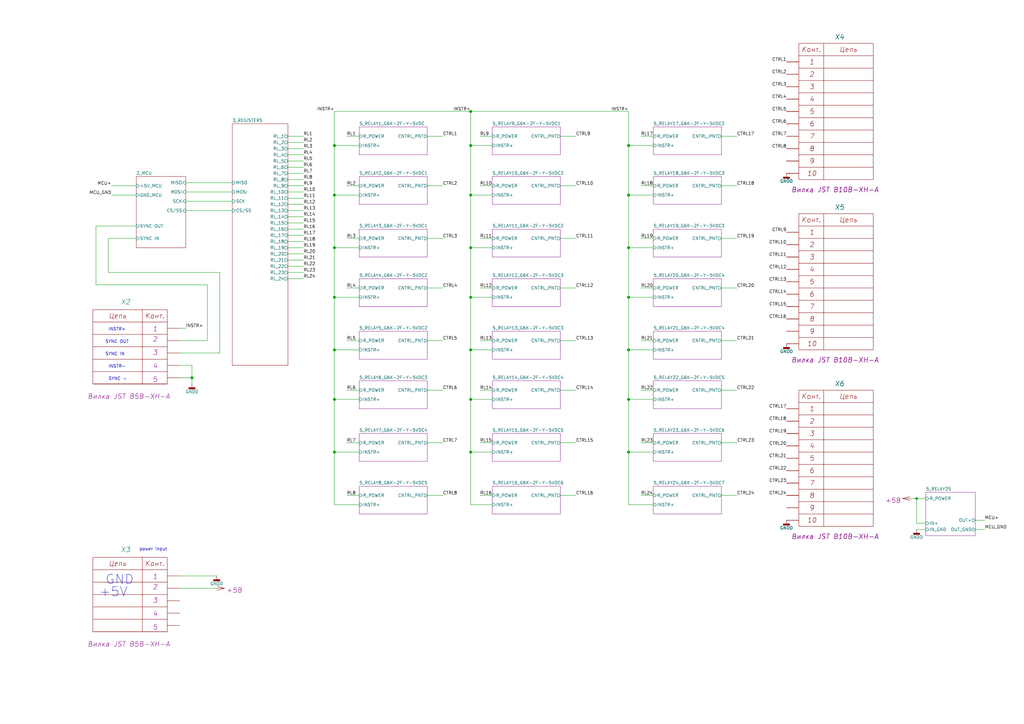
<source format=kicad_sch>
(kicad_sch (version 20210621) (generator eeschema)

  (uuid 6012cdae-532b-416e-8576-ee0856f8c344)

  (paper "A3")

  (lib_symbols
    (symbol "[LTM][Power]:+5V" (power) (pin_numbers hide) (pin_names (offset 0) hide) (in_bom yes) (on_board yes)
      (property "Reference" "#PWR" (id 0) (at 0 12.7 0)
        (effects (font (size 2.54 2.54) italic) hide)
      )
      (property "Value" "+5V" (id 1) (at 0 8.89 0)
        (effects (font (size 2.54 2.54) italic) hide)
      )
      (property "Footprint" "" (id 2) (at 0 3.175 90)
        (effects (font (size 2.4892 2.4892)))
      )
      (property "Datasheet" "" (id 3) (at 0 3.175 0)
        (effects (font (size 2.4892 2.4892)) hide)
      )
      (property "ValueName" "+5В" (id 4) (at 0 5.08 0)
        (effects (font (size 2.0066 2.0066) italic))
      )
      (symbol "+5V_0_1"
        (polyline
          (pts
            (xy 0 3.175)
            (xy -0.8128 0.1778)
          )
          (stroke (width 0)) (fill (type none))
        )
        (polyline
          (pts
            (xy 0 3.175)
            (xy 0 0)
          )
          (stroke (width 0)) (fill (type none))
        )
        (polyline
          (pts
            (xy 0.8128 0.1778)
            (xy 0 3.175)
          )
          (stroke (width 0)) (fill (type none))
        )
      )
      (symbol "+5V_1_1"
        (pin power_in line (at 0 0 90) (length 0) hide
          (name "+5V" (effects (font (size 1.8034 1.8034))))
          (number "1" (effects (font (size 1.8034 1.8034))))
        )
      )
    )
    (symbol "my_Library:B10B-XH-A_right" (pin_numbers hide) (pin_names (offset 0) hide) (in_bom yes) (on_board yes)
      (property "Reference" "X3" (id 0) (at 19.6851 10.2517 0)
        (effects (font (size 2.0066 2.0066) italic) (justify left))
      )
      (property "Value" "B10B-XH-A_right" (id 1) (at -101.6 0 0)
        (effects (font (size 2.0066 2.0066) italic) hide)
      )
      (property "Footprint" "my_Library_ftprint:JST_EH_B10B-EH-A_1x10_P2.50mm_Vertical" (id 2) (at -101.6 -2.54 0)
        (effects (font (size 2.0066 2.0066) italic) hide)
      )
      (property "Datasheet" "C:/Program Files/KiCad/share/LTM_KiCAD_LIB/LTM_DataSheet/Каталог_АО_Электродеталь.pdf" (id 3) (at -101.6 -5.08 0)
        (effects (font (size 2.0066 2.0066) italic) hide)
      )
      (property "ValueName" "Вилка JST B10B-XH-A" (id 4) (at 1.9051 -52.4053 0)
        (effects (font (size 2.0066 2.0066) italic) (justify left))
      )
      (property "ValueGroup" "Соединители" (id 5) (at -101.6 -7.62 0)
        (effects (font (size 2.0066 2.0066) italic) hide)
      )
      (property "ValueGOST" "Вилка JST B10B-XH-A" (id 6) (at -101.6 -10.16 0)
        (effects (font (size 2.0066 2.0066) italic) hide)
      )
      (property "ValueTU" "ПРЯМАЯ" (id 7) (at -101.6 -12.7 0)
        (effects (font (size 2.0066 2.0066) italic) hide)
      )
      (property "ValueManufacturer" "ф. АО «Электродеталь»" (id 8) (at -101.6 -15.24 0)
        (effects (font (size 2.0066 2.0066) italic) hide)
      )
      (property "ValueTemp_1" "РЮМК.430420.011ТУ" (id 9) (at -101.6 -17.78 0)
        (effects (font (size 2.0066 2.0066) italic) hide)
      )
      (property "ValueSupplier" "ф. АО «Электродеталь»" (id 10) (at -101.6 -20.32 0)
        (effects (font (size 2.0066 2.0066) italic) hide)
      )
      (property "ValueAnalog" "PLD-10" (id 11) (at -101.6 -22.86 0)
        (effects (font (size 2.0066 2.0066) italic) hide)
      )
      (property "ValueTemperature" "от минус 60 ⁰C до + 85 ⁰C" (id 12) (at -101.6 -25.4 0)
        (effects (font (size 2.0066 2.0066) italic) hide)
      )
      (property "ValueNote" "-" (id 13) (at -101.6 -27.94 0)
        (effects (font (size 2.0066 2.0066) italic) hide)
      )
      (property "ValueTemp_2" "-" (id 14) (at -101.6 -30.48 0)
        (effects (font (size 2.0066 2.0066) italic) hide)
      )
      (property "ValueTemp_3" "-" (id 15) (at -101.6 -33.02 0)
        (effects (font (size 2.0066 2.0066) italic) hide)
      )
      (property "ValueTemp_4" "-" (id 16) (at -101.6 -35.56 0)
        (effects (font (size 2.0066 2.0066) italic) hide)
      )
      (property "ValueTemp_5" "-" (id 17) (at -101.6 -38.1 0)
        (effects (font (size 2.0066 2.0066) italic) hide)
      )
      (property "PIN1" "1" (id 18) (at 2.7305 1.273 0)
        (effects (font (size 2.0066 2.0066) italic) hide)
      )
      (property "PIN2" "2" (id 19) (at 2.7305 -2.964 0)
        (effects (font (size 2.0066 2.0066) italic) hide)
      )
      (property "PIN3" "3" (id 20) (at 2.7305 -7.201 0)
        (effects (font (size 2.0066 2.0066) italic) hide)
      )
      (property "PIN4" "4" (id 21) (at 2.54 -13.97 0)
        (effects (font (size 2.0066 2.0066) italic) hide)
      )
      (property "PIN5" "5" (id 22) (at 2.54 -17.78 0)
        (effects (font (size 2.0066 2.0066) italic) hide)
      )
      (property "PIN6" "6" (id 23) (at 2.54 -24.13 0)
        (effects (font (size 2.0066 2.0066) italic) hide)
      )
      (property "PIN7" "7" (id 24) (at 2.54 -29.21 0)
        (effects (font (size 2.0066 2.0066) italic) hide)
      )
      (property "PIN8" "8" (id 25) (at 2.54 -34.29 0)
        (effects (font (size 2.0066 2.0066) italic) hide)
      )
      (property "PIN9" "9" (id 26) (at 3.81 -38.1 0)
        (effects (font (size 2.0066 2.0066) italic) hide)
      )
      (property "PIN10" "10" (id 27) (at 2.54 -44.45 0)
        (effects (font (size 2.0066 2.0066) italic) hide)
      )
      (property "ki_keywords" "СНП346, PLD-10" (id 28) (at 0 0 0)
        (effects (font (size 1.27 1.27)) hide)
      )
      (property "ki_description" "Вилка на плату двухрядная прямая, шаг = 2,54 мм" (id 29) (at 0 0 0)
        (effects (font (size 1.27 1.27)) hide)
      )
      (property "ki_fp_filters" "[LTM][FP][Connectors][SNP346]:[LTM][X]*" (id 30) (at 0 0 0)
        (effects (font (size 1.27 1.27)) hide)
      )
      (symbol "B10B-XH-A_right_0_0"
        (rectangle (start 5.08 7.62) (end 35.56 -48.26)
          (stroke (width 0)) (fill (type none))
        )
        (polyline
          (pts
            (xy 15.24 7.62)
            (xy 15.24 -48.26)
          )
          (stroke (width 0)) (fill (type none))
        )
        (polyline
          (pts
            (xy 35.56 -43.18)
            (xy 5.08 -43.18)
          )
          (stroke (width 0)) (fill (type none))
        )
        (polyline
          (pts
            (xy 35.56 -38.1)
            (xy 5.08 -38.1)
          )
          (stroke (width 0)) (fill (type none))
        )
        (polyline
          (pts
            (xy 35.56 -33.02)
            (xy 5.08 -33.02)
          )
          (stroke (width 0)) (fill (type none))
        )
        (polyline
          (pts
            (xy 35.56 -27.94)
            (xy 5.08 -27.94)
          )
          (stroke (width 0)) (fill (type none))
        )
        (polyline
          (pts
            (xy 35.56 -22.86)
            (xy 5.08 -22.86)
          )
          (stroke (width 0)) (fill (type none))
        )
        (polyline
          (pts
            (xy 35.56 -17.78)
            (xy 5.08 -17.78)
          )
          (stroke (width 0)) (fill (type none))
        )
        (polyline
          (pts
            (xy 35.56 -12.7)
            (xy 5.08 -12.7)
          )
          (stroke (width 0)) (fill (type none))
        )
        (polyline
          (pts
            (xy 35.56 -7.62)
            (xy 5.08 -7.62)
          )
          (stroke (width 0)) (fill (type none))
        )
        (polyline
          (pts
            (xy 35.56 -2.54)
            (xy 5.08 -2.54)
          )
          (stroke (width 0)) (fill (type none))
        )
        (polyline
          (pts
            (xy 35.56 2.54)
            (xy 5.08 2.54)
          )
          (stroke (width 0)) (fill (type none))
        )
      )
      (symbol "B10B-XH-A_right_1_1"
        (text "1" (at 10.414 0 0)
          (effects (font (size 2.0066 2.0066) italic))
        )
        (text "10" (at 10.414 -45.72 0)
          (effects (font (size 2.0066 2.0066) italic))
        )
        (text "2" (at 10.414 -5.08 0)
          (effects (font (size 2.0066 2.0066) italic))
        )
        (text "3" (at 10.414 -10.16 0)
          (effects (font (size 2.0066 2.0066) italic))
        )
        (text "4" (at 10.414 -15.24 0)
          (effects (font (size 2.0066 2.0066) italic))
        )
        (text "5" (at 10.414 -20.32 0)
          (effects (font (size 2.0066 2.0066) italic))
        )
        (text "6" (at 10.414 -25.4 0)
          (effects (font (size 2.0066 2.0066) italic))
        )
        (text "7" (at 10.414 -30.48 0)
          (effects (font (size 2.0066 2.0066) italic))
        )
        (text "8" (at 10.414 -35.56 0)
          (effects (font (size 2.0066 2.0066) italic))
        )
        (text "9" (at 10.414 -40.64 0)
          (effects (font (size 2.0066 2.0066) italic))
        )
        (text "Конт." (at 10.16 5.08 0)
          (effects (font (size 2.0066 2.0066) italic))
        )
        (text "Цепь" (at 25.4 5.08 0)
          (effects (font (size 2.0066 2.0066) italic))
        )
        (pin passive line (at 0 0 0) (length 5.08)
          (name "1" (effects (font (size 2.0066 2.0066))))
          (number "1" (effects (font (size 2.0066 2.0066))))
        )
        (pin passive line (at 0 -45.72 0) (length 5.08)
          (name "10" (effects (font (size 2.0066 2.0066))))
          (number "10" (effects (font (size 2.0066 2.0066))))
        )
        (pin passive line (at 0 -5.08 0) (length 5.08)
          (name "2" (effects (font (size 2.0066 2.0066))))
          (number "2" (effects (font (size 2.0066 2.0066))))
        )
        (pin passive line (at 0 -10.16 0) (length 5.08)
          (name "3" (effects (font (size 2.0066 2.0066))))
          (number "3" (effects (font (size 2.0066 2.0066))))
        )
        (pin passive line (at 0 -15.24 0) (length 5.08)
          (name "4" (effects (font (size 2.0066 2.0066))))
          (number "4" (effects (font (size 2.0066 2.0066))))
        )
        (pin passive line (at 0 -20.32 0) (length 5.08)
          (name "5" (effects (font (size 2.0066 2.0066))))
          (number "5" (effects (font (size 2.0066 2.0066))))
        )
        (pin passive line (at 0 -25.4 0) (length 5.08)
          (name "6" (effects (font (size 2.0066 2.0066))))
          (number "6" (effects (font (size 2.0066 2.0066))))
        )
        (pin passive line (at 0 -30.48 0) (length 5.08)
          (name "7" (effects (font (size 2.0066 2.0066))))
          (number "7" (effects (font (size 2.0066 2.0066))))
        )
        (pin passive line (at 0 -35.56 0) (length 5.08)
          (name "8" (effects (font (size 2.0066 2.0066))))
          (number "8" (effects (font (size 2.0066 2.0066))))
        )
        (pin passive line (at 0 -40.64 0) (length 5.08)
          (name "9" (effects (font (size 2.0066 2.0066))))
          (number "9" (effects (font (size 2.0066 2.0066))))
        )
      )
    )
    (symbol "my_Library:B5B-XH-A_Left" (pin_numbers hide) (pin_names (offset 0) hide) (in_bom yes) (on_board yes)
      (property "Reference" "X" (id 0) (at -22.225 10.795 0)
        (effects (font (size 2.0066 2.0066) italic))
      )
      (property "Value" "B5B-XH-A_Left" (id 1) (at 101.6 0 0)
        (effects (font (size 2.0066 2.0066) italic) hide)
      )
      (property "Footprint" "my_Library_ftprint:JST_EH_B5B-EH-A_1x05_P2.50mm_Vertical" (id 2) (at 101.6 -2.54 0)
        (effects (font (size 2.0066 2.0066) italic) hide)
      )
      (property "Datasheet" "C:/Program Files/KiCad/share/LTM_KiCAD_LIB/LTM_DataSheet/Каталог_АО_Электродеталь.pdf" (id 3) (at 101.6 -5.08 0)
        (effects (font (size 2.0066 2.0066) italic) hide)
      )
      (property "ValueName" "Вилка JST B5B-XH-A" (id 4) (at -20.955 -27.94 0)
        (effects (font (size 2.0066 2.0066) italic))
      )
      (property "ValueGroup" "Соединители" (id 5) (at 101.6 -7.62 0)
        (effects (font (size 2.0066 2.0066) italic) hide)
      )
      (property "ValueGOST" "Вилка JST B5B-XH-A" (id 6) (at 101.6 -10.16 0)
        (effects (font (size 2.0066 2.0066) italic) hide)
      )
      (property "ValueTU" "ПРЯМАЯ" (id 7) (at 101.6 -12.7 0)
        (effects (font (size 2.0066 2.0066) italic) hide)
      )
      (property "ValueManufacturer" "ф. АО «Электродеталь»" (id 8) (at 101.6 -15.24 0)
        (effects (font (size 2.0066 2.0066) italic) hide)
      )
      (property "ValueTemp_1" "РЮМК.430420.011ТУ" (id 9) (at 101.6 -17.78 0)
        (effects (font (size 2.0066 2.0066) italic) hide)
      )
      (property "ValueSupplier" "ф. АО «Электродеталь»" (id 10) (at 101.6 -20.32 0)
        (effects (font (size 2.0066 2.0066) italic) hide)
      )
      (property "ValueAnalog" "PLD-10" (id 11) (at 101.6 -22.86 0)
        (effects (font (size 2.0066 2.0066) italic) hide)
      )
      (property "ValueTemperature" "от минус 60 ⁰C до + 85 ⁰C" (id 12) (at 101.6 -25.4 0)
        (effects (font (size 2.0066 2.0066) italic) hide)
      )
      (property "ValueNote" "-" (id 13) (at 101.6 -27.94 0)
        (effects (font (size 2.0066 2.0066) italic) hide)
      )
      (property "ValueTemp_2" "-" (id 14) (at 101.6 -30.48 0)
        (effects (font (size 2.0066 2.0066) italic) hide)
      )
      (property "ValueTemp_3" "-" (id 15) (at 101.6 -33.02 0)
        (effects (font (size 2.0066 2.0066) italic) hide)
      )
      (property "ValueTemp_4" "-" (id 16) (at 101.6 -35.56 0)
        (effects (font (size 2.0066 2.0066) italic) hide)
      )
      (property "ValueTemp_5" "-" (id 17) (at 101.6 -38.1 0)
        (effects (font (size 2.0066 2.0066) italic) hide)
      )
      (property "PIN1" "1" (id 18) (at -10.16 -0.227 0)
        (effects (font (size 2.0066 2.0066) italic))
      )
      (property "PIN2" "2" (id 19) (at -10.16 -4.464 0)
        (effects (font (size 2.0066 2.0066) italic))
      )
      (property "PIN3" "3" (id 20) (at -10.16 -9.971 0)
        (effects (font (size 2.0066 2.0066) italic))
      )
      (property "PIN4" "4" (id 21) (at -10.16 -15.478 0)
        (effects (font (size 2.0066 2.0066) italic))
      )
      (property "PIN5" "5" (id 22) (at -10.16 -20.985 0)
        (effects (font (size 2.0066 2.0066) italic))
      )
      (property "PIN6" "" (id 23) (at -36.1951 -27.4323 0)
        (effects (font (size 2.0066 2.0066) italic) (justify left))
      )
      (property "PIN7" "" (id 24) (at -36.1951 -31.6693 0)
        (effects (font (size 2.0066 2.0066) italic) (justify left))
      )
      (property "PIN8" "" (id 25) (at -36.1951 -35.9063 0)
        (effects (font (size 2.0066 2.0066) italic) (justify left))
      )
      (property "PIN9" "" (id 26) (at -36.1951 -40.1433 0)
        (effects (font (size 2.0066 2.0066) italic) (justify left))
      )
      (property "PIN10" "" (id 27) (at -36.1951 -44.3803 0)
        (effects (font (size 2.0066 2.0066) italic) (justify left))
      )
      (property "ki_keywords" "СНП346, PLD-10" (id 28) (at 0 0 0)
        (effects (font (size 1.27 1.27)) hide)
      )
      (property "ki_description" "Вилка на плату двухрядная прямая, шаг = 2,54 мм" (id 29) (at 0 0 0)
        (effects (font (size 1.27 1.27)) hide)
      )
      (property "ki_fp_filters" "[LTM][FP][Connectors][SNP346]:[LTM][X]*" (id 30) (at 0 0 0)
        (effects (font (size 1.27 1.27)) hide)
      )
      (symbol "B5B-XH-A_Left_0_0"
        (rectangle (start -5.08 7.62) (end -35.56 -22.86)
          (stroke (width 0)) (fill (type none))
        )
        (polyline
          (pts
            (xy -35.56 -22.86)
            (xy -5.08 -22.86)
          )
          (stroke (width 0)) (fill (type none))
        )
        (polyline
          (pts
            (xy -35.56 -17.78)
            (xy -5.08 -17.78)
          )
          (stroke (width 0)) (fill (type none))
        )
        (polyline
          (pts
            (xy -35.56 -12.7)
            (xy -5.08 -12.7)
          )
          (stroke (width 0)) (fill (type none))
        )
        (polyline
          (pts
            (xy -35.56 -7.62)
            (xy -5.08 -7.62)
          )
          (stroke (width 0)) (fill (type none))
        )
        (polyline
          (pts
            (xy -35.56 -2.54)
            (xy -5.08 -2.54)
          )
          (stroke (width 0)) (fill (type none))
        )
        (polyline
          (pts
            (xy -35.56 2.54)
            (xy -5.08 2.54)
          )
          (stroke (width 0)) (fill (type none))
        )
        (polyline
          (pts
            (xy -15.24 7.62)
            (xy -15.24 -22.86)
          )
          (stroke (width 0)) (fill (type none))
        )
      )
      (symbol "B5B-XH-A_Left_1_1"
        (text "Конт." (at -10.16 5.08 0)
          (effects (font (size 2.0066 2.0066) italic))
        )
        (text "Цепь" (at -25.4 5.08 0)
          (effects (font (size 2.0066 2.0066) italic))
        )
        (pin passive line (at 0 0 180) (length 5.08)
          (name "1" (effects (font (size 2.0066 2.0066))))
          (number "1" (effects (font (size 2.0066 2.0066))))
        )
        (pin passive line (at 0 -5.08 180) (length 5.08)
          (name "2" (effects (font (size 2.0066 2.0066))))
          (number "2" (effects (font (size 2.0066 2.0066))))
        )
        (pin passive line (at 0 -10.16 180) (length 5.08)
          (name "3" (effects (font (size 2.0066 2.0066))))
          (number "3" (effects (font (size 2.0066 2.0066))))
        )
        (pin passive line (at 0 -15.24 180) (length 5.08)
          (name "4" (effects (font (size 2.0066 2.0066))))
          (number "4" (effects (font (size 2.0066 2.0066))))
        )
        (pin passive line (at 0 -20.32 180) (length 5.08)
          (name "5" (effects (font (size 2.0066 2.0066))))
          (number "5" (effects (font (size 2.0066 2.0066))))
        )
      )
    )
    (symbol "power:GNDD" (power) (pin_names (offset 0)) (in_bom yes) (on_board yes)
      (property "Reference" "#PWR" (id 0) (at 0 -6.35 0)
        (effects (font (size 1.27 1.27)) hide)
      )
      (property "Value" "GNDD" (id 1) (at 0 -3.175 0)
        (effects (font (size 1.27 1.27)))
      )
      (property "Footprint" "" (id 2) (at 0 0 0)
        (effects (font (size 1.27 1.27)) hide)
      )
      (property "Datasheet" "" (id 3) (at 0 0 0)
        (effects (font (size 1.27 1.27)) hide)
      )
      (property "ki_keywords" "power-flag" (id 4) (at 0 0 0)
        (effects (font (size 1.27 1.27)) hide)
      )
      (property "ki_description" "Power symbol creates a global label with name \"GNDD\" , digital ground" (id 5) (at 0 0 0)
        (effects (font (size 1.27 1.27)) hide)
      )
      (symbol "GNDD_0_1"
        (rectangle (start -1.27 -1.524) (end 1.27 -2.032)
          (stroke (width 0.254)) (fill (type outline))
        )
        (polyline
          (pts
            (xy 0 0)
            (xy 0 -1.524)
          )
          (stroke (width 0)) (fill (type none))
        )
      )
      (symbol "GNDD_1_1"
        (pin power_in line (at 0 0 270) (length 0) hide
          (name "GNDD" (effects (font (size 1.27 1.27))))
          (number "1" (effects (font (size 1.27 1.27))))
        )
      )
    )
  )


  (junction (at 78.74 154.94) (diameter 1.016) (color 0 0 0 0))
  (junction (at 137.16 59.69) (diameter 1.016) (color 0 0 0 0))
  (junction (at 137.16 80.01) (diameter 1.016) (color 0 0 0 0))
  (junction (at 137.16 101.6) (diameter 1.016) (color 0 0 0 0))
  (junction (at 137.16 121.92) (diameter 1.016) (color 0 0 0 0))
  (junction (at 137.16 143.51) (diameter 1.016) (color 0 0 0 0))
  (junction (at 137.16 163.83) (diameter 1.016) (color 0 0 0 0))
  (junction (at 137.16 185.42) (diameter 1.016) (color 0 0 0 0))
  (junction (at 193.04 45.72) (diameter 1.016) (color 0 0 0 0))
  (junction (at 193.04 59.69) (diameter 1.016) (color 0 0 0 0))
  (junction (at 193.04 80.01) (diameter 1.016) (color 0 0 0 0))
  (junction (at 193.04 101.6) (diameter 1.016) (color 0 0 0 0))
  (junction (at 193.04 121.92) (diameter 1.016) (color 0 0 0 0))
  (junction (at 193.04 143.51) (diameter 1.016) (color 0 0 0 0))
  (junction (at 193.04 163.83) (diameter 1.016) (color 0 0 0 0))
  (junction (at 193.04 185.42) (diameter 1.016) (color 0 0 0 0))
  (junction (at 257.81 59.69) (diameter 1.016) (color 0 0 0 0))
  (junction (at 257.81 80.01) (diameter 1.016) (color 0 0 0 0))
  (junction (at 257.81 101.6) (diameter 1.016) (color 0 0 0 0))
  (junction (at 257.81 121.92) (diameter 1.016) (color 0 0 0 0))
  (junction (at 257.81 143.51) (diameter 1.016) (color 0 0 0 0))
  (junction (at 257.81 163.83) (diameter 1.016) (color 0 0 0 0))
  (junction (at 257.81 185.42) (diameter 1.016) (color 0 0 0 0))
  (junction (at 375.92 204.47) (diameter 0) (color 0 0 0 0))

  (wire (pts (xy 39.37 92.71) (xy 55.88 92.71))
    (stroke (width 0) (type solid) (color 0 0 0 0))
    (uuid 609b8c7e-fda0-40b1-903f-060db862e4c2)
  )
  (wire (pts (xy 39.37 116.84) (xy 39.37 92.71))
    (stroke (width 0) (type solid) (color 0 0 0 0))
    (uuid 609b8c7e-fda0-40b1-903f-060db862e4c2)
  )
  (wire (pts (xy 44.45 97.79) (xy 44.45 111.76))
    (stroke (width 0) (type solid) (color 0 0 0 0))
    (uuid 2466b046-b786-4669-96b3-611eb33af66b)
  )
  (wire (pts (xy 44.45 111.76) (xy 90.17 111.76))
    (stroke (width 0) (type solid) (color 0 0 0 0))
    (uuid 2466b046-b786-4669-96b3-611eb33af66b)
  )
  (wire (pts (xy 45.72 76.2) (xy 55.88 76.2))
    (stroke (width 0) (type solid) (color 0 0 0 0))
    (uuid e2c9fb4f-8593-49a7-9d09-2bf4738367af)
  )
  (wire (pts (xy 45.72 80.01) (xy 55.88 80.01))
    (stroke (width 0) (type solid) (color 0 0 0 0))
    (uuid fff669d2-35d0-4358-ac0f-b6b9a8101f7b)
  )
  (wire (pts (xy 55.88 97.79) (xy 44.45 97.79))
    (stroke (width 0) (type solid) (color 0 0 0 0))
    (uuid 2466b046-b786-4669-96b3-611eb33af66b)
  )
  (wire (pts (xy 73.66 134.62) (xy 76.2 134.62))
    (stroke (width 0) (type solid) (color 0 0 0 0))
    (uuid 4aab3092-4b57-440c-9cbb-00e1b39fd057)
  )
  (wire (pts (xy 73.66 139.7) (xy 85.09 139.7))
    (stroke (width 0) (type solid) (color 0 0 0 0))
    (uuid 609b8c7e-fda0-40b1-903f-060db862e4c2)
  )
  (wire (pts (xy 73.66 149.86) (xy 78.74 149.86))
    (stroke (width 0) (type solid) (color 0 0 0 0))
    (uuid dbf7f9cb-98fd-4176-8b6e-37cdfb78438f)
  )
  (wire (pts (xy 73.66 154.94) (xy 78.74 154.94))
    (stroke (width 0) (type solid) (color 0 0 0 0))
    (uuid 4e2f2a6d-fc9c-43ea-b1fa-4a4c703a3be7)
  )
  (wire (pts (xy 73.66 236.22) (xy 88.9 236.22))
    (stroke (width 0) (type solid) (color 0 0 0 0))
    (uuid bf9de09f-1ae9-4ba5-9726-080c2420db70)
  )
  (wire (pts (xy 73.66 241.3) (xy 88.9 241.3))
    (stroke (width 0) (type solid) (color 0 0 0 0))
    (uuid 05d673c0-a354-44d2-8fa4-c152e369180a)
  )
  (wire (pts (xy 76.2 74.93) (xy 95.25 74.93))
    (stroke (width 0) (type solid) (color 0 0 0 0))
    (uuid 78c100c6-c600-4b0c-931b-da6b16eb2dfa)
  )
  (wire (pts (xy 76.2 78.74) (xy 95.25 78.74))
    (stroke (width 0) (type solid) (color 0 0 0 0))
    (uuid 5c556bc2-c94e-4d2b-9f6d-25b753a7cdc4)
  )
  (wire (pts (xy 76.2 82.55) (xy 95.25 82.55))
    (stroke (width 0) (type solid) (color 0 0 0 0))
    (uuid 0e36af63-ccd3-4a36-bc8a-49c7a14e8c75)
  )
  (wire (pts (xy 76.2 86.36) (xy 95.25 86.36))
    (stroke (width 0) (type solid) (color 0 0 0 0))
    (uuid abbac2e9-9747-40fa-8a38-dd23da3407a3)
  )
  (wire (pts (xy 78.74 154.94) (xy 78.74 149.86))
    (stroke (width 0) (type solid) (color 0 0 0 0))
    (uuid 7e95e261-1323-4dfb-ac30-0fc6106f4d6b)
  )
  (wire (pts (xy 78.74 157.48) (xy 78.74 154.94))
    (stroke (width 0) (type solid) (color 0 0 0 0))
    (uuid c4b39005-f8c1-4f83-b7b3-c98e7de13282)
  )
  (wire (pts (xy 85.09 116.84) (xy 39.37 116.84))
    (stroke (width 0) (type solid) (color 0 0 0 0))
    (uuid 609b8c7e-fda0-40b1-903f-060db862e4c2)
  )
  (wire (pts (xy 85.09 139.7) (xy 85.09 116.84))
    (stroke (width 0) (type solid) (color 0 0 0 0))
    (uuid 609b8c7e-fda0-40b1-903f-060db862e4c2)
  )
  (wire (pts (xy 90.17 111.76) (xy 90.17 144.78))
    (stroke (width 0) (type solid) (color 0 0 0 0))
    (uuid 2466b046-b786-4669-96b3-611eb33af66b)
  )
  (wire (pts (xy 90.17 144.78) (xy 73.66 144.78))
    (stroke (width 0) (type solid) (color 0 0 0 0))
    (uuid 2466b046-b786-4669-96b3-611eb33af66b)
  )
  (wire (pts (xy 118.11 55.88) (xy 124.46 55.88))
    (stroke (width 0) (type solid) (color 0 0 0 0))
    (uuid 8b390586-3a9b-4a0e-beb8-1ff715b82f4e)
  )
  (wire (pts (xy 118.11 58.42) (xy 124.46 58.42))
    (stroke (width 0) (type solid) (color 0 0 0 0))
    (uuid b8eed5a7-6643-4f2a-bc03-5122f1d6a0bc)
  )
  (wire (pts (xy 118.11 60.96) (xy 124.46 60.96))
    (stroke (width 0) (type solid) (color 0 0 0 0))
    (uuid a96eff05-e567-4cdb-a94d-4d1aa16f93b9)
  )
  (wire (pts (xy 118.11 63.5) (xy 124.46 63.5))
    (stroke (width 0) (type solid) (color 0 0 0 0))
    (uuid 899569d2-d323-4aa0-8544-ac9bf0dd1840)
  )
  (wire (pts (xy 118.11 66.04) (xy 124.46 66.04))
    (stroke (width 0) (type solid) (color 0 0 0 0))
    (uuid 1ed56ad6-6750-49b8-a0e5-6c840a055297)
  )
  (wire (pts (xy 118.11 68.58) (xy 124.46 68.58))
    (stroke (width 0) (type solid) (color 0 0 0 0))
    (uuid 1348273c-0451-47c9-8aa4-cbcd4ab7bb2c)
  )
  (wire (pts (xy 118.11 71.12) (xy 124.46 71.12))
    (stroke (width 0) (type solid) (color 0 0 0 0))
    (uuid 40eb8fc2-f8f5-45cd-900f-673ac2672e1b)
  )
  (wire (pts (xy 118.11 73.66) (xy 124.46 73.66))
    (stroke (width 0) (type solid) (color 0 0 0 0))
    (uuid 5dcb60a2-5a3d-4cbb-9233-1d1018ef473d)
  )
  (wire (pts (xy 118.11 76.2) (xy 124.46 76.2))
    (stroke (width 0) (type solid) (color 0 0 0 0))
    (uuid 14313a6a-3fe9-4b8f-a43a-60ca997be3c8)
  )
  (wire (pts (xy 118.11 78.74) (xy 124.46 78.74))
    (stroke (width 0) (type solid) (color 0 0 0 0))
    (uuid de419205-24c8-419e-b3dd-79147046189a)
  )
  (wire (pts (xy 118.11 81.28) (xy 124.46 81.28))
    (stroke (width 0) (type solid) (color 0 0 0 0))
    (uuid 2a71d4cc-6513-41bb-a1a3-bf6a6d6110ca)
  )
  (wire (pts (xy 118.11 83.82) (xy 124.46 83.82))
    (stroke (width 0) (type solid) (color 0 0 0 0))
    (uuid 888608a7-ac9d-4afc-ad35-0aabff7e0f2f)
  )
  (wire (pts (xy 118.11 86.36) (xy 124.46 86.36))
    (stroke (width 0) (type solid) (color 0 0 0 0))
    (uuid afbd3211-a244-4883-beb7-9798d35ef428)
  )
  (wire (pts (xy 118.11 88.9) (xy 124.46 88.9))
    (stroke (width 0) (type solid) (color 0 0 0 0))
    (uuid a85f9b98-3029-4199-9dbb-bbbdb9f83eea)
  )
  (wire (pts (xy 118.11 91.44) (xy 124.46 91.44))
    (stroke (width 0) (type solid) (color 0 0 0 0))
    (uuid 9303ee5f-52e3-4141-8d20-dbe58bf7421f)
  )
  (wire (pts (xy 118.11 93.98) (xy 124.46 93.98))
    (stroke (width 0) (type solid) (color 0 0 0 0))
    (uuid c0c6081e-506f-4ad0-93a5-70508f08cb08)
  )
  (wire (pts (xy 118.11 96.52) (xy 124.46 96.52))
    (stroke (width 0) (type solid) (color 0 0 0 0))
    (uuid 2c3c3892-8f35-406f-b3cc-86804f917561)
  )
  (wire (pts (xy 118.11 99.06) (xy 124.46 99.06))
    (stroke (width 0) (type solid) (color 0 0 0 0))
    (uuid b11eb287-953f-4ac3-9c89-8405cc7b0189)
  )
  (wire (pts (xy 118.11 101.6) (xy 124.46 101.6))
    (stroke (width 0) (type solid) (color 0 0 0 0))
    (uuid 97daee33-35ce-4af2-b669-c0bfb5414069)
  )
  (wire (pts (xy 118.11 104.14) (xy 124.46 104.14))
    (stroke (width 0) (type solid) (color 0 0 0 0))
    (uuid 537184ed-c25f-44e5-afb9-1ea3e22543a3)
  )
  (wire (pts (xy 118.11 106.68) (xy 124.46 106.68))
    (stroke (width 0) (type solid) (color 0 0 0 0))
    (uuid ada071e7-6609-4948-9e2e-d28beb4d9186)
  )
  (wire (pts (xy 118.11 109.22) (xy 124.46 109.22))
    (stroke (width 0) (type solid) (color 0 0 0 0))
    (uuid 04f5fe69-2c7a-47aa-80b1-cb42ed149423)
  )
  (wire (pts (xy 118.11 111.76) (xy 124.46 111.76))
    (stroke (width 0) (type solid) (color 0 0 0 0))
    (uuid aa873765-b71d-434d-bc39-d48adf64854f)
  )
  (wire (pts (xy 118.11 114.3) (xy 124.46 114.3))
    (stroke (width 0) (type solid) (color 0 0 0 0))
    (uuid c4ad9805-56d6-47b0-bd12-5d82a5032101)
  )
  (wire (pts (xy 137.16 45.72) (xy 137.16 59.69))
    (stroke (width 0) (type solid) (color 0 0 0 0))
    (uuid f5430c54-5037-4644-8927-4d292a933a64)
  )
  (wire (pts (xy 137.16 45.72) (xy 193.04 45.72))
    (stroke (width 0) (type solid) (color 0 0 0 0))
    (uuid 007b9b51-6d41-4106-a714-051dc4dced11)
  )
  (wire (pts (xy 137.16 59.69) (xy 137.16 80.01))
    (stroke (width 0) (type solid) (color 0 0 0 0))
    (uuid f5430c54-5037-4644-8927-4d292a933a64)
  )
  (wire (pts (xy 137.16 59.69) (xy 147.32 59.69))
    (stroke (width 0) (type solid) (color 0 0 0 0))
    (uuid 931d7278-0c87-4449-b699-2ab04e9baab1)
  )
  (wire (pts (xy 137.16 80.01) (xy 137.16 101.6))
    (stroke (width 0) (type solid) (color 0 0 0 0))
    (uuid f5430c54-5037-4644-8927-4d292a933a64)
  )
  (wire (pts (xy 137.16 80.01) (xy 147.32 80.01))
    (stroke (width 0) (type solid) (color 0 0 0 0))
    (uuid 2620726d-8cb4-4f16-b3ab-e9c61f8714d0)
  )
  (wire (pts (xy 137.16 101.6) (xy 137.16 121.92))
    (stroke (width 0) (type solid) (color 0 0 0 0))
    (uuid f5430c54-5037-4644-8927-4d292a933a64)
  )
  (wire (pts (xy 137.16 101.6) (xy 147.32 101.6))
    (stroke (width 0) (type solid) (color 0 0 0 0))
    (uuid 0422b505-82f7-4c03-946a-2b8d0b628c33)
  )
  (wire (pts (xy 137.16 121.92) (xy 137.16 143.51))
    (stroke (width 0) (type solid) (color 0 0 0 0))
    (uuid f5430c54-5037-4644-8927-4d292a933a64)
  )
  (wire (pts (xy 137.16 121.92) (xy 147.32 121.92))
    (stroke (width 0) (type solid) (color 0 0 0 0))
    (uuid a7d4bc7f-eac0-452b-9688-2563ae91bf70)
  )
  (wire (pts (xy 137.16 143.51) (xy 137.16 163.83))
    (stroke (width 0) (type solid) (color 0 0 0 0))
    (uuid f5430c54-5037-4644-8927-4d292a933a64)
  )
  (wire (pts (xy 137.16 143.51) (xy 147.32 143.51))
    (stroke (width 0) (type solid) (color 0 0 0 0))
    (uuid 08b84bce-a7ff-4042-8120-9c6d57a737a5)
  )
  (wire (pts (xy 137.16 163.83) (xy 137.16 185.42))
    (stroke (width 0) (type solid) (color 0 0 0 0))
    (uuid f5430c54-5037-4644-8927-4d292a933a64)
  )
  (wire (pts (xy 137.16 163.83) (xy 147.32 163.83))
    (stroke (width 0) (type solid) (color 0 0 0 0))
    (uuid 4dbc922e-e49d-45b8-8c23-1d10b74c2db0)
  )
  (wire (pts (xy 137.16 185.42) (xy 137.16 207.01))
    (stroke (width 0) (type solid) (color 0 0 0 0))
    (uuid f5430c54-5037-4644-8927-4d292a933a64)
  )
  (wire (pts (xy 137.16 185.42) (xy 147.32 185.42))
    (stroke (width 0) (type solid) (color 0 0 0 0))
    (uuid 8235316f-2f47-46f7-af33-b30003dbc371)
  )
  (wire (pts (xy 137.16 207.01) (xy 147.32 207.01))
    (stroke (width 0) (type solid) (color 0 0 0 0))
    (uuid f5430c54-5037-4644-8927-4d292a933a64)
  )
  (wire (pts (xy 142.24 55.88) (xy 147.32 55.88))
    (stroke (width 0) (type solid) (color 0 0 0 0))
    (uuid 56e488eb-cba6-4f5f-9e8a-77139fd1cfbb)
  )
  (wire (pts (xy 142.24 76.2) (xy 147.32 76.2))
    (stroke (width 0) (type solid) (color 0 0 0 0))
    (uuid a9c57a9b-117c-4d79-af30-527329d975bc)
  )
  (wire (pts (xy 142.24 97.79) (xy 147.32 97.79))
    (stroke (width 0) (type solid) (color 0 0 0 0))
    (uuid ec106b44-fed1-492a-ace0-04eed9748e75)
  )
  (wire (pts (xy 142.24 118.11) (xy 147.32 118.11))
    (stroke (width 0) (type solid) (color 0 0 0 0))
    (uuid 066645bb-9ea0-4ef9-87bb-e441a0957ac5)
  )
  (wire (pts (xy 142.24 139.7) (xy 147.32 139.7))
    (stroke (width 0) (type solid) (color 0 0 0 0))
    (uuid e333bc0c-b053-4722-ad68-c525980286c8)
  )
  (wire (pts (xy 142.24 160.02) (xy 147.32 160.02))
    (stroke (width 0) (type solid) (color 0 0 0 0))
    (uuid ec143311-36a8-43bd-a75d-d61bee766829)
  )
  (wire (pts (xy 142.24 181.61) (xy 147.32 181.61))
    (stroke (width 0) (type solid) (color 0 0 0 0))
    (uuid 0ff4cd32-c0b1-4848-93a2-fbb94255a5e8)
  )
  (wire (pts (xy 142.24 203.2) (xy 147.32 203.2))
    (stroke (width 0) (type solid) (color 0 0 0 0))
    (uuid 2baf3c30-623c-4e28-a254-24dd6b9f5c03)
  )
  (wire (pts (xy 175.26 55.88) (xy 181.61 55.88))
    (stroke (width 0) (type solid) (color 0 0 0 0))
    (uuid 28a9fcb8-98a6-4fd4-b078-f4f4c25215df)
  )
  (wire (pts (xy 175.26 76.2) (xy 181.61 76.2))
    (stroke (width 0) (type solid) (color 0 0 0 0))
    (uuid 1891c68f-8980-48d0-870b-8b0227b4f699)
  )
  (wire (pts (xy 175.26 97.79) (xy 181.61 97.79))
    (stroke (width 0) (type solid) (color 0 0 0 0))
    (uuid 59ece030-9778-41fd-96b3-3a1dc01795b7)
  )
  (wire (pts (xy 175.26 118.11) (xy 181.61 118.11))
    (stroke (width 0) (type solid) (color 0 0 0 0))
    (uuid 89e23fb8-05ce-41da-b986-3ceb0ec3a0c8)
  )
  (wire (pts (xy 175.26 139.7) (xy 181.61 139.7))
    (stroke (width 0) (type solid) (color 0 0 0 0))
    (uuid 751eb89d-d76d-4b9f-b15c-d7894988166e)
  )
  (wire (pts (xy 175.26 160.02) (xy 181.61 160.02))
    (stroke (width 0) (type solid) (color 0 0 0 0))
    (uuid c06713d1-cac9-426e-a0b0-9f7304a8d79e)
  )
  (wire (pts (xy 175.26 181.61) (xy 181.61 181.61))
    (stroke (width 0) (type solid) (color 0 0 0 0))
    (uuid 24f5402b-794c-4058-8cd1-5edc1fac3ad1)
  )
  (wire (pts (xy 175.26 203.2) (xy 181.61 203.2))
    (stroke (width 0) (type solid) (color 0 0 0 0))
    (uuid b14fca03-d639-4f96-ae30-69b749add967)
  )
  (wire (pts (xy 193.04 45.72) (xy 193.04 59.69))
    (stroke (width 0) (type solid) (color 0 0 0 0))
    (uuid 2821e60d-2084-4b8b-ba59-a09e88e7f81b)
  )
  (wire (pts (xy 193.04 45.72) (xy 257.81 45.72))
    (stroke (width 0) (type solid) (color 0 0 0 0))
    (uuid d544a343-d4b0-42ca-8395-0279f0c69299)
  )
  (wire (pts (xy 193.04 59.69) (xy 193.04 80.01))
    (stroke (width 0) (type solid) (color 0 0 0 0))
    (uuid 2821e60d-2084-4b8b-ba59-a09e88e7f81b)
  )
  (wire (pts (xy 193.04 59.69) (xy 201.93 59.69))
    (stroke (width 0) (type solid) (color 0 0 0 0))
    (uuid ff9c74e4-d5d1-4d45-9d2f-97e3b947a387)
  )
  (wire (pts (xy 193.04 80.01) (xy 193.04 101.6))
    (stroke (width 0) (type solid) (color 0 0 0 0))
    (uuid 2821e60d-2084-4b8b-ba59-a09e88e7f81b)
  )
  (wire (pts (xy 193.04 80.01) (xy 201.93 80.01))
    (stroke (width 0) (type solid) (color 0 0 0 0))
    (uuid e0c05a3c-2b28-4ebc-b828-59c210f68a5a)
  )
  (wire (pts (xy 193.04 101.6) (xy 193.04 121.92))
    (stroke (width 0) (type solid) (color 0 0 0 0))
    (uuid 2821e60d-2084-4b8b-ba59-a09e88e7f81b)
  )
  (wire (pts (xy 193.04 101.6) (xy 201.93 101.6))
    (stroke (width 0) (type solid) (color 0 0 0 0))
    (uuid af3ce4f7-6bb1-461d-9c00-22801b35fedc)
  )
  (wire (pts (xy 193.04 121.92) (xy 193.04 143.51))
    (stroke (width 0) (type solid) (color 0 0 0 0))
    (uuid 2821e60d-2084-4b8b-ba59-a09e88e7f81b)
  )
  (wire (pts (xy 193.04 121.92) (xy 201.93 121.92))
    (stroke (width 0) (type solid) (color 0 0 0 0))
    (uuid d4e99ff9-e903-4491-8322-779024b428c7)
  )
  (wire (pts (xy 193.04 143.51) (xy 193.04 163.83))
    (stroke (width 0) (type solid) (color 0 0 0 0))
    (uuid 2821e60d-2084-4b8b-ba59-a09e88e7f81b)
  )
  (wire (pts (xy 193.04 163.83) (xy 193.04 185.42))
    (stroke (width 0) (type solid) (color 0 0 0 0))
    (uuid 58dad861-687d-4d9c-b063-408dcd942dc1)
  )
  (wire (pts (xy 193.04 163.83) (xy 201.93 163.83))
    (stroke (width 0) (type solid) (color 0 0 0 0))
    (uuid 24230292-57d5-446f-9579-5ede3d5e6ecb)
  )
  (wire (pts (xy 193.04 185.42) (xy 193.04 207.01))
    (stroke (width 0) (type solid) (color 0 0 0 0))
    (uuid 58dad861-687d-4d9c-b063-408dcd942dc1)
  )
  (wire (pts (xy 193.04 185.42) (xy 201.93 185.42))
    (stroke (width 0) (type solid) (color 0 0 0 0))
    (uuid 2170fd35-c1a5-4bad-87a3-9fddb2f3be69)
  )
  (wire (pts (xy 193.04 207.01) (xy 201.93 207.01))
    (stroke (width 0) (type solid) (color 0 0 0 0))
    (uuid 58dad861-687d-4d9c-b063-408dcd942dc1)
  )
  (wire (pts (xy 196.85 55.88) (xy 201.93 55.88))
    (stroke (width 0) (type solid) (color 0 0 0 0))
    (uuid 44b72148-b5da-4265-aa80-45b5d2fda1d5)
  )
  (wire (pts (xy 196.85 76.2) (xy 201.93 76.2))
    (stroke (width 0) (type solid) (color 0 0 0 0))
    (uuid 5051b3ae-5434-4387-a7c7-b1ec95bc68d1)
  )
  (wire (pts (xy 196.85 97.79) (xy 201.93 97.79))
    (stroke (width 0) (type solid) (color 0 0 0 0))
    (uuid c74e55fb-0ca2-4d52-a22f-e458a0715e98)
  )
  (wire (pts (xy 196.85 118.11) (xy 201.93 118.11))
    (stroke (width 0) (type solid) (color 0 0 0 0))
    (uuid 0d025759-c671-467a-a767-04f3fdf25aef)
  )
  (wire (pts (xy 196.85 139.7) (xy 201.93 139.7))
    (stroke (width 0) (type solid) (color 0 0 0 0))
    (uuid 52d7c8e5-dcff-4ff2-95c4-b31219b08bae)
  )
  (wire (pts (xy 196.85 160.02) (xy 201.93 160.02))
    (stroke (width 0) (type solid) (color 0 0 0 0))
    (uuid 22dfc20b-b6db-4d6e-999a-72fada531407)
  )
  (wire (pts (xy 196.85 181.61) (xy 201.93 181.61))
    (stroke (width 0) (type solid) (color 0 0 0 0))
    (uuid df74b120-f47b-4aaf-85bd-4c255914de3b)
  )
  (wire (pts (xy 196.85 203.2) (xy 201.93 203.2))
    (stroke (width 0) (type solid) (color 0 0 0 0))
    (uuid c5b1e878-26df-49e6-b396-a6d277ba1271)
  )
  (wire (pts (xy 201.93 143.51) (xy 193.04 143.51))
    (stroke (width 0) (type solid) (color 0 0 0 0))
    (uuid 2821e60d-2084-4b8b-ba59-a09e88e7f81b)
  )
  (wire (pts (xy 229.87 55.88) (xy 236.22 55.88))
    (stroke (width 0) (type solid) (color 0 0 0 0))
    (uuid 798667a0-2fad-4bf3-a954-4c9342368c41)
  )
  (wire (pts (xy 229.87 76.2) (xy 236.22 76.2))
    (stroke (width 0) (type solid) (color 0 0 0 0))
    (uuid 87f1cb4e-327d-4196-9b8c-fffd87e65439)
  )
  (wire (pts (xy 229.87 97.79) (xy 236.22 97.79))
    (stroke (width 0) (type solid) (color 0 0 0 0))
    (uuid 5d584dbf-58ad-4408-9aa0-43e7f91e119a)
  )
  (wire (pts (xy 229.87 118.11) (xy 236.22 118.11))
    (stroke (width 0) (type solid) (color 0 0 0 0))
    (uuid 7590a611-f824-4273-98e8-d50327f7784a)
  )
  (wire (pts (xy 229.87 139.7) (xy 236.22 139.7))
    (stroke (width 0) (type solid) (color 0 0 0 0))
    (uuid b98fe297-3c31-4b99-86c7-5085dc71edc9)
  )
  (wire (pts (xy 229.87 160.02) (xy 236.22 160.02))
    (stroke (width 0) (type solid) (color 0 0 0 0))
    (uuid 89afc7d5-52a0-4fa7-a274-6d183c84b472)
  )
  (wire (pts (xy 229.87 181.61) (xy 236.22 181.61))
    (stroke (width 0) (type solid) (color 0 0 0 0))
    (uuid 43c335ec-8042-4f53-88fd-6406f9f69db8)
  )
  (wire (pts (xy 229.87 203.2) (xy 236.22 203.2))
    (stroke (width 0) (type solid) (color 0 0 0 0))
    (uuid 4fe3e8d2-38f1-406a-a610-f9bd6cb1173f)
  )
  (wire (pts (xy 257.81 45.72) (xy 257.81 59.69))
    (stroke (width 0) (type solid) (color 0 0 0 0))
    (uuid 4fc516e2-22a7-4298-8a24-c57ae12a6998)
  )
  (wire (pts (xy 257.81 59.69) (xy 257.81 80.01))
    (stroke (width 0) (type solid) (color 0 0 0 0))
    (uuid 4fc516e2-22a7-4298-8a24-c57ae12a6998)
  )
  (wire (pts (xy 257.81 59.69) (xy 267.97 59.69))
    (stroke (width 0) (type solid) (color 0 0 0 0))
    (uuid bc09ae5f-6814-4472-99ea-9421451e7050)
  )
  (wire (pts (xy 257.81 80.01) (xy 257.81 101.6))
    (stroke (width 0) (type solid) (color 0 0 0 0))
    (uuid 4fc516e2-22a7-4298-8a24-c57ae12a6998)
  )
  (wire (pts (xy 257.81 80.01) (xy 267.97 80.01))
    (stroke (width 0) (type solid) (color 0 0 0 0))
    (uuid 52c7893b-905d-4c8e-b10e-1e4de073c69c)
  )
  (wire (pts (xy 257.81 101.6) (xy 257.81 121.92))
    (stroke (width 0) (type solid) (color 0 0 0 0))
    (uuid 4fc516e2-22a7-4298-8a24-c57ae12a6998)
  )
  (wire (pts (xy 257.81 101.6) (xy 267.97 101.6))
    (stroke (width 0) (type solid) (color 0 0 0 0))
    (uuid 29b04cb1-e3dd-4bb3-a460-f26d9a7a9a5f)
  )
  (wire (pts (xy 257.81 121.92) (xy 257.81 143.51))
    (stroke (width 0) (type solid) (color 0 0 0 0))
    (uuid 4fc516e2-22a7-4298-8a24-c57ae12a6998)
  )
  (wire (pts (xy 257.81 121.92) (xy 267.97 121.92))
    (stroke (width 0) (type solid) (color 0 0 0 0))
    (uuid f8583ee0-8aaa-431d-9af3-3a6d98a82aeb)
  )
  (wire (pts (xy 257.81 143.51) (xy 257.81 163.83))
    (stroke (width 0) (type solid) (color 0 0 0 0))
    (uuid 4fc516e2-22a7-4298-8a24-c57ae12a6998)
  )
  (wire (pts (xy 257.81 143.51) (xy 267.97 143.51))
    (stroke (width 0) (type solid) (color 0 0 0 0))
    (uuid cbaa6e5d-04c1-40ca-8945-50550510f3ac)
  )
  (wire (pts (xy 257.81 163.83) (xy 257.81 185.42))
    (stroke (width 0) (type solid) (color 0 0 0 0))
    (uuid 4fc516e2-22a7-4298-8a24-c57ae12a6998)
  )
  (wire (pts (xy 257.81 163.83) (xy 267.97 163.83))
    (stroke (width 0) (type solid) (color 0 0 0 0))
    (uuid 0358c564-3d28-4c4e-8ff6-cc3dea2af642)
  )
  (wire (pts (xy 257.81 185.42) (xy 257.81 207.01))
    (stroke (width 0) (type solid) (color 0 0 0 0))
    (uuid 4fc516e2-22a7-4298-8a24-c57ae12a6998)
  )
  (wire (pts (xy 257.81 185.42) (xy 267.97 185.42))
    (stroke (width 0) (type solid) (color 0 0 0 0))
    (uuid 877ac1ff-12ec-4954-a161-b9023a8ad18a)
  )
  (wire (pts (xy 257.81 207.01) (xy 267.97 207.01))
    (stroke (width 0) (type solid) (color 0 0 0 0))
    (uuid 4fc516e2-22a7-4298-8a24-c57ae12a6998)
  )
  (wire (pts (xy 262.89 55.88) (xy 267.97 55.88))
    (stroke (width 0) (type solid) (color 0 0 0 0))
    (uuid 2f52c385-fab3-42f8-a9e9-fed12f3a4f6a)
  )
  (wire (pts (xy 262.89 76.2) (xy 267.97 76.2))
    (stroke (width 0) (type solid) (color 0 0 0 0))
    (uuid 94b8c2a9-3e29-40b3-9022-86d480458e9f)
  )
  (wire (pts (xy 262.89 97.79) (xy 267.97 97.79))
    (stroke (width 0) (type solid) (color 0 0 0 0))
    (uuid 18e388cb-ac72-4931-9ab5-cad83ef001b7)
  )
  (wire (pts (xy 262.89 118.11) (xy 267.97 118.11))
    (stroke (width 0) (type solid) (color 0 0 0 0))
    (uuid 75786ed8-b22b-4664-9a22-e875741bdaca)
  )
  (wire (pts (xy 262.89 139.7) (xy 267.97 139.7))
    (stroke (width 0) (type solid) (color 0 0 0 0))
    (uuid 17eff992-2697-4d11-9db1-589e8935239a)
  )
  (wire (pts (xy 262.89 160.02) (xy 267.97 160.02))
    (stroke (width 0) (type solid) (color 0 0 0 0))
    (uuid d4a9044e-1f89-43ab-b5f2-a7c035e0303b)
  )
  (wire (pts (xy 262.89 181.61) (xy 267.97 181.61))
    (stroke (width 0) (type solid) (color 0 0 0 0))
    (uuid fab80a19-1383-4241-b5fb-5a97f441a4b5)
  )
  (wire (pts (xy 262.89 203.2) (xy 267.97 203.2))
    (stroke (width 0) (type solid) (color 0 0 0 0))
    (uuid 2edd0bc8-82aa-4105-bd04-509379659cdd)
  )
  (wire (pts (xy 295.91 55.88) (xy 302.26 55.88))
    (stroke (width 0) (type solid) (color 0 0 0 0))
    (uuid e7041434-c200-4a0b-b1b5-b1280a1803d1)
  )
  (wire (pts (xy 295.91 76.2) (xy 302.26 76.2))
    (stroke (width 0) (type solid) (color 0 0 0 0))
    (uuid d383e1a9-0773-483c-b046-116b8e1e44c8)
  )
  (wire (pts (xy 295.91 97.79) (xy 302.26 97.79))
    (stroke (width 0) (type solid) (color 0 0 0 0))
    (uuid 96ff7480-0f58-4bf5-935a-7e2dca3fe483)
  )
  (wire (pts (xy 295.91 118.11) (xy 302.26 118.11))
    (stroke (width 0) (type solid) (color 0 0 0 0))
    (uuid 6f429883-f92a-41e7-a055-7951a08739eb)
  )
  (wire (pts (xy 295.91 139.7) (xy 302.26 139.7))
    (stroke (width 0) (type solid) (color 0 0 0 0))
    (uuid b9db09f2-19ce-4889-b20a-dae143c24a8f)
  )
  (wire (pts (xy 295.91 160.02) (xy 302.26 160.02))
    (stroke (width 0) (type solid) (color 0 0 0 0))
    (uuid dbe0e254-64c2-48fe-91a7-5351bce7afd7)
  )
  (wire (pts (xy 295.91 181.61) (xy 302.26 181.61))
    (stroke (width 0) (type solid) (color 0 0 0 0))
    (uuid ac935d33-e0c8-4c6f-9fed-cc21e1921c0f)
  )
  (wire (pts (xy 295.91 203.2) (xy 302.26 203.2))
    (stroke (width 0) (type solid) (color 0 0 0 0))
    (uuid e90e90eb-392a-42f7-8c34-00f834f09e7b)
  )
  (wire (pts (xy 373.38 204.47) (xy 375.92 204.47))
    (stroke (width 0) (type solid) (color 0 0 0 0))
    (uuid 536875cb-1ba7-4d81-ba5d-20abd956ca0d)
  )
  (wire (pts (xy 375.92 204.47) (xy 379.73 204.47))
    (stroke (width 0) (type solid) (color 0 0 0 0))
    (uuid 536875cb-1ba7-4d81-ba5d-20abd956ca0d)
  )
  (wire (pts (xy 375.92 214.63) (xy 375.92 204.47))
    (stroke (width 0) (type solid) (color 0 0 0 0))
    (uuid fab76e6c-a8e9-478c-8841-2e7b0c6392a7)
  )
  (wire (pts (xy 375.92 217.17) (xy 379.73 217.17))
    (stroke (width 0) (type solid) (color 0 0 0 0))
    (uuid 11f468fb-7a84-42bf-aa0e-5230c75fa0da)
  )
  (wire (pts (xy 379.73 214.63) (xy 375.92 214.63))
    (stroke (width 0) (type solid) (color 0 0 0 0))
    (uuid fab76e6c-a8e9-478c-8841-2e7b0c6392a7)
  )
  (wire (pts (xy 400.05 213.36) (xy 403.86 213.36))
    (stroke (width 0) (type solid) (color 0 0 0 0))
    (uuid 110d4f13-a57f-4d51-a7ad-553bac7b97be)
  )
  (wire (pts (xy 400.05 217.17) (xy 403.86 217.17))
    (stroke (width 0) (type solid) (color 0 0 0 0))
    (uuid ed6bc176-9aa4-4cd3-8009-806bcb87e8a3)
  )

  (text "MH4_" (at -54.61 63.5 180)
    (effects (font (size 1.27 1.27)) (justify right bottom))
    (uuid 6db5e908-b8cb-416d-a87c-025a29df5855)
  )
  (text "+5V" (at 40.64 245.11 0)
    (effects (font (size 3.81 3.81)) (justify left bottom))
    (uuid 7489e15b-c5a4-48d4-9150-dde19c714550)
  )
  (text "SYNC OUT" (at 43.18 140.97 0)
    (effects (font (size 1.27 1.27)) (justify left bottom))
    (uuid dd2093c4-f3e1-4aef-abd8-bbd00b68c62a)
  )
  (text "SYNC IN" (at 43.18 146.05 0)
    (effects (font (size 1.27 1.27)) (justify left bottom))
    (uuid 4bf0328b-5a2f-4912-9466-4320e44f033c)
  )
  (text "GND" (at 43.18 240.03 0)
    (effects (font (size 3.81 3.81)) (justify left bottom))
    (uuid 2fa4e46d-fc60-4440-9620-b3664bc67534)
  )
  (text "INSTR+" (at 44.45 135.89 0)
    (effects (font (size 1.27 1.27)) (justify left bottom))
    (uuid 8486a018-0042-4166-96c1-60eb7850ec89)
  )
  (text "INSTR-" (at 44.45 151.13 0)
    (effects (font (size 1.27 1.27)) (justify left bottom))
    (uuid c0c38297-919a-4603-880d-59d29947e956)
  )
  (text "SYNC -" (at 44.45 156.21 0)
    (effects (font (size 1.27 1.27)) (justify left bottom))
    (uuid 0eb2aea4-2554-4659-a7b4-f5ccfb38f2ea)
  )
  (text "power input" (at 57.15 226.06 0)
    (effects (font (size 1.27 1.27)) (justify left bottom))
    (uuid 3bc8c137-279f-4686-8d6b-bc0a96c177ff)
  )

  (label "MCU+" (at 45.72 76.2 180)
    (effects (font (size 1.27 1.27)) (justify right bottom))
    (uuid 83e90552-b05e-4f7a-9b4b-ca7967966bb9)
  )
  (label "MCU_GND" (at 45.72 80.01 180)
    (effects (font (size 1.27 1.27)) (justify right bottom))
    (uuid 2cd2bd78-de48-4608-abe5-b9f9fefdbbd0)
  )
  (label "INSTR+" (at 76.2 134.62 0)
    (effects (font (size 1.27 1.27)) (justify left bottom))
    (uuid 708f3b26-4491-4183-991d-cfd342b2ad10)
  )
  (label "RL1" (at 124.46 55.88 0)
    (effects (font (size 1.27 1.27)) (justify left bottom))
    (uuid 55a19012-b8b7-4dd5-9661-47c6c4fc0b23)
  )
  (label "RL2" (at 124.46 58.42 0)
    (effects (font (size 1.27 1.27)) (justify left bottom))
    (uuid 9e4e3dab-daf5-4b84-9134-b088e4621399)
  )
  (label "RL3" (at 124.46 60.96 0)
    (effects (font (size 1.27 1.27)) (justify left bottom))
    (uuid f9239e3c-3121-42c2-b5a4-2bd2678873c0)
  )
  (label "RL4" (at 124.46 63.5 0)
    (effects (font (size 1.27 1.27)) (justify left bottom))
    (uuid 3eded5c0-7e85-45f3-9265-66494bd30f06)
  )
  (label "RL5" (at 124.46 66.04 0)
    (effects (font (size 1.27 1.27)) (justify left bottom))
    (uuid abaab164-0198-41f8-ba54-ce251c482265)
  )
  (label "RL6" (at 124.46 68.58 0)
    (effects (font (size 1.27 1.27)) (justify left bottom))
    (uuid 0aab0729-3b78-4665-b96b-488b563e7c81)
  )
  (label "RL7" (at 124.46 71.12 0)
    (effects (font (size 1.27 1.27)) (justify left bottom))
    (uuid ae53061e-37cc-40bf-bc91-36dd57b36606)
  )
  (label "RL8" (at 124.46 73.66 0)
    (effects (font (size 1.27 1.27)) (justify left bottom))
    (uuid 6e9cc501-93f3-412b-b851-8daeb33203d1)
  )
  (label "RL9" (at 124.46 76.2 0)
    (effects (font (size 1.27 1.27)) (justify left bottom))
    (uuid 29b380d9-e8a9-4f7e-a71c-459ec5e4a062)
  )
  (label "RL10" (at 124.46 78.74 0)
    (effects (font (size 1.27 1.27)) (justify left bottom))
    (uuid 49e4e655-c66a-4d69-b4a5-e001c3d33f09)
  )
  (label "RL11" (at 124.46 81.28 0)
    (effects (font (size 1.27 1.27)) (justify left bottom))
    (uuid b13b7712-0897-4f0f-8de1-06ddff67a4df)
  )
  (label "RL12" (at 124.46 83.82 0)
    (effects (font (size 1.27 1.27)) (justify left bottom))
    (uuid afa45469-da7c-4d76-8b0a-8b644ebd2a6c)
  )
  (label "RL13" (at 124.46 86.36 0)
    (effects (font (size 1.27 1.27)) (justify left bottom))
    (uuid f1b5ec6d-e458-4ce0-b207-d9de2516335b)
  )
  (label "RL14" (at 124.46 88.9 0)
    (effects (font (size 1.27 1.27)) (justify left bottom))
    (uuid 0362d197-11b3-4048-a3df-d6c62414ce54)
  )
  (label "RL15" (at 124.46 91.44 0)
    (effects (font (size 1.27 1.27)) (justify left bottom))
    (uuid 92af89bb-867c-44d2-a6ab-b30ca7ee3d16)
  )
  (label "RL16" (at 124.46 93.98 0)
    (effects (font (size 1.27 1.27)) (justify left bottom))
    (uuid 6bb4318b-3902-448f-98dd-19f925b11ff7)
  )
  (label "RL17" (at 124.46 96.52 0)
    (effects (font (size 1.27 1.27)) (justify left bottom))
    (uuid d187f50a-6753-4646-ab4b-b95143a6607f)
  )
  (label "RL18" (at 124.46 99.06 0)
    (effects (font (size 1.27 1.27)) (justify left bottom))
    (uuid 5352ed78-edaa-42a1-8d0b-62bd6f4a4156)
  )
  (label "RL19" (at 124.46 101.6 0)
    (effects (font (size 1.27 1.27)) (justify left bottom))
    (uuid cae2d027-48c8-4c36-b055-f3ad6f1d5af3)
  )
  (label "RL20" (at 124.46 104.14 0)
    (effects (font (size 1.27 1.27)) (justify left bottom))
    (uuid 8d927984-7af4-49cd-b54e-87f8e8a847ed)
  )
  (label "RL21" (at 124.46 106.68 0)
    (effects (font (size 1.27 1.27)) (justify left bottom))
    (uuid ac626261-e2e0-4ce0-8417-8ae983033963)
  )
  (label "RL22" (at 124.46 109.22 0)
    (effects (font (size 1.27 1.27)) (justify left bottom))
    (uuid 55e67957-eeb7-4936-b583-d5e7e8666562)
  )
  (label "RL23" (at 124.46 111.76 0)
    (effects (font (size 1.27 1.27)) (justify left bottom))
    (uuid 38b36618-a847-440e-96a5-ba9b84f9a7c6)
  )
  (label "RL24" (at 124.46 114.3 0)
    (effects (font (size 1.27 1.27)) (justify left bottom))
    (uuid 36213ae4-0edc-47df-9b79-a54435550651)
  )
  (label "INSTR+" (at 137.16 45.72 180)
    (effects (font (size 1.27 1.27)) (justify right bottom))
    (uuid 8bdee258-a1c1-47ed-9a13-d21d1648c745)
  )
  (label "RL1" (at 142.24 55.88 0)
    (effects (font (size 1.27 1.27)) (justify left bottom))
    (uuid 42133901-eab8-4e30-81c5-4fdf04d42f96)
  )
  (label "RL2" (at 142.24 76.2 0)
    (effects (font (size 1.27 1.27)) (justify left bottom))
    (uuid 5d443338-aad4-42f0-8c36-188d0ab1d2aa)
  )
  (label "RL3" (at 142.24 97.79 0)
    (effects (font (size 1.27 1.27)) (justify left bottom))
    (uuid d746fbc4-20a5-4154-87d6-6abf1ffb13d9)
  )
  (label "RL4" (at 142.24 118.11 0)
    (effects (font (size 1.27 1.27)) (justify left bottom))
    (uuid 55ba8a40-12eb-4e1d-bf10-81b43b3b2521)
  )
  (label "RL5" (at 142.24 139.7 0)
    (effects (font (size 1.27 1.27)) (justify left bottom))
    (uuid c2f1778d-d0c4-4c9d-8394-b5caccb82fd5)
  )
  (label "RL6" (at 142.24 160.02 0)
    (effects (font (size 1.27 1.27)) (justify left bottom))
    (uuid 33acffd5-0b3d-4e7a-b7e6-80846aae90e5)
  )
  (label "RL7" (at 142.24 181.61 0)
    (effects (font (size 1.27 1.27)) (justify left bottom))
    (uuid ef20b2ff-4f55-4dd9-83af-0a4b4a1a2dfc)
  )
  (label "RL8" (at 142.24 203.2 0)
    (effects (font (size 1.27 1.27)) (justify left bottom))
    (uuid 9668b069-64d2-4ed0-b688-e468b93d0991)
  )
  (label "CTRL1" (at 181.61 55.88 0)
    (effects (font (size 1.27 1.27)) (justify left bottom))
    (uuid ee160689-3c84-4cff-b63b-d2a8502a9586)
  )
  (label "CTRL2" (at 181.61 76.2 0)
    (effects (font (size 1.27 1.27)) (justify left bottom))
    (uuid ee8fedb0-7b18-45bc-9dc8-a72b36a3c5cb)
  )
  (label "CTRL3" (at 181.61 97.79 0)
    (effects (font (size 1.27 1.27)) (justify left bottom))
    (uuid 05e73a27-53ae-4f89-b058-0592c58a0184)
  )
  (label "CTRL4" (at 181.61 118.11 0)
    (effects (font (size 1.27 1.27)) (justify left bottom))
    (uuid be9bf335-2571-41a8-bc01-19ab08f2c045)
  )
  (label "CTRL5" (at 181.61 139.7 0)
    (effects (font (size 1.27 1.27)) (justify left bottom))
    (uuid a2344b4c-26b0-4071-95d1-993db7955735)
  )
  (label "CTRL6" (at 181.61 160.02 0)
    (effects (font (size 1.27 1.27)) (justify left bottom))
    (uuid 5b24f24f-5d83-4611-a79e-f24309a586ec)
  )
  (label "CTRL7" (at 181.61 181.61 0)
    (effects (font (size 1.27 1.27)) (justify left bottom))
    (uuid d6ee6b4a-65e6-45b8-9369-5939763c1ecf)
  )
  (label "CTRL8" (at 181.61 203.2 0)
    (effects (font (size 1.27 1.27)) (justify left bottom))
    (uuid fc73f21a-516f-4c19-a800-156423333e91)
  )
  (label "INSTR+" (at 193.04 45.72 180)
    (effects (font (size 1.27 1.27)) (justify right bottom))
    (uuid 381040e6-5ce7-42d8-a4f6-ab4cd1f64b79)
  )
  (label "RL9" (at 196.85 55.88 0)
    (effects (font (size 1.27 1.27)) (justify left bottom))
    (uuid aeaf5b36-6571-4c69-81bc-8eb832b686d1)
  )
  (label "RL10" (at 196.85 76.2 0)
    (effects (font (size 1.27 1.27)) (justify left bottom))
    (uuid 43d1d1ff-be1f-47a7-a98e-26ce0e30e066)
  )
  (label "RL11" (at 196.85 97.79 0)
    (effects (font (size 1.27 1.27)) (justify left bottom))
    (uuid f718f611-4b9d-463d-b6b1-e2601e281591)
  )
  (label "RL12" (at 196.85 118.11 0)
    (effects (font (size 1.27 1.27)) (justify left bottom))
    (uuid fd14836f-3475-4902-9e4e-27728ef7dbbe)
  )
  (label "RL13" (at 196.85 139.7 0)
    (effects (font (size 1.27 1.27)) (justify left bottom))
    (uuid d4fddc9e-766d-4244-8364-25a2fcba034b)
  )
  (label "RL14" (at 196.85 160.02 0)
    (effects (font (size 1.27 1.27)) (justify left bottom))
    (uuid 45b38344-1cbb-4260-af36-0539e92ddb00)
  )
  (label "RL15" (at 196.85 181.61 0)
    (effects (font (size 1.27 1.27)) (justify left bottom))
    (uuid 0d2050e2-4c90-45aa-8dd6-56d33c5fd754)
  )
  (label "RL16" (at 196.85 203.2 0)
    (effects (font (size 1.27 1.27)) (justify left bottom))
    (uuid 30b33e32-0c77-4bcf-919c-3ca7897d5224)
  )
  (label "CTRL9" (at 236.22 55.88 0)
    (effects (font (size 1.27 1.27)) (justify left bottom))
    (uuid 1bf53065-dbc5-4886-9885-c4525eb90d27)
  )
  (label "CTRL10" (at 236.22 76.2 0)
    (effects (font (size 1.27 1.27)) (justify left bottom))
    (uuid a02c72d9-9b6b-4faf-8031-78e69b4a8b4e)
  )
  (label "CTRL11" (at 236.22 97.79 0)
    (effects (font (size 1.27 1.27)) (justify left bottom))
    (uuid 537e05cf-905f-4a4d-97de-1293d4db105f)
  )
  (label "CTRL12" (at 236.22 118.11 0)
    (effects (font (size 1.27 1.27)) (justify left bottom))
    (uuid 6420409b-fa34-42c8-89be-46540c8dc58c)
  )
  (label "CTRL13" (at 236.22 139.7 0)
    (effects (font (size 1.27 1.27)) (justify left bottom))
    (uuid 7046e5e2-e11a-483e-8722-86d9dc4618fd)
  )
  (label "CTRL14" (at 236.22 160.02 0)
    (effects (font (size 1.27 1.27)) (justify left bottom))
    (uuid fefb7287-3cbc-4ee2-b94d-24320736fd89)
  )
  (label "CTRL15" (at 236.22 181.61 0)
    (effects (font (size 1.27 1.27)) (justify left bottom))
    (uuid 853e2a12-1ae0-4353-8342-20ca03360f7a)
  )
  (label "CTRL16" (at 236.22 203.2 0)
    (effects (font (size 1.27 1.27)) (justify left bottom))
    (uuid b290f88e-6183-4235-b1ed-d5baa33a2e26)
  )
  (label "INSTR+" (at 257.81 45.72 180)
    (effects (font (size 1.27 1.27)) (justify right bottom))
    (uuid abb2e6ef-3f56-464d-88fa-4df1e19dd9ea)
  )
  (label "RL17" (at 262.89 55.88 0)
    (effects (font (size 1.27 1.27)) (justify left bottom))
    (uuid 0070ccac-518e-40a4-8ec6-ba1978e98aab)
  )
  (label "RL18" (at 262.89 76.2 0)
    (effects (font (size 1.27 1.27)) (justify left bottom))
    (uuid 9e492f13-4e08-449e-bd97-0c12a1cb38ba)
  )
  (label "RL19" (at 262.89 97.79 0)
    (effects (font (size 1.27 1.27)) (justify left bottom))
    (uuid 7b4dff6b-3baf-4c38-a796-803287eb05cc)
  )
  (label "RL20" (at 262.89 118.11 0)
    (effects (font (size 1.27 1.27)) (justify left bottom))
    (uuid 52bbce9a-a8ce-45e3-be1d-4c017d928cb8)
  )
  (label "RL21" (at 262.89 139.7 0)
    (effects (font (size 1.27 1.27)) (justify left bottom))
    (uuid f19e4ede-9cde-447b-955c-420145e32f2b)
  )
  (label "RL22" (at 262.89 160.02 0)
    (effects (font (size 1.27 1.27)) (justify left bottom))
    (uuid db58d790-1fee-4d22-8224-1e2a0a6a565e)
  )
  (label "RL23" (at 262.89 181.61 0)
    (effects (font (size 1.27 1.27)) (justify left bottom))
    (uuid 24559779-2d9e-4b8b-b8ba-d18e85f8a8d5)
  )
  (label "RL24" (at 262.89 203.2 0)
    (effects (font (size 1.27 1.27)) (justify left bottom))
    (uuid 445ee2e3-879a-4e1c-8618-3a19a0f898dd)
  )
  (label "CTRL17" (at 302.26 55.88 0)
    (effects (font (size 1.27 1.27)) (justify left bottom))
    (uuid f189bff6-b8e8-4d5c-8f59-68e0af7396ab)
  )
  (label "CTRL18" (at 302.26 76.2 0)
    (effects (font (size 1.27 1.27)) (justify left bottom))
    (uuid 52ab70a3-a191-4148-bffa-7dabc559846f)
  )
  (label "CTRL19" (at 302.26 97.79 0)
    (effects (font (size 1.27 1.27)) (justify left bottom))
    (uuid a08e1dc8-bd52-4631-a6fb-3ba097c1aaf5)
  )
  (label "CTRL20" (at 302.26 118.11 0)
    (effects (font (size 1.27 1.27)) (justify left bottom))
    (uuid 19e17c44-b3a1-4304-9d99-baf1185227c8)
  )
  (label "CTRL21" (at 302.26 139.7 0)
    (effects (font (size 1.27 1.27)) (justify left bottom))
    (uuid 7929df41-d51e-490a-bffa-492856c6c90d)
  )
  (label "CTRL22" (at 302.26 160.02 0)
    (effects (font (size 1.27 1.27)) (justify left bottom))
    (uuid 6e9cdf06-4156-44d3-9667-4cb86031344c)
  )
  (label "CTRL23" (at 302.26 181.61 0)
    (effects (font (size 1.27 1.27)) (justify left bottom))
    (uuid 1bdd447e-51fb-4113-96b5-9e63b2e47dd9)
  )
  (label "CTRL24" (at 302.26 203.2 0)
    (effects (font (size 1.27 1.27)) (justify left bottom))
    (uuid 0edb4f41-55e2-4e71-8e93-b0e0bd818dd0)
  )
  (label "CTRL1" (at 322.58 25.4 180)
    (effects (font (size 1.27 1.27)) (justify right bottom))
    (uuid ba962d41-999f-4f10-841a-53f55aacc52f)
  )
  (label "CTRL2" (at 322.58 30.48 180)
    (effects (font (size 1.27 1.27)) (justify right bottom))
    (uuid 21ec063f-b90c-4360-b735-22f22eaca105)
  )
  (label "CTRL3" (at 322.58 35.56 180)
    (effects (font (size 1.27 1.27)) (justify right bottom))
    (uuid d4e47419-06ad-4686-adc8-9dc02f1dfec8)
  )
  (label "CTRL4" (at 322.58 40.64 180)
    (effects (font (size 1.27 1.27)) (justify right bottom))
    (uuid 4b16713a-8df2-4d0f-9a83-4abb98d53a53)
  )
  (label "CTRL5" (at 322.58 45.72 180)
    (effects (font (size 1.27 1.27)) (justify right bottom))
    (uuid 724281ff-f936-43bf-9cab-7c1678dba4f3)
  )
  (label "CTRL6" (at 322.58 50.8 180)
    (effects (font (size 1.27 1.27)) (justify right bottom))
    (uuid d072f3dd-c994-4863-b21a-127bff2ec991)
  )
  (label "CTRL7" (at 322.58 55.88 180)
    (effects (font (size 1.27 1.27)) (justify right bottom))
    (uuid a84cd688-3900-4c7b-b1d5-90bbdc9de0bc)
  )
  (label "CTRL8" (at 322.58 60.96 180)
    (effects (font (size 1.27 1.27)) (justify right bottom))
    (uuid 974d8027-811d-4169-87e2-1c199fed050d)
  )
  (label "CTRL9" (at 322.58 95.25 180)
    (effects (font (size 1.27 1.27)) (justify right bottom))
    (uuid 87d6e61b-c5df-4644-91fa-0e480acbeec4)
  )
  (label "CTRL10" (at 322.58 100.33 180)
    (effects (font (size 1.27 1.27)) (justify right bottom))
    (uuid 8c09172f-3cb9-4eef-b2ca-7f778d5a4105)
  )
  (label "CTRL11" (at 322.58 105.41 180)
    (effects (font (size 1.27 1.27)) (justify right bottom))
    (uuid 8e5944ef-9b28-4d5b-b888-d45158f5f0e7)
  )
  (label "CTRL12" (at 322.58 110.49 180)
    (effects (font (size 1.27 1.27)) (justify right bottom))
    (uuid 55549e8b-36d2-4333-9dc2-a1a2c6de8fe6)
  )
  (label "CTRL13" (at 322.58 115.57 180)
    (effects (font (size 1.27 1.27)) (justify right bottom))
    (uuid 45aa8cd1-8f88-4d70-8fb0-41a0073e4a32)
  )
  (label "CTRL14" (at 322.58 120.65 180)
    (effects (font (size 1.27 1.27)) (justify right bottom))
    (uuid be0261ea-b5e0-426c-a90a-094495e82ab0)
  )
  (label "CTRL15" (at 322.58 125.73 180)
    (effects (font (size 1.27 1.27)) (justify right bottom))
    (uuid 2ad70fcd-e004-4142-925c-754251119919)
  )
  (label "CTRL16" (at 322.58 130.81 180)
    (effects (font (size 1.27 1.27)) (justify right bottom))
    (uuid 021ef2aa-32e7-44b7-bb7f-1250e9121a51)
  )
  (label "CTRL17" (at 322.58 167.64 180)
    (effects (font (size 1.27 1.27)) (justify right bottom))
    (uuid 0010e887-3aff-4fa8-af2c-9c5d0c7e26ad)
  )
  (label "CTRL18" (at 322.58 172.72 180)
    (effects (font (size 1.27 1.27)) (justify right bottom))
    (uuid 9aec3454-ac78-47c4-9ea9-678b08249e15)
  )
  (label "CTRL19" (at 322.58 177.8 180)
    (effects (font (size 1.27 1.27)) (justify right bottom))
    (uuid d027a9d5-a14b-4bf1-8fef-1f1f34009e53)
  )
  (label "CTRL20" (at 322.58 182.88 180)
    (effects (font (size 1.27 1.27)) (justify right bottom))
    (uuid 42083279-631c-4f4d-8ec6-c56fe007e945)
  )
  (label "CTRL21" (at 322.58 187.96 180)
    (effects (font (size 1.27 1.27)) (justify right bottom))
    (uuid c6acc081-43b4-4f2b-a9a9-94594d52c236)
  )
  (label "CTRL22" (at 322.58 193.04 180)
    (effects (font (size 1.27 1.27)) (justify right bottom))
    (uuid 205f61eb-b662-49d8-b3bb-7a248d3b3079)
  )
  (label "CTRL23" (at 322.58 198.12 180)
    (effects (font (size 1.27 1.27)) (justify right bottom))
    (uuid 269888ad-6412-4368-ace6-d88e8b65b373)
  )
  (label "CTRL24" (at 322.58 203.2 180)
    (effects (font (size 1.27 1.27)) (justify right bottom))
    (uuid 8584dc28-2a11-4b30-8296-db29e3abbe12)
  )
  (label "MCU+" (at 403.86 213.36 0)
    (effects (font (size 1.27 1.27)) (justify left bottom))
    (uuid 3d48a813-b20d-4790-b9a5-8da0821c47df)
  )
  (label "MCU_GND" (at 403.86 217.17 0)
    (effects (font (size 1.27 1.27)) (justify left bottom))
    (uuid bb36b5ac-a2eb-4854-a07a-6a3c3b0a4a9a)
  )

  (symbol (lib_id "[LTM][Power]:+5V") (at 88.9 241.3 270) (unit 1)
    (in_bom yes) (on_board yes) (fields_autoplaced)
    (uuid 5225e8ea-89a2-415a-b335-1c28331ccdb7)
    (property "Reference" "#PWR016" (id 0) (at 101.6 241.3 0)
      (effects (font (size 2.54 2.54) italic) hide)
    )
    (property "Value" "+5V" (id 1) (at 97.79 241.3 0)
      (effects (font (size 2.54 2.54) italic) hide)
    )
    (property "Footprint" "" (id 2) (at 92.075 241.3 90)
      (effects (font (size 2.4892 2.4892)))
    )
    (property "Datasheet" "" (id 3) (at 92.075 241.3 0)
      (effects (font (size 2.4892 2.4892)) hide)
    )
    (property "ValueName" "+5В" (id 4) (at 92.7101 242.0568 90)
      (effects (font (size 2.0066 2.0066) italic) (justify left))
    )
    (pin "1" (uuid 6ca75ff3-e585-4dbe-92cb-88feb363c07e))
  )

  (symbol (lib_id "[LTM][Power]:+5V") (at 373.38 204.47 90) (unit 1)
    (in_bom yes) (on_board yes) (fields_autoplaced)
    (uuid d603520f-93c0-40bf-a552-9326d3328a75)
    (property "Reference" "#PWR021" (id 0) (at 360.68 204.47 0)
      (effects (font (size 2.54 2.54) italic) hide)
    )
    (property "Value" "+5V" (id 1) (at 364.49 204.47 0)
      (effects (font (size 2.54 2.54) italic) hide)
    )
    (property "Footprint" "" (id 2) (at 370.205 204.47 90)
      (effects (font (size 2.4892 2.4892)))
    )
    (property "Datasheet" "" (id 3) (at 370.205 204.47 0)
      (effects (font (size 2.4892 2.4892)) hide)
    )
    (property "ValueName" "+5В" (id 4) (at 369.5699 205.2268 90)
      (effects (font (size 2.0066 2.0066) italic) (justify left))
    )
    (pin "1" (uuid 74ed1afa-6b7c-4845-a057-556120345585))
  )

  (symbol (lib_id "power:GNDD") (at 78.74 157.48 0) (unit 1)
    (in_bom yes) (on_board yes) (fields_autoplaced)
    (uuid eff51331-f692-4766-9d98-6e21386bdd2b)
    (property "Reference" "#PWR015" (id 0) (at 78.74 163.83 0)
      (effects (font (size 1.27 1.27)) hide)
    )
    (property "Value" "GNDD" (id 1) (at 78.74 160.655 0))
    (property "Footprint" "" (id 2) (at 78.74 157.48 0)
      (effects (font (size 1.27 1.27)) hide)
    )
    (property "Datasheet" "" (id 3) (at 78.74 157.48 0)
      (effects (font (size 1.27 1.27)) hide)
    )
    (pin "1" (uuid 77a2623f-e483-48b9-9e05-01447106b783))
  )

  (symbol (lib_id "power:GNDD") (at 88.9 236.22 0) (unit 1)
    (in_bom yes) (on_board yes) (fields_autoplaced)
    (uuid f255c1f9-0f69-451b-89a9-559b516f6801)
    (property "Reference" "#PWR017" (id 0) (at 88.9 242.57 0)
      (effects (font (size 1.27 1.27)) hide)
    )
    (property "Value" "GNDD" (id 1) (at 88.9 239.395 0))
    (property "Footprint" "" (id 2) (at 88.9 236.22 0)
      (effects (font (size 1.27 1.27)) hide)
    )
    (property "Datasheet" "" (id 3) (at 88.9 236.22 0)
      (effects (font (size 1.27 1.27)) hide)
    )
    (pin "1" (uuid 8b438e67-9293-408f-8f6b-2745dbe58f0b))
  )

  (symbol (lib_id "power:GNDD") (at 322.58 71.12 0) (unit 1)
    (in_bom yes) (on_board yes) (fields_autoplaced)
    (uuid b0606f32-64ff-474f-a1ca-c3170d418ec4)
    (property "Reference" "#PWR018" (id 0) (at 322.58 77.47 0)
      (effects (font (size 1.27 1.27)) hide)
    )
    (property "Value" "GNDD" (id 1) (at 322.58 74.295 0))
    (property "Footprint" "" (id 2) (at 322.58 71.12 0)
      (effects (font (size 1.27 1.27)) hide)
    )
    (property "Datasheet" "" (id 3) (at 322.58 71.12 0)
      (effects (font (size 1.27 1.27)) hide)
    )
    (pin "1" (uuid ac0b4566-1a2c-4ea1-9aaf-3cb238fb8b25))
  )

  (symbol (lib_id "power:GNDD") (at 322.58 140.97 0) (unit 1)
    (in_bom yes) (on_board yes) (fields_autoplaced)
    (uuid d80305c2-95c6-4b6e-8504-4387ea3d8a3e)
    (property "Reference" "#PWR019" (id 0) (at 322.58 147.32 0)
      (effects (font (size 1.27 1.27)) hide)
    )
    (property "Value" "GNDD" (id 1) (at 322.58 144.145 0))
    (property "Footprint" "" (id 2) (at 322.58 140.97 0)
      (effects (font (size 1.27 1.27)) hide)
    )
    (property "Datasheet" "" (id 3) (at 322.58 140.97 0)
      (effects (font (size 1.27 1.27)) hide)
    )
    (pin "1" (uuid e7da84fc-e45f-4bac-bef7-9323bbf43f7a))
  )

  (symbol (lib_id "power:GNDD") (at 322.58 213.36 0) (unit 1)
    (in_bom yes) (on_board yes) (fields_autoplaced)
    (uuid da26ec1c-7a39-421d-bd9b-8ca996ed2e9e)
    (property "Reference" "#PWR020" (id 0) (at 322.58 219.71 0)
      (effects (font (size 1.27 1.27)) hide)
    )
    (property "Value" "GNDD" (id 1) (at 322.58 216.535 0))
    (property "Footprint" "" (id 2) (at 322.58 213.36 0)
      (effects (font (size 1.27 1.27)) hide)
    )
    (property "Datasheet" "" (id 3) (at 322.58 213.36 0)
      (effects (font (size 1.27 1.27)) hide)
    )
    (pin "1" (uuid 76caee73-5fd4-4933-8997-330cf6fbf49c))
  )

  (symbol (lib_id "power:GNDD") (at 375.92 217.17 0) (unit 1)
    (in_bom yes) (on_board yes) (fields_autoplaced)
    (uuid 64b88c49-daf5-479b-9305-dfc696455455)
    (property "Reference" "#PWR022" (id 0) (at 375.92 223.52 0)
      (effects (font (size 1.27 1.27)) hide)
    )
    (property "Value" "GNDD" (id 1) (at 375.92 220.345 0))
    (property "Footprint" "" (id 2) (at 375.92 217.17 0)
      (effects (font (size 1.27 1.27)) hide)
    )
    (property "Datasheet" "" (id 3) (at 375.92 217.17 0)
      (effects (font (size 1.27 1.27)) hide)
    )
    (pin "1" (uuid 3a920a17-5516-4e1b-9f29-a31fff99d9b6))
  )

  (symbol (lib_id "my_Library:B5B-XH-A_Left") (at 73.66 134.62 0) (unit 1)
    (in_bom yes) (on_board yes)
    (uuid cb144404-7662-4e2e-9de0-595f7c4ccf5a)
    (property "Reference" "X2" (id 0) (at 51.435 123.825 0)
      (effects (font (size 2.0066 2.0066) italic))
    )
    (property "Value" "B5B-XH-A_Left" (id 1) (at 175.26 134.62 0)
      (effects (font (size 2.0066 2.0066) italic) hide)
    )
    (property "Footprint" "my_Library_ftprint:JST_EH_B5B-EH-A_1x05_P2.50mm_Vertical" (id 2) (at 175.26 137.16 0)
      (effects (font (size 2.0066 2.0066) italic) hide)
    )
    (property "Datasheet" "C:/Program Files/KiCad/share/LTM_KiCAD_LIB/LTM_DataSheet/Каталог_АО_Электродеталь.pdf" (id 3) (at 175.26 139.7 0)
      (effects (font (size 2.0066 2.0066) italic) hide)
    )
    (property "ValueName" "Вилка JST B5B-XH-A" (id 4) (at 52.705 162.56 0)
      (effects (font (size 2.0066 2.0066) italic))
    )
    (property "ValueGroup" "Соединители" (id 5) (at 175.26 142.24 0)
      (effects (font (size 2.0066 2.0066) italic) hide)
    )
    (property "ValueGOST" "Вилка JST B5B-XH-A" (id 6) (at 175.26 144.78 0)
      (effects (font (size 2.0066 2.0066) italic) hide)
    )
    (property "ValueTU" "ПРЯМАЯ" (id 7) (at 175.26 147.32 0)
      (effects (font (size 2.0066 2.0066) italic) hide)
    )
    (property "ValueManufacturer" "ф. АО «Электродеталь»" (id 8) (at 175.26 149.86 0)
      (effects (font (size 2.0066 2.0066) italic) hide)
    )
    (property "ValueTemp_1" "РЮМК.430420.011ТУ" (id 9) (at 175.26 152.4 0)
      (effects (font (size 2.0066 2.0066) italic) hide)
    )
    (property "ValueSupplier" "ф. АО «Электродеталь»" (id 10) (at 175.26 154.94 0)
      (effects (font (size 2.0066 2.0066) italic) hide)
    )
    (property "ValueAnalog" "PLD-10" (id 11) (at 175.26 157.48 0)
      (effects (font (size 2.0066 2.0066) italic) hide)
    )
    (property "ValueTemperature" "от минус 60 ⁰C до + 85 ⁰C" (id 12) (at 175.26 160.02 0)
      (effects (font (size 2.0066 2.0066) italic) hide)
    )
    (property "ValueNote" "-" (id 13) (at 175.26 162.56 0)
      (effects (font (size 2.0066 2.0066) italic) hide)
    )
    (property "ValueTemp_2" "-" (id 14) (at 175.26 165.1 0)
      (effects (font (size 2.0066 2.0066) italic) hide)
    )
    (property "ValueTemp_3" "-" (id 15) (at 175.26 167.64 0)
      (effects (font (size 2.0066 2.0066) italic) hide)
    )
    (property "ValueTemp_4" "-" (id 16) (at 175.26 170.18 0)
      (effects (font (size 2.0066 2.0066) italic) hide)
    )
    (property "ValueTemp_5" "-" (id 17) (at 175.26 172.72 0)
      (effects (font (size 2.0066 2.0066) italic) hide)
    )
    (property "PIN1" "1" (id 18) (at 63.5 134.847 0)
      (effects (font (size 2.0066 2.0066) italic))
    )
    (property "PIN2" "2" (id 19) (at 63.5 139.084 0)
      (effects (font (size 2.0066 2.0066) italic))
    )
    (property "PIN3" "3" (id 20) (at 63.5 144.591 0)
      (effects (font (size 2.0066 2.0066) italic))
    )
    (property "PIN4" "4" (id 21) (at 63.5 150.098 0)
      (effects (font (size 2.0066 2.0066) italic))
    )
    (property "PIN5" "5" (id 22) (at 63.5 155.605 0)
      (effects (font (size 2.0066 2.0066) italic))
    )
    (property "PIN6" "" (id 23) (at 37.4649 162.0523 0)
      (effects (font (size 2.0066 2.0066) italic) (justify left))
    )
    (property "PIN7" "" (id 24) (at 37.4649 166.2893 0)
      (effects (font (size 2.0066 2.0066) italic) (justify left))
    )
    (property "PIN8" "" (id 25) (at 37.4649 170.5263 0)
      (effects (font (size 2.0066 2.0066) italic) (justify left))
    )
    (property "PIN9" "" (id 26) (at 37.4649 174.7633 0)
      (effects (font (size 2.0066 2.0066) italic) (justify left))
    )
    (property "PIN10" "" (id 27) (at 37.4649 179.0003 0)
      (effects (font (size 2.0066 2.0066) italic) (justify left))
    )
    (pin "1" (uuid ea89e751-8eda-42f1-8fb2-6c3609f417f2))
    (pin "2" (uuid bf86e5c6-89da-40ae-befe-d402efcdedef))
    (pin "3" (uuid 1e50b704-d92b-4d66-98ae-a3595587b5d4))
    (pin "4" (uuid 4e664c1b-1422-46d3-978a-9341a5442110))
    (pin "5" (uuid 21a97c0c-938f-490b-8a31-5a454c2e0e2e))
  )

  (symbol (lib_id "my_Library:B5B-XH-A_Left") (at 73.66 236.22 0) (unit 1)
    (in_bom yes) (on_board yes)
    (uuid 00c2957f-8acf-4b4e-9416-52325d06f9c1)
    (property "Reference" "X3" (id 0) (at 51.435 225.425 0)
      (effects (font (size 2.0066 2.0066) italic))
    )
    (property "Value" "B5B-XH-A_Left" (id 1) (at 175.26 236.22 0)
      (effects (font (size 2.0066 2.0066) italic) hide)
    )
    (property "Footprint" "my_Library_ftprint:JST_EH_B5B-EH-A_1x05_P2.50mm_Vertical" (id 2) (at 175.26 238.76 0)
      (effects (font (size 2.0066 2.0066) italic) hide)
    )
    (property "Datasheet" "C:/Program Files/KiCad/share/LTM_KiCAD_LIB/LTM_DataSheet/Каталог_АО_Электродеталь.pdf" (id 3) (at 175.26 241.3 0)
      (effects (font (size 2.0066 2.0066) italic) hide)
    )
    (property "ValueName" "Вилка JST B5B-XH-A" (id 4) (at 52.705 264.16 0)
      (effects (font (size 2.0066 2.0066) italic))
    )
    (property "ValueGroup" "Соединители" (id 5) (at 175.26 243.84 0)
      (effects (font (size 2.0066 2.0066) italic) hide)
    )
    (property "ValueGOST" "Вилка JST B5B-XH-A" (id 6) (at 175.26 246.38 0)
      (effects (font (size 2.0066 2.0066) italic) hide)
    )
    (property "ValueTU" "ПРЯМАЯ" (id 7) (at 175.26 248.92 0)
      (effects (font (size 2.0066 2.0066) italic) hide)
    )
    (property "ValueManufacturer" "ф. АО «Электродеталь»" (id 8) (at 175.26 251.46 0)
      (effects (font (size 2.0066 2.0066) italic) hide)
    )
    (property "ValueTemp_1" "РЮМК.430420.011ТУ" (id 9) (at 175.26 254 0)
      (effects (font (size 2.0066 2.0066) italic) hide)
    )
    (property "ValueSupplier" "ф. АО «Электродеталь»" (id 10) (at 175.26 256.54 0)
      (effects (font (size 2.0066 2.0066) italic) hide)
    )
    (property "ValueAnalog" "PLD-10" (id 11) (at 175.26 259.08 0)
      (effects (font (size 2.0066 2.0066) italic) hide)
    )
    (property "ValueTemperature" "от минус 60 ⁰C до + 85 ⁰C" (id 12) (at 175.26 261.62 0)
      (effects (font (size 2.0066 2.0066) italic) hide)
    )
    (property "ValueNote" "-" (id 13) (at 175.26 264.16 0)
      (effects (font (size 2.0066 2.0066) italic) hide)
    )
    (property "ValueTemp_2" "-" (id 14) (at 175.26 266.7 0)
      (effects (font (size 2.0066 2.0066) italic) hide)
    )
    (property "ValueTemp_3" "-" (id 15) (at 175.26 269.24 0)
      (effects (font (size 2.0066 2.0066) italic) hide)
    )
    (property "ValueTemp_4" "-" (id 16) (at 175.26 271.78 0)
      (effects (font (size 2.0066 2.0066) italic) hide)
    )
    (property "ValueTemp_5" "-" (id 17) (at 175.26 274.32 0)
      (effects (font (size 2.0066 2.0066) italic) hide)
    )
    (property "PIN1" "1" (id 18) (at 63.5 236.447 0)
      (effects (font (size 2.0066 2.0066) italic))
    )
    (property "PIN2" "2" (id 19) (at 63.5 240.684 0)
      (effects (font (size 2.0066 2.0066) italic))
    )
    (property "PIN3" "3" (id 20) (at 63.5 246.191 0)
      (effects (font (size 2.0066 2.0066) italic))
    )
    (property "PIN4" "4" (id 21) (at 63.5 251.698 0)
      (effects (font (size 2.0066 2.0066) italic))
    )
    (property "PIN5" "5" (id 22) (at 63.5 257.205 0)
      (effects (font (size 2.0066 2.0066) italic))
    )
    (property "PIN6" "" (id 23) (at 37.4649 263.6523 0)
      (effects (font (size 2.0066 2.0066) italic) (justify left))
    )
    (property "PIN7" "" (id 24) (at 37.4649 267.8893 0)
      (effects (font (size 2.0066 2.0066) italic) (justify left))
    )
    (property "PIN8" "" (id 25) (at 37.4649 272.1263 0)
      (effects (font (size 2.0066 2.0066) italic) (justify left))
    )
    (property "PIN9" "" (id 26) (at 37.4649 276.3633 0)
      (effects (font (size 2.0066 2.0066) italic) (justify left))
    )
    (property "PIN10" "" (id 27) (at 37.4649 280.6003 0)
      (effects (font (size 2.0066 2.0066) italic) (justify left))
    )
    (pin "1" (uuid 8b41edb5-252a-4071-8bfa-1ed464c0bfda))
    (pin "2" (uuid a75c3d0a-e3fb-4b88-af6f-16b4e61055a4))
    (pin "3" (uuid f2123e42-c19b-4a2c-a4eb-acfab0f81ad8))
    (pin "4" (uuid af3fc5de-70da-4892-bde7-577f705a884b))
    (pin "5" (uuid e9ac9632-6bc6-488d-af45-fcb8745c028d))
  )

  (symbol (lib_id "my_Library:B10B-XH-A_right") (at 322.58 25.4 0) (unit 1)
    (in_bom yes) (on_board yes)
    (uuid 5f75c4f2-8b9c-49de-bae3-1eab7320dbeb)
    (property "Reference" "X4" (id 0) (at 342.2651 15.1483 0)
      (effects (font (size 2.0066 2.0066) italic) (justify left))
    )
    (property "Value" "B10B-XH-A_right" (id 1) (at 220.98 25.4 0)
      (effects (font (size 2.0066 2.0066) italic) hide)
    )
    (property "Footprint" "my_Library_ftprint:JST_EH_B10B-EH-A_1x10_P2.50mm_Vertical" (id 2) (at 220.98 27.94 0)
      (effects (font (size 2.0066 2.0066) italic) hide)
    )
    (property "Datasheet" "C:/Program Files/KiCad/share/LTM_KiCAD_LIB/LTM_DataSheet/Каталог_АО_Электродеталь.pdf" (id 3) (at 220.98 30.48 0)
      (effects (font (size 2.0066 2.0066) italic) hide)
    )
    (property "ValueName" "Вилка JST B10B-XH-A" (id 4) (at 324.4851 77.8053 0)
      (effects (font (size 2.0066 2.0066) italic) (justify left))
    )
    (property "ValueGroup" "Соединители" (id 5) (at 220.98 33.02 0)
      (effects (font (size 2.0066 2.0066) italic) hide)
    )
    (property "ValueGOST" "Вилка JST B10B-XH-A" (id 6) (at 220.98 35.56 0)
      (effects (font (size 2.0066 2.0066) italic) hide)
    )
    (property "ValueTU" "ПРЯМАЯ" (id 7) (at 220.98 38.1 0)
      (effects (font (size 2.0066 2.0066) italic) hide)
    )
    (property "ValueManufacturer" "ф. АО «Электродеталь»" (id 8) (at 220.98 40.64 0)
      (effects (font (size 2.0066 2.0066) italic) hide)
    )
    (property "ValueTemp_1" "РЮМК.430420.011ТУ" (id 9) (at 220.98 43.18 0)
      (effects (font (size 2.0066 2.0066) italic) hide)
    )
    (property "ValueSupplier" "ф. АО «Электродеталь»" (id 10) (at 220.98 45.72 0)
      (effects (font (size 2.0066 2.0066) italic) hide)
    )
    (property "ValueAnalog" "PLD-10" (id 11) (at 220.98 48.26 0)
      (effects (font (size 2.0066 2.0066) italic) hide)
    )
    (property "ValueTemperature" "от минус 60 ⁰C до + 85 ⁰C" (id 12) (at 220.98 50.8 0)
      (effects (font (size 2.0066 2.0066) italic) hide)
    )
    (property "ValueNote" "-" (id 13) (at 220.98 53.34 0)
      (effects (font (size 2.0066 2.0066) italic) hide)
    )
    (property "ValueTemp_2" "-" (id 14) (at 220.98 55.88 0)
      (effects (font (size 2.0066 2.0066) italic) hide)
    )
    (property "ValueTemp_3" "-" (id 15) (at 220.98 58.42 0)
      (effects (font (size 2.0066 2.0066) italic) hide)
    )
    (property "ValueTemp_4" "-" (id 16) (at 220.98 60.96 0)
      (effects (font (size 2.0066 2.0066) italic) hide)
    )
    (property "ValueTemp_5" "-" (id 17) (at 220.98 63.5 0)
      (effects (font (size 2.0066 2.0066) italic) hide)
    )
    (property "PIN1" "1" (id 18) (at 325.3105 24.127 0)
      (effects (font (size 2.0066 2.0066) italic) hide)
    )
    (property "PIN2" "2" (id 19) (at 325.3105 28.364 0)
      (effects (font (size 2.0066 2.0066) italic) hide)
    )
    (property "PIN3" "3" (id 20) (at 325.3105 32.601 0)
      (effects (font (size 2.0066 2.0066) italic) hide)
    )
    (property "PIN4" "4" (id 21) (at 325.12 39.37 0)
      (effects (font (size 2.0066 2.0066) italic) hide)
    )
    (property "PIN5" "5" (id 22) (at 325.12 43.18 0)
      (effects (font (size 2.0066 2.0066) italic) hide)
    )
    (property "PIN6" "6" (id 23) (at 325.12 49.53 0)
      (effects (font (size 2.0066 2.0066) italic) hide)
    )
    (property "PIN7" "7" (id 24) (at 325.12 54.61 0)
      (effects (font (size 2.0066 2.0066) italic) hide)
    )
    (property "PIN8" "8" (id 25) (at 325.12 59.69 0)
      (effects (font (size 2.0066 2.0066) italic) hide)
    )
    (property "PIN9" "9" (id 26) (at 326.39 63.5 0)
      (effects (font (size 2.0066 2.0066) italic) hide)
    )
    (property "PIN10" "10" (id 27) (at 325.12 69.85 0)
      (effects (font (size 2.0066 2.0066) italic) hide)
    )
    (pin "1" (uuid b4919544-a80a-4e3e-a406-bceefcf33f02))
    (pin "10" (uuid 8b8e1e2f-89f7-40c4-9dd0-73a957952640))
    (pin "2" (uuid 90487aa5-6dc6-4092-bdf2-ae4d5741baa0))
    (pin "3" (uuid 0532b941-1699-4886-830e-d771454bacc7))
    (pin "4" (uuid 3f7a36c8-c407-4c17-b8f6-2df3c8e18960))
    (pin "5" (uuid feb49944-5ba8-4dd4-b991-7aafd04c979c))
    (pin "6" (uuid 23253d60-51f7-4ef9-94d2-d25599c78d05))
    (pin "7" (uuid 9e54d9d9-71d8-444d-8140-a72326f74456))
    (pin "8" (uuid 00666b34-e299-4ef3-8aaa-0ce3fd1655cb))
    (pin "9" (uuid c915ba71-5dc8-4d77-b47b-08bac8218e53))
  )

  (symbol (lib_id "my_Library:B10B-XH-A_right") (at 322.58 95.25 0) (unit 1)
    (in_bom yes) (on_board yes)
    (uuid 0d777b7f-ab95-4d54-9c0c-7dafc7d460e2)
    (property "Reference" "X5" (id 0) (at 342.2651 84.9983 0)
      (effects (font (size 2.0066 2.0066) italic) (justify left))
    )
    (property "Value" "B10B-XH-A_right" (id 1) (at 220.98 95.25 0)
      (effects (font (size 2.0066 2.0066) italic) hide)
    )
    (property "Footprint" "my_Library_ftprint:JST_EH_B10B-EH-A_1x10_P2.50mm_Vertical" (id 2) (at 220.98 97.79 0)
      (effects (font (size 2.0066 2.0066) italic) hide)
    )
    (property "Datasheet" "C:/Program Files/KiCad/share/LTM_KiCAD_LIB/LTM_DataSheet/Каталог_АО_Электродеталь.pdf" (id 3) (at 220.98 100.33 0)
      (effects (font (size 2.0066 2.0066) italic) hide)
    )
    (property "ValueName" "Вилка JST B10B-XH-A" (id 4) (at 324.4851 147.6553 0)
      (effects (font (size 2.0066 2.0066) italic) (justify left))
    )
    (property "ValueGroup" "Соединители" (id 5) (at 220.98 102.87 0)
      (effects (font (size 2.0066 2.0066) italic) hide)
    )
    (property "ValueGOST" "Вилка JST B10B-XH-A" (id 6) (at 220.98 105.41 0)
      (effects (font (size 2.0066 2.0066) italic) hide)
    )
    (property "ValueTU" "ПРЯМАЯ" (id 7) (at 220.98 107.95 0)
      (effects (font (size 2.0066 2.0066) italic) hide)
    )
    (property "ValueManufacturer" "ф. АО «Электродеталь»" (id 8) (at 220.98 110.49 0)
      (effects (font (size 2.0066 2.0066) italic) hide)
    )
    (property "ValueTemp_1" "РЮМК.430420.011ТУ" (id 9) (at 220.98 113.03 0)
      (effects (font (size 2.0066 2.0066) italic) hide)
    )
    (property "ValueSupplier" "ф. АО «Электродеталь»" (id 10) (at 220.98 115.57 0)
      (effects (font (size 2.0066 2.0066) italic) hide)
    )
    (property "ValueAnalog" "PLD-10" (id 11) (at 220.98 118.11 0)
      (effects (font (size 2.0066 2.0066) italic) hide)
    )
    (property "ValueTemperature" "от минус 60 ⁰C до + 85 ⁰C" (id 12) (at 220.98 120.65 0)
      (effects (font (size 2.0066 2.0066) italic) hide)
    )
    (property "ValueNote" "-" (id 13) (at 220.98 123.19 0)
      (effects (font (size 2.0066 2.0066) italic) hide)
    )
    (property "ValueTemp_2" "-" (id 14) (at 220.98 125.73 0)
      (effects (font (size 2.0066 2.0066) italic) hide)
    )
    (property "ValueTemp_3" "-" (id 15) (at 220.98 128.27 0)
      (effects (font (size 2.0066 2.0066) italic) hide)
    )
    (property "ValueTemp_4" "-" (id 16) (at 220.98 130.81 0)
      (effects (font (size 2.0066 2.0066) italic) hide)
    )
    (property "ValueTemp_5" "-" (id 17) (at 220.98 133.35 0)
      (effects (font (size 2.0066 2.0066) italic) hide)
    )
    (property "PIN1" "1" (id 18) (at 325.3105 93.977 0)
      (effects (font (size 2.0066 2.0066) italic) hide)
    )
    (property "PIN2" "2" (id 19) (at 325.3105 98.214 0)
      (effects (font (size 2.0066 2.0066) italic) hide)
    )
    (property "PIN3" "3" (id 20) (at 325.3105 102.451 0)
      (effects (font (size 2.0066 2.0066) italic) hide)
    )
    (property "PIN4" "4" (id 21) (at 325.12 109.22 0)
      (effects (font (size 2.0066 2.0066) italic) hide)
    )
    (property "PIN5" "5" (id 22) (at 325.12 113.03 0)
      (effects (font (size 2.0066 2.0066) italic) hide)
    )
    (property "PIN6" "6" (id 23) (at 325.12 119.38 0)
      (effects (font (size 2.0066 2.0066) italic) hide)
    )
    (property "PIN7" "7" (id 24) (at 325.12 124.46 0)
      (effects (font (size 2.0066 2.0066) italic) hide)
    )
    (property "PIN8" "8" (id 25) (at 325.12 129.54 0)
      (effects (font (size 2.0066 2.0066) italic) hide)
    )
    (property "PIN9" "9" (id 26) (at 326.39 133.35 0)
      (effects (font (size 2.0066 2.0066) italic) hide)
    )
    (property "PIN10" "10" (id 27) (at 325.12 139.7 0)
      (effects (font (size 2.0066 2.0066) italic) hide)
    )
    (pin "1" (uuid d4bafe58-6924-4003-b8dc-0decdd5abba1))
    (pin "10" (uuid fdf381c5-31e6-4ff0-a983-e863fcd06a9b))
    (pin "2" (uuid c413c33d-db63-429f-bf5c-a5e273670e00))
    (pin "3" (uuid 3eed42cb-027d-4931-bb3c-e2d7a2a54ed0))
    (pin "4" (uuid 5e7c3f8a-562b-43f9-9eaf-722e8a25407a))
    (pin "5" (uuid f5e1cab8-ee09-42ef-978b-15f92f5bc2df))
    (pin "6" (uuid c133ce39-47f2-493d-96f3-1af263b996e8))
    (pin "7" (uuid ea151162-b512-46de-9cbb-efe7f8ac6dd7))
    (pin "8" (uuid 8db875be-88a0-4c0f-8c56-e84b5104625d))
    (pin "9" (uuid 60ab4148-ea34-49d1-9e1b-7f4a3f40c8ac))
  )

  (symbol (lib_id "my_Library:B10B-XH-A_right") (at 322.58 167.64 0) (unit 1)
    (in_bom yes) (on_board yes)
    (uuid 5ab63958-4b7c-4668-9a4b-f3aeb0333c24)
    (property "Reference" "X6" (id 0) (at 342.2651 157.3883 0)
      (effects (font (size 2.0066 2.0066) italic) (justify left))
    )
    (property "Value" "B10B-XH-A_right" (id 1) (at 220.98 167.64 0)
      (effects (font (size 2.0066 2.0066) italic) hide)
    )
    (property "Footprint" "my_Library_ftprint:JST_EH_B10B-EH-A_1x10_P2.50mm_Vertical" (id 2) (at 220.98 170.18 0)
      (effects (font (size 2.0066 2.0066) italic) hide)
    )
    (property "Datasheet" "C:/Program Files/KiCad/share/LTM_KiCAD_LIB/LTM_DataSheet/Каталог_АО_Электродеталь.pdf" (id 3) (at 220.98 172.72 0)
      (effects (font (size 2.0066 2.0066) italic) hide)
    )
    (property "ValueName" "Вилка JST B10B-XH-A" (id 4) (at 324.4851 220.0453 0)
      (effects (font (size 2.0066 2.0066) italic) (justify left))
    )
    (property "ValueGroup" "Соединители" (id 5) (at 220.98 175.26 0)
      (effects (font (size 2.0066 2.0066) italic) hide)
    )
    (property "ValueGOST" "Вилка JST B10B-XH-A" (id 6) (at 220.98 177.8 0)
      (effects (font (size 2.0066 2.0066) italic) hide)
    )
    (property "ValueTU" "ПРЯМАЯ" (id 7) (at 220.98 180.34 0)
      (effects (font (size 2.0066 2.0066) italic) hide)
    )
    (property "ValueManufacturer" "ф. АО «Электродеталь»" (id 8) (at 220.98 182.88 0)
      (effects (font (size 2.0066 2.0066) italic) hide)
    )
    (property "ValueTemp_1" "РЮМК.430420.011ТУ" (id 9) (at 220.98 185.42 0)
      (effects (font (size 2.0066 2.0066) italic) hide)
    )
    (property "ValueSupplier" "ф. АО «Электродеталь»" (id 10) (at 220.98 187.96 0)
      (effects (font (size 2.0066 2.0066) italic) hide)
    )
    (property "ValueAnalog" "PLD-10" (id 11) (at 220.98 190.5 0)
      (effects (font (size 2.0066 2.0066) italic) hide)
    )
    (property "ValueTemperature" "от минус 60 ⁰C до + 85 ⁰C" (id 12) (at 220.98 193.04 0)
      (effects (font (size 2.0066 2.0066) italic) hide)
    )
    (property "ValueNote" "-" (id 13) (at 220.98 195.58 0)
      (effects (font (size 2.0066 2.0066) italic) hide)
    )
    (property "ValueTemp_2" "-" (id 14) (at 220.98 198.12 0)
      (effects (font (size 2.0066 2.0066) italic) hide)
    )
    (property "ValueTemp_3" "-" (id 15) (at 220.98 200.66 0)
      (effects (font (size 2.0066 2.0066) italic) hide)
    )
    (property "ValueTemp_4" "-" (id 16) (at 220.98 203.2 0)
      (effects (font (size 2.0066 2.0066) italic) hide)
    )
    (property "ValueTemp_5" "-" (id 17) (at 220.98 205.74 0)
      (effects (font (size 2.0066 2.0066) italic) hide)
    )
    (property "PIN1" "1" (id 18) (at 325.3105 166.367 0)
      (effects (font (size 2.0066 2.0066) italic) hide)
    )
    (property "PIN2" "2" (id 19) (at 325.3105 170.604 0)
      (effects (font (size 2.0066 2.0066) italic) hide)
    )
    (property "PIN3" "3" (id 20) (at 325.3105 174.841 0)
      (effects (font (size 2.0066 2.0066) italic) hide)
    )
    (property "PIN4" "4" (id 21) (at 325.12 181.61 0)
      (effects (font (size 2.0066 2.0066) italic) hide)
    )
    (property "PIN5" "5" (id 22) (at 325.12 185.42 0)
      (effects (font (size 2.0066 2.0066) italic) hide)
    )
    (property "PIN6" "6" (id 23) (at 325.12 191.77 0)
      (effects (font (size 2.0066 2.0066) italic) hide)
    )
    (property "PIN7" "7" (id 24) (at 325.12 196.85 0)
      (effects (font (size 2.0066 2.0066) italic) hide)
    )
    (property "PIN8" "8" (id 25) (at 325.12 201.93 0)
      (effects (font (size 2.0066 2.0066) italic) hide)
    )
    (property "PIN9" "9" (id 26) (at 326.39 205.74 0)
      (effects (font (size 2.0066 2.0066) italic) hide)
    )
    (property "PIN10" "10" (id 27) (at 325.12 212.09 0)
      (effects (font (size 2.0066 2.0066) italic) hide)
    )
    (pin "1" (uuid 12407cde-fd74-47e4-a651-b81f5b107924))
    (pin "10" (uuid 8ee346d1-c82e-43a1-b1e5-4e8b873d69d0))
    (pin "2" (uuid 0cc4e1ea-c875-434a-8022-e65f389eb359))
    (pin "3" (uuid bc2ce68c-651d-4c07-be6e-ce5c74b9f505))
    (pin "4" (uuid 0d41e1cd-0737-4201-9a9f-541c78b670df))
    (pin "5" (uuid d8ffc3cd-25ea-41ff-b193-4d0cfd4ac2f7))
    (pin "6" (uuid e71e8080-3485-42c2-85a1-8118c174de93))
    (pin "7" (uuid 10009096-2fe3-442e-8f73-a2cec1cf9b6b))
    (pin "8" (uuid 28f833ea-92a8-4ebd-90d4-0b238685d63a))
    (pin "9" (uuid fe1ca86c-4d81-47a2-808d-c7587e5e16e5))
  )

  (sheet (at 55.88 72.39) (size 20.32 29.21) (fields_autoplaced)
    (stroke (width 0.0006) (type solid) (color 0 0 0 0))
    (fill (color 0 0 0 0.0000))
    (uuid 31ad1d0c-bca0-4579-a05b-aed072ebd684)
    (property "Sheet name" "2_MCU" (id 0) (at 55.88 71.7543 0)
      (effects (font (size 1.27 1.27)) (justify left bottom))
    )
    (property "Sheet file" "p2.kicad_sch" (id 1) (at 55.88 102.1087 0)
      (effects (font (size 1.27 1.27)) (justify left top) hide)
    )
    (pin "MISO" input (at 76.2 74.93 0)
      (effects (font (size 1.27 1.27)) (justify right))
      (uuid be26a5cc-7301-4470-931e-155b97459fc0)
    )
    (pin "MOSI" input (at 76.2 78.74 0)
      (effects (font (size 1.27 1.27)) (justify right))
      (uuid 4563f3ea-4858-4d64-8a1a-1ab4a8ecaa5b)
    )
    (pin "CS{slash}SS" input (at 76.2 86.36 0)
      (effects (font (size 1.27 1.27)) (justify right))
      (uuid 7585de5c-11a7-411c-8a9b-80901619c151)
    )
    (pin "SCK" input (at 76.2 82.55 0)
      (effects (font (size 1.27 1.27)) (justify right))
      (uuid aff09e5e-bc02-42ff-a272-5a95bc35abf1)
    )
    (pin "+5V_MCU" input (at 55.88 76.2 180)
      (effects (font (size 1.27 1.27)) (justify left))
      (uuid 17a330c3-f743-489a-ac4a-59a86b0d9565)
    )
    (pin "GND_MCU" input (at 55.88 80.01 180)
      (effects (font (size 1.27 1.27)) (justify left))
      (uuid 9554a993-aba5-46c8-87e6-3368d63e9293)
    )
    (pin "SYNC OUT" input (at 55.88 92.71 180)
      (effects (font (size 1.27 1.27)) (justify left))
      (uuid 533b3efb-e006-4927-b5ec-1788360ea264)
    )
    (pin "SYNC IN" input (at 55.88 97.79 180)
      (effects (font (size 1.27 1.27)) (justify left))
      (uuid 5dddc880-7cc1-482c-a74e-867a95a16b5b)
    )
  )

  (sheet (at 95.25 50.8) (size 22.86 99.06) (fields_autoplaced)
    (stroke (width 0.0006) (type solid) (color 0 0 0 0))
    (fill (color 0 0 0 0.0000))
    (uuid 0647abf4-cbd7-43f9-a213-14a2e31eb74a)
    (property "Sheet name" "3_REGISTERS" (id 0) (at 95.25 50.1643 0)
      (effects (font (size 1.27 1.27)) (justify left bottom))
    )
    (property "Sheet file" "p3.kicad_sch" (id 1) (at 95.25 150.3687 0)
      (effects (font (size 1.27 1.27)) (justify left top) hide)
    )
    (pin "MOSI" input (at 95.25 78.74 180)
      (effects (font (size 1.27 1.27)) (justify left))
      (uuid 0a705e11-0c8e-4502-af3e-423d79a01ecf)
    )
    (pin "SCK" input (at 95.25 82.55 180)
      (effects (font (size 1.27 1.27)) (justify left))
      (uuid d624f999-a8ec-4d62-96f1-4d915a981b75)
    )
    (pin "CS{slash}SS" input (at 95.25 86.36 180)
      (effects (font (size 1.27 1.27)) (justify left))
      (uuid 06a348bd-a5b0-4e4d-9a36-bf70e195e297)
    )
    (pin "MISO" input (at 95.25 74.93 180)
      (effects (font (size 1.27 1.27)) (justify left))
      (uuid b5453ce4-7446-447d-ab92-a1e50ee2d8f3)
    )
    (pin "RL_1" output (at 118.11 55.88 0)
      (effects (font (size 1.27 1.27)) (justify right))
      (uuid c308f5b6-cdd9-4316-97a6-8a511c6e7d33)
    )
    (pin "RL_3" output (at 118.11 60.96 0)
      (effects (font (size 1.27 1.27)) (justify right))
      (uuid dc37c988-b623-4ba9-97d1-8a25e5a4a805)
    )
    (pin "RL_4" output (at 118.11 63.5 0)
      (effects (font (size 1.27 1.27)) (justify right))
      (uuid 86ce7f0e-19a1-404b-afb5-51f39f439cfb)
    )
    (pin "RL_5" output (at 118.11 66.04 0)
      (effects (font (size 1.27 1.27)) (justify right))
      (uuid dc5109e7-9747-4465-af03-68cb687ca896)
    )
    (pin "RL_7" output (at 118.11 71.12 0)
      (effects (font (size 1.27 1.27)) (justify right))
      (uuid 4aa46e7e-983d-4269-81fb-675bbc669f3d)
    )
    (pin "RL_9" output (at 118.11 76.2 0)
      (effects (font (size 1.27 1.27)) (justify right))
      (uuid fafa6eb3-4904-42b8-89bb-6b0d0de37885)
    )
    (pin "RL_11" output (at 118.11 81.28 0)
      (effects (font (size 1.27 1.27)) (justify right))
      (uuid 8bb4fb33-d81a-412a-83c3-03b507f78d99)
    )
    (pin "RL_10" output (at 118.11 78.74 0)
      (effects (font (size 1.27 1.27)) (justify right))
      (uuid 0a299ddd-d9fd-415f-b5b8-e0babcd07a86)
    )
    (pin "RL_12" output (at 118.11 83.82 0)
      (effects (font (size 1.27 1.27)) (justify right))
      (uuid e0a83d6c-6b82-4056-be8f-cdc2ca846092)
    )
    (pin "RL_14" output (at 118.11 88.9 0)
      (effects (font (size 1.27 1.27)) (justify right))
      (uuid c08f437d-57ed-45c2-bcf2-7b588bb78627)
    )
    (pin "RL_16" output (at 118.11 93.98 0)
      (effects (font (size 1.27 1.27)) (justify right))
      (uuid 0ac7028a-862d-489e-9103-84b67034abf5)
    )
    (pin "RL_2" output (at 118.11 58.42 0)
      (effects (font (size 1.27 1.27)) (justify right))
      (uuid 004ee56c-7fe8-4dbc-bf16-172524e2d3b9)
    )
    (pin "RL_6" output (at 118.11 68.58 0)
      (effects (font (size 1.27 1.27)) (justify right))
      (uuid e38200ec-d3ca-4eb2-8118-e2c92c45706e)
    )
    (pin "RL_8" output (at 118.11 73.66 0)
      (effects (font (size 1.27 1.27)) (justify right))
      (uuid 928dd66b-547d-4301-84a8-d52ae02ae944)
    )
    (pin "RL_23" output (at 118.11 111.76 0)
      (effects (font (size 1.27 1.27)) (justify right))
      (uuid 6e0809d1-d36c-4f38-b215-4a97b506acac)
    )
    (pin "RL_17" output (at 118.11 96.52 0)
      (effects (font (size 1.27 1.27)) (justify right))
      (uuid 9ebbcda4-7205-4a25-ac20-f95c851964ee)
    )
    (pin "RL_13" output (at 118.11 86.36 0)
      (effects (font (size 1.27 1.27)) (justify right))
      (uuid b2617b23-16a3-4400-bc3b-edd06ade1415)
    )
    (pin "RL_15" output (at 118.11 91.44 0)
      (effects (font (size 1.27 1.27)) (justify right))
      (uuid 39073a65-f486-45a1-8998-ddfe00074537)
    )
    (pin "RL_19" output (at 118.11 101.6 0)
      (effects (font (size 1.27 1.27)) (justify right))
      (uuid 54efca5e-7aba-4104-afa7-b01dc3bd62d2)
    )
    (pin "RL_21" output (at 118.11 106.68 0)
      (effects (font (size 1.27 1.27)) (justify right))
      (uuid ab8d3799-6267-42b0-8671-a5b759aef11f)
    )
    (pin "RL_18" output (at 118.11 99.06 0)
      (effects (font (size 1.27 1.27)) (justify right))
      (uuid 8d3c1a80-3358-4f05-85ce-8ae38d31c21e)
    )
    (pin "RL_20" output (at 118.11 104.14 0)
      (effects (font (size 1.27 1.27)) (justify right))
      (uuid f3de5582-47e7-474f-834e-a834f73128b8)
    )
    (pin "RL_22" output (at 118.11 109.22 0)
      (effects (font (size 1.27 1.27)) (justify right))
      (uuid 5a91c71b-c71c-4376-867c-eae1914efdf3)
    )
    (pin "RL_24" output (at 118.11 114.3 0)
      (effects (font (size 1.27 1.27)) (justify right))
      (uuid 38e4d209-0fa8-410d-8a5f-ac7228bab6d8)
    )
  )

  (sheet (at 201.93 72.39) (size 27.94 11.43) (fields_autoplaced)
    (stroke (width 0.0006) (type solid) (color 132 0 132 1))
    (fill (color 255 255 255 0.0000))
    (uuid f95696e4-f9f8-4064-b934-fa7eb2002196)
    (property "Sheet name" "5_RELAY10_G6K-2F-Y-5VDC2" (id 0) (at 201.93 71.7543 0)
      (effects (font (size 1.27 1.27)) (justify left bottom))
    )
    (property "Sheet file" "p5.kicad_sch" (id 1) (at 201.93 84.3287 0)
      (effects (font (size 1.27 1.27)) (justify left top) hide)
    )
    (pin "INSTR+" input (at 201.93 80.01 180)
      (effects (font (size 1.27 1.27)) (justify left))
      (uuid c0a322f2-4a5c-45ac-80b4-46ce424a0568)
    )
    (pin "R_POWER" input (at 201.93 76.2 180)
      (effects (font (size 1.27 1.27)) (justify left))
      (uuid d1e3617d-44e1-408f-b151-90e97af4fee1)
    )
    (pin "CNTRL_PNT" output (at 229.87 76.2 0)
      (effects (font (size 1.27 1.27)) (justify right))
      (uuid 0a03a26b-467a-4e1c-be22-2800033ea03b)
    )
  )

  (sheet (at 201.93 93.98) (size 27.94 11.43) (fields_autoplaced)
    (stroke (width 0.0006) (type solid) (color 132 0 132 1))
    (fill (color 255 255 255 0.0000))
    (uuid 295cb21d-f0be-4fba-9c7f-f32019f02e21)
    (property "Sheet name" "5_RELAY11_G6K-2F-Y-5VDC2" (id 0) (at 201.93 93.3443 0)
      (effects (font (size 1.27 1.27)) (justify left bottom))
    )
    (property "Sheet file" "p5.kicad_sch" (id 1) (at 201.93 105.9187 0)
      (effects (font (size 1.27 1.27)) (justify left top) hide)
    )
    (pin "INSTR+" input (at 201.93 101.6 180)
      (effects (font (size 1.27 1.27)) (justify left))
      (uuid 8a6cce6a-aef1-4067-b73b-b369844769e8)
    )
    (pin "R_POWER" input (at 201.93 97.79 180)
      (effects (font (size 1.27 1.27)) (justify left))
      (uuid e12586eb-400d-4d76-91e2-30a458127847)
    )
    (pin "CNTRL_PNT" output (at 229.87 97.79 0)
      (effects (font (size 1.27 1.27)) (justify right))
      (uuid 5aa7fa6b-9cce-4a1f-a980-1ac4dff9457c)
    )
  )

  (sheet (at 201.93 114.3) (size 27.94 11.43) (fields_autoplaced)
    (stroke (width 0.0006) (type solid) (color 132 0 132 1))
    (fill (color 255 255 255 0.0000))
    (uuid 459281f3-f6dd-4fa6-a1d2-8c0ab7664c65)
    (property "Sheet name" "5_RELAY12_G6K-2F-Y-5VDC3" (id 0) (at 201.93 113.6643 0)
      (effects (font (size 1.27 1.27)) (justify left bottom))
    )
    (property "Sheet file" "p5.kicad_sch" (id 1) (at 201.93 126.2387 0)
      (effects (font (size 1.27 1.27)) (justify left top) hide)
    )
    (pin "INSTR+" input (at 201.93 121.92 180)
      (effects (font (size 1.27 1.27)) (justify left))
      (uuid faa3c967-c378-486a-a1b7-5a93fe5ae60b)
    )
    (pin "R_POWER" input (at 201.93 118.11 180)
      (effects (font (size 1.27 1.27)) (justify left))
      (uuid 5570137e-b775-490a-82a6-be573ac5739a)
    )
    (pin "CNTRL_PNT" output (at 229.87 118.11 0)
      (effects (font (size 1.27 1.27)) (justify right))
      (uuid 1816e496-fd24-4397-be88-8c7534577968)
    )
  )

  (sheet (at 201.93 135.89) (size 27.94 11.43) (fields_autoplaced)
    (stroke (width 0.0006) (type solid) (color 132 0 132 1))
    (fill (color 255 255 255 0.0000))
    (uuid 4476f92b-d754-49de-8fd7-dc171a744ba8)
    (property "Sheet name" "5_RELAY13_G6K-2F-Y-5VDC3" (id 0) (at 201.93 135.2543 0)
      (effects (font (size 1.27 1.27)) (justify left bottom))
    )
    (property "Sheet file" "p5.kicad_sch" (id 1) (at 201.93 147.8287 0)
      (effects (font (size 1.27 1.27)) (justify left top) hide)
    )
    (pin "INSTR+" input (at 201.93 143.51 180)
      (effects (font (size 1.27 1.27)) (justify left))
      (uuid f6da4641-bfaf-4485-b4b1-1cdd35b10b5a)
    )
    (pin "R_POWER" input (at 201.93 139.7 180)
      (effects (font (size 1.27 1.27)) (justify left))
      (uuid 9dce3484-1a73-4420-8fa3-8f0cc3030b19)
    )
    (pin "CNTRL_PNT" output (at 229.87 139.7 0)
      (effects (font (size 1.27 1.27)) (justify right))
      (uuid bcc310a0-baa1-414a-beba-4676196e0650)
    )
  )

  (sheet (at 201.93 156.21) (size 27.94 11.43) (fields_autoplaced)
    (stroke (width 0.0006) (type solid) (color 132 0 132 1))
    (fill (color 255 255 255 0.0000))
    (uuid 8d93c789-9146-4f7a-b7ed-9ec1b599548c)
    (property "Sheet name" "5_RELAY14_G6K-2F-Y-5VDC4" (id 0) (at 201.93 155.5743 0)
      (effects (font (size 1.27 1.27)) (justify left bottom))
    )
    (property "Sheet file" "p5.kicad_sch" (id 1) (at 201.93 168.1487 0)
      (effects (font (size 1.27 1.27)) (justify left top) hide)
    )
    (pin "INSTR+" input (at 201.93 163.83 180)
      (effects (font (size 1.27 1.27)) (justify left))
      (uuid baad6514-fd80-4554-bab0-e7dace7d18df)
    )
    (pin "R_POWER" input (at 201.93 160.02 180)
      (effects (font (size 1.27 1.27)) (justify left))
      (uuid e2189016-46fa-4e8f-b2d8-fe2dccc55a09)
    )
    (pin "CNTRL_PNT" output (at 229.87 160.02 0)
      (effects (font (size 1.27 1.27)) (justify right))
      (uuid 8873bf9c-34ad-4a0a-8619-b7304e77a055)
    )
  )

  (sheet (at 201.93 177.8) (size 27.94 11.43) (fields_autoplaced)
    (stroke (width 0.0006) (type solid) (color 132 0 132 1))
    (fill (color 255 255 255 0.0000))
    (uuid 82d32ca6-02f6-4556-b0e7-88c3efde05e7)
    (property "Sheet name" "5_RELAY15_G6K-2F-Y-5VDC5" (id 0) (at 201.93 177.1643 0)
      (effects (font (size 1.27 1.27)) (justify left bottom))
    )
    (property "Sheet file" "p5.kicad_sch" (id 1) (at 201.93 189.7387 0)
      (effects (font (size 1.27 1.27)) (justify left top) hide)
    )
    (pin "INSTR+" input (at 201.93 185.42 180)
      (effects (font (size 1.27 1.27)) (justify left))
      (uuid 961e4a65-ebf5-4508-8c31-90835a0aa09f)
    )
    (pin "R_POWER" input (at 201.93 181.61 180)
      (effects (font (size 1.27 1.27)) (justify left))
      (uuid c0593945-a4c2-4587-a417-e6d18761259a)
    )
    (pin "CNTRL_PNT" output (at 229.87 181.61 0)
      (effects (font (size 1.27 1.27)) (justify right))
      (uuid 79c5cca1-d8ad-4f79-8262-f069c18acc07)
    )
  )

  (sheet (at 201.93 199.39) (size 27.94 11.43) (fields_autoplaced)
    (stroke (width 0.0006) (type solid) (color 132 0 132 1))
    (fill (color 255 255 255 0.0000))
    (uuid 9fdef1d2-2017-4387-aa47-d8ec3d4be3eb)
    (property "Sheet name" "5_RELAY16_G6K-2F-Y-5VDC6" (id 0) (at 201.93 198.7543 0)
      (effects (font (size 1.27 1.27)) (justify left bottom))
    )
    (property "Sheet file" "p5.kicad_sch" (id 1) (at 201.93 211.3287 0)
      (effects (font (size 1.27 1.27)) (justify left top) hide)
    )
    (pin "INSTR+" input (at 201.93 207.01 180)
      (effects (font (size 1.27 1.27)) (justify left))
      (uuid 7d43e86e-54d9-4d50-a823-41370f04109c)
    )
    (pin "R_POWER" input (at 201.93 203.2 180)
      (effects (font (size 1.27 1.27)) (justify left))
      (uuid 81e83a6a-f4e4-4626-a191-0a57cf4058f2)
    )
    (pin "CNTRL_PNT" output (at 229.87 203.2 0)
      (effects (font (size 1.27 1.27)) (justify right))
      (uuid f021dc7b-78b3-45c8-b202-293de0f33511)
    )
  )

  (sheet (at 267.97 52.07) (size 27.94 11.43) (fields_autoplaced)
    (stroke (width 0.0006) (type solid) (color 132 0 132 1))
    (fill (color 255 255 255 0.0000))
    (uuid eaadfd54-1d6b-4bcc-8456-71e7f7d0fd78)
    (property "Sheet name" "5_RELAY17_G6K-2F-Y-5VDC2" (id 0) (at 267.97 51.4343 0)
      (effects (font (size 1.27 1.27)) (justify left bottom))
    )
    (property "Sheet file" "p5.kicad_sch" (id 1) (at 267.97 64.0087 0)
      (effects (font (size 1.27 1.27)) (justify left top) hide)
    )
    (pin "INSTR+" input (at 267.97 59.69 180)
      (effects (font (size 1.27 1.27)) (justify left))
      (uuid ea77579a-1655-4dcc-a381-429cd1eab4fd)
    )
    (pin "R_POWER" input (at 267.97 55.88 180)
      (effects (font (size 1.27 1.27)) (justify left))
      (uuid 481d7026-2965-42e6-ba7c-484e59a2e0bd)
    )
    (pin "CNTRL_PNT" output (at 295.91 55.88 0)
      (effects (font (size 1.27 1.27)) (justify right))
      (uuid bab1a097-bce4-4090-b14c-5a523b73001a)
    )
  )

  (sheet (at 267.97 72.39) (size 27.94 11.43) (fields_autoplaced)
    (stroke (width 0.0006) (type solid) (color 132 0 132 1))
    (fill (color 255 255 255 0.0000))
    (uuid d33814f1-dc52-4399-b2a5-f3c162fa8c65)
    (property "Sheet name" "5_RELAY18_G6K-2F-Y-5VDC3" (id 0) (at 267.97 71.7543 0)
      (effects (font (size 1.27 1.27)) (justify left bottom))
    )
    (property "Sheet file" "p5.kicad_sch" (id 1) (at 267.97 84.3287 0)
      (effects (font (size 1.27 1.27)) (justify left top) hide)
    )
    (pin "INSTR+" input (at 267.97 80.01 180)
      (effects (font (size 1.27 1.27)) (justify left))
      (uuid 492c6b62-2ddf-4f2f-8d12-f98129ddb254)
    )
    (pin "R_POWER" input (at 267.97 76.2 180)
      (effects (font (size 1.27 1.27)) (justify left))
      (uuid 217d59c9-758a-431f-a558-b1834dabb377)
    )
    (pin "CNTRL_PNT" output (at 295.91 76.2 0)
      (effects (font (size 1.27 1.27)) (justify right))
      (uuid 038a6b06-fefb-4cc7-8937-64a3e29db0c9)
    )
  )

  (sheet (at 267.97 93.98) (size 27.94 11.43) (fields_autoplaced)
    (stroke (width 0.0006) (type solid) (color 132 0 132 1))
    (fill (color 255 255 255 0.0000))
    (uuid 6286e185-60ff-4f21-90f8-1f4102fb41de)
    (property "Sheet name" "5_RELAY19_G6K-2F-Y-5VDC3" (id 0) (at 267.97 93.3443 0)
      (effects (font (size 1.27 1.27)) (justify left bottom))
    )
    (property "Sheet file" "p5.kicad_sch" (id 1) (at 267.97 105.9187 0)
      (effects (font (size 1.27 1.27)) (justify left top) hide)
    )
    (pin "INSTR+" input (at 267.97 101.6 180)
      (effects (font (size 1.27 1.27)) (justify left))
      (uuid 32773d4c-2584-42c0-a537-3a6dea7f3101)
    )
    (pin "R_POWER" input (at 267.97 97.79 180)
      (effects (font (size 1.27 1.27)) (justify left))
      (uuid de568bbe-c736-481c-b11e-9097fd0c4d4a)
    )
    (pin "CNTRL_PNT" output (at 295.91 97.79 0)
      (effects (font (size 1.27 1.27)) (justify right))
      (uuid 8905da1d-ee86-4271-8028-c46961a0600a)
    )
  )

  (sheet (at 147.32 52.07) (size 27.94 11.43) (fields_autoplaced)
    (stroke (width 0.0006) (type solid) (color 132 0 132 1))
    (fill (color 255 255 255 0.0000))
    (uuid 33fb9a9a-d414-4e7e-a731-e30cb69b7bf8)
    (property "Sheet name" "5_RELAY1_G6K-2F-Y-5VDC" (id 0) (at 147.32 51.4343 0)
      (effects (font (size 1.27 1.27)) (justify left bottom))
    )
    (property "Sheet file" "p5.kicad_sch" (id 1) (at 147.32 64.0087 0)
      (effects (font (size 1.27 1.27)) (justify left top) hide)
    )
    (pin "INSTR+" input (at 147.32 59.69 180)
      (effects (font (size 1.27 1.27)) (justify left))
      (uuid d7845efb-0d59-4854-8d1b-1555fb2d14ce)
    )
    (pin "R_POWER" input (at 147.32 55.88 180)
      (effects (font (size 1.27 1.27)) (justify left))
      (uuid efad4c64-fa62-41c2-a1ad-7683116d0e80)
    )
    (pin "CNTRL_PNT" output (at 175.26 55.88 0)
      (effects (font (size 1.27 1.27)) (justify right))
      (uuid d72a67d4-ba02-4d44-be34-428e0485f38c)
    )
  )

  (sheet (at 267.97 114.3) (size 27.94 11.43) (fields_autoplaced)
    (stroke (width 0.0006) (type solid) (color 132 0 132 1))
    (fill (color 255 255 255 0.0000))
    (uuid 710b1fd0-1ab6-4d07-8c9a-f206888dd477)
    (property "Sheet name" "5_RELAY20_G6K-2F-Y-5VDC4" (id 0) (at 267.97 113.6643 0)
      (effects (font (size 1.27 1.27)) (justify left bottom))
    )
    (property "Sheet file" "p5.kicad_sch" (id 1) (at 267.97 126.2387 0)
      (effects (font (size 1.27 1.27)) (justify left top) hide)
    )
    (pin "INSTR+" input (at 267.97 121.92 180)
      (effects (font (size 1.27 1.27)) (justify left))
      (uuid 38b0d96a-8b30-429c-bb8c-093e5090ccbd)
    )
    (pin "R_POWER" input (at 267.97 118.11 180)
      (effects (font (size 1.27 1.27)) (justify left))
      (uuid c270c8b3-8569-40f9-964d-f14a62e68931)
    )
    (pin "CNTRL_PNT" output (at 295.91 118.11 0)
      (effects (font (size 1.27 1.27)) (justify right))
      (uuid 27b10f88-bbe6-483b-8047-e0a14f839241)
    )
  )

  (sheet (at 267.97 135.89) (size 27.94 11.43) (fields_autoplaced)
    (stroke (width 0.0006) (type solid) (color 132 0 132 1))
    (fill (color 255 255 255 0.0000))
    (uuid ed60c8b9-250c-4196-b2e6-f428f058e61c)
    (property "Sheet name" "5_RELAY21_G6K-2F-Y-5VDC4" (id 0) (at 267.97 135.2543 0)
      (effects (font (size 1.27 1.27)) (justify left bottom))
    )
    (property "Sheet file" "p5.kicad_sch" (id 1) (at 267.97 147.8287 0)
      (effects (font (size 1.27 1.27)) (justify left top) hide)
    )
    (pin "INSTR+" input (at 267.97 143.51 180)
      (effects (font (size 1.27 1.27)) (justify left))
      (uuid f936be27-55e7-4281-bb66-3fe2aa0fb1ae)
    )
    (pin "R_POWER" input (at 267.97 139.7 180)
      (effects (font (size 1.27 1.27)) (justify left))
      (uuid cec13e8f-89c6-4258-be4f-850cec11b764)
    )
    (pin "CNTRL_PNT" output (at 295.91 139.7 0)
      (effects (font (size 1.27 1.27)) (justify right))
      (uuid 8e739b1d-8022-414c-9e9b-db2d99ad9a10)
    )
  )

  (sheet (at 267.97 156.21) (size 27.94 11.43) (fields_autoplaced)
    (stroke (width 0.0006) (type solid) (color 132 0 132 1))
    (fill (color 255 255 255 0.0000))
    (uuid 8c33ca4f-c13d-4ca7-ad26-9536dc381de2)
    (property "Sheet name" "5_RELAY22_G6K-2F-Y-5VDC5" (id 0) (at 267.97 155.5743 0)
      (effects (font (size 1.27 1.27)) (justify left bottom))
    )
    (property "Sheet file" "p5.kicad_sch" (id 1) (at 267.97 168.1487 0)
      (effects (font (size 1.27 1.27)) (justify left top) hide)
    )
    (pin "INSTR+" input (at 267.97 163.83 180)
      (effects (font (size 1.27 1.27)) (justify left))
      (uuid 49a75820-bfb9-4f42-9ae1-6b68a5c23359)
    )
    (pin "R_POWER" input (at 267.97 160.02 180)
      (effects (font (size 1.27 1.27)) (justify left))
      (uuid e9effacb-2644-4afe-bc3a-c43f1c729eb6)
    )
    (pin "CNTRL_PNT" output (at 295.91 160.02 0)
      (effects (font (size 1.27 1.27)) (justify right))
      (uuid 51498cab-c900-452e-8c68-5adaa92d02dd)
    )
  )

  (sheet (at 267.97 177.8) (size 27.94 11.43) (fields_autoplaced)
    (stroke (width 0.0006) (type solid) (color 132 0 132 1))
    (fill (color 255 255 255 0.0000))
    (uuid c4ef862d-683f-4c7e-92e0-a33c7efdb05a)
    (property "Sheet name" "5_RELAY23_G6K-2F-Y-5VDC6" (id 0) (at 267.97 177.1643 0)
      (effects (font (size 1.27 1.27)) (justify left bottom))
    )
    (property "Sheet file" "p5.kicad_sch" (id 1) (at 267.97 189.7387 0)
      (effects (font (size 1.27 1.27)) (justify left top) hide)
    )
    (pin "INSTR+" input (at 267.97 185.42 180)
      (effects (font (size 1.27 1.27)) (justify left))
      (uuid 8209de25-22ac-42e6-8576-da6094731841)
    )
    (pin "R_POWER" input (at 267.97 181.61 180)
      (effects (font (size 1.27 1.27)) (justify left))
      (uuid 0fa1322f-5cf8-4c05-8a06-8be353e58a99)
    )
    (pin "CNTRL_PNT" output (at 295.91 181.61 0)
      (effects (font (size 1.27 1.27)) (justify right))
      (uuid 812d4932-241b-40ea-9476-5be6a289716e)
    )
  )

  (sheet (at 267.97 199.39) (size 27.94 11.43) (fields_autoplaced)
    (stroke (width 0.0006) (type solid) (color 132 0 132 1))
    (fill (color 255 255 255 0.0000))
    (uuid a214d2d6-656d-4bc1-996f-5666451967cd)
    (property "Sheet name" "5_RELAY24_G6K-2F-Y-5VDC7" (id 0) (at 267.97 198.7543 0)
      (effects (font (size 1.27 1.27)) (justify left bottom))
    )
    (property "Sheet file" "p5.kicad_sch" (id 1) (at 267.97 211.3287 0)
      (effects (font (size 1.27 1.27)) (justify left top) hide)
    )
    (pin "INSTR+" input (at 267.97 207.01 180)
      (effects (font (size 1.27 1.27)) (justify left))
      (uuid 08d1363b-c0ac-4dbf-b7e4-1279f4cf27a1)
    )
    (pin "R_POWER" input (at 267.97 203.2 180)
      (effects (font (size 1.27 1.27)) (justify left))
      (uuid aa5804c7-9c71-4671-a9b2-42ddf8082de1)
    )
    (pin "CNTRL_PNT" output (at 295.91 203.2 0)
      (effects (font (size 1.27 1.27)) (justify right))
      (uuid c605eb58-8ca7-4f09-9102-ca7752ffdcf6)
    )
  )

  (sheet (at 379.73 201.93) (size 20.32 17.78) (fields_autoplaced)
    (stroke (width 0.0006) (type solid) (color 132 0 132 1))
    (fill (color 255 255 255 0.0000))
    (uuid f98e3b33-de06-4640-b022-f5872b701cb2)
    (property "Sheet name" "5_RELAY25" (id 0) (at 379.73 201.2943 0)
      (effects (font (size 1.27 1.27)) (justify left bottom))
    )
    (property "Sheet file" "D:/V_meter_1/stend_e3/stend_main/p8.kicad_sch" (id 1) (at 379.73 220.2187 0)
      (effects (font (size 1.27 1.27)) (justify left top) hide)
    )
    (pin "R_POWER" input (at 379.73 204.47 180)
      (effects (font (size 1.27 1.27)) (justify left))
      (uuid 4eca986f-c86c-4907-9a12-e9e0739a418e)
    )
    (pin "IN+" input (at 379.73 214.63 180)
      (effects (font (size 1.27 1.27)) (justify left))
      (uuid bfcb7ef2-c186-4527-bdd7-65bd9c023509)
    )
    (pin "IN_GND" input (at 379.73 217.17 180)
      (effects (font (size 1.27 1.27)) (justify left))
      (uuid fb235ca1-73e4-47d7-8967-13a9709fe0f7)
    )
    (pin "OUT_GND" output (at 400.05 217.17 0)
      (effects (font (size 1.27 1.27)) (justify right))
      (uuid ec61acfd-d53d-4ac7-acf0-228c4c7b5cfb)
    )
    (pin "OUT+" output (at 400.05 213.36 0)
      (effects (font (size 1.27 1.27)) (justify right))
      (uuid 58c28eef-1ed8-4722-b0b2-7ac78683900c)
    )
  )

  (sheet (at 147.32 72.39) (size 27.94 11.43) (fields_autoplaced)
    (stroke (width 0.0006) (type solid) (color 132 0 132 1))
    (fill (color 255 255 255 0.0000))
    (uuid 8995ea70-6096-4da2-878d-0b772614ceea)
    (property "Sheet name" "5_RELAY2_G6K-2F-Y-5VDC1" (id 0) (at 147.32 71.7543 0)
      (effects (font (size 1.27 1.27)) (justify left bottom))
    )
    (property "Sheet file" "p5.kicad_sch" (id 1) (at 147.32 84.3287 0)
      (effects (font (size 1.27 1.27)) (justify left top) hide)
    )
    (pin "INSTR+" input (at 147.32 80.01 180)
      (effects (font (size 1.27 1.27)) (justify left))
      (uuid 9df0dbf1-5765-40c6-83ee-ec9fe0bfcfef)
    )
    (pin "R_POWER" input (at 147.32 76.2 180)
      (effects (font (size 1.27 1.27)) (justify left))
      (uuid f0a979eb-491a-45bb-9531-adf06c3d8690)
    )
    (pin "CNTRL_PNT" output (at 175.26 76.2 0)
      (effects (font (size 1.27 1.27)) (justify right))
      (uuid e18d3894-d528-45f7-b5b8-f514bc3b5cb0)
    )
  )

  (sheet (at 147.32 93.98) (size 27.94 11.43) (fields_autoplaced)
    (stroke (width 0.0006) (type solid) (color 132 0 132 1))
    (fill (color 255 255 255 0.0000))
    (uuid af7cabff-f130-4b0c-99df-bb6df886a84e)
    (property "Sheet name" "5_RELAY3_G6K-2F-Y-5VDC1" (id 0) (at 147.32 93.3443 0)
      (effects (font (size 1.27 1.27)) (justify left bottom))
    )
    (property "Sheet file" "p5.kicad_sch" (id 1) (at 147.32 105.9187 0)
      (effects (font (size 1.27 1.27)) (justify left top) hide)
    )
    (pin "INSTR+" input (at 147.32 101.6 180)
      (effects (font (size 1.27 1.27)) (justify left))
      (uuid 95239068-4233-410e-80d0-9a26bd4018f7)
    )
    (pin "R_POWER" input (at 147.32 97.79 180)
      (effects (font (size 1.27 1.27)) (justify left))
      (uuid 6f8dc1e2-01f1-4f08-ac92-c51ccd66e073)
    )
    (pin "CNTRL_PNT" output (at 175.26 97.79 0)
      (effects (font (size 1.27 1.27)) (justify right))
      (uuid 6de8a2fe-a63d-4c44-818a-22d9989e96f0)
    )
  )

  (sheet (at 147.32 114.3) (size 27.94 11.43) (fields_autoplaced)
    (stroke (width 0.0006) (type solid) (color 132 0 132 1))
    (fill (color 255 255 255 0.0000))
    (uuid 7d6c10dc-a2b5-44ad-be09-53dfb6af808a)
    (property "Sheet name" "5_RELAY4_G6K-2F-Y-5VDC2" (id 0) (at 147.32 113.6643 0)
      (effects (font (size 1.27 1.27)) (justify left bottom))
    )
    (property "Sheet file" "p5.kicad_sch" (id 1) (at 147.32 126.2387 0)
      (effects (font (size 1.27 1.27)) (justify left top) hide)
    )
    (pin "INSTR+" input (at 147.32 121.92 180)
      (effects (font (size 1.27 1.27)) (justify left))
      (uuid 3288c34c-fe83-456e-bbb7-c251ef08772d)
    )
    (pin "R_POWER" input (at 147.32 118.11 180)
      (effects (font (size 1.27 1.27)) (justify left))
      (uuid c809b54a-d6d6-4901-bb93-c8ea052f9c36)
    )
    (pin "CNTRL_PNT" output (at 175.26 118.11 0)
      (effects (font (size 1.27 1.27)) (justify right))
      (uuid 16b44285-e25f-45ab-aa74-484d98ad9d11)
    )
  )

  (sheet (at 147.32 135.89) (size 27.94 11.43) (fields_autoplaced)
    (stroke (width 0.0006) (type solid) (color 132 0 132 1))
    (fill (color 255 255 255 0.0000))
    (uuid 3407160d-3b0c-442f-9293-3cf3cdb705a3)
    (property "Sheet name" "5_RELAY5_G6K-2F-Y-5VDC2" (id 0) (at 147.32 135.2543 0)
      (effects (font (size 1.27 1.27)) (justify left bottom))
    )
    (property "Sheet file" "p5.kicad_sch" (id 1) (at 147.32 147.8287 0)
      (effects (font (size 1.27 1.27)) (justify left top) hide)
    )
    (pin "INSTR+" input (at 147.32 143.51 180)
      (effects (font (size 1.27 1.27)) (justify left))
      (uuid 4dc40694-a162-4d7e-ad95-c1504d5d1885)
    )
    (pin "R_POWER" input (at 147.32 139.7 180)
      (effects (font (size 1.27 1.27)) (justify left))
      (uuid b4ee23d1-6c7e-41bf-a695-b822bf753a14)
    )
    (pin "CNTRL_PNT" output (at 175.26 139.7 0)
      (effects (font (size 1.27 1.27)) (justify right))
      (uuid 33c920ba-2f1d-44ea-844c-f50a34b5c2a4)
    )
  )

  (sheet (at 147.32 156.21) (size 27.94 11.43) (fields_autoplaced)
    (stroke (width 0.0006) (type solid) (color 132 0 132 1))
    (fill (color 255 255 255 0.0000))
    (uuid 1c788b4c-2973-452b-9581-7f00d6f9037d)
    (property "Sheet name" "5_RELAY6_G6K-2F-Y-5VDC3" (id 0) (at 147.32 155.5743 0)
      (effects (font (size 1.27 1.27)) (justify left bottom))
    )
    (property "Sheet file" "p5.kicad_sch" (id 1) (at 147.32 168.1487 0)
      (effects (font (size 1.27 1.27)) (justify left top) hide)
    )
    (pin "INSTR+" input (at 147.32 163.83 180)
      (effects (font (size 1.27 1.27)) (justify left))
      (uuid e267a1c9-47a6-4122-83d1-a350a390262c)
    )
    (pin "R_POWER" input (at 147.32 160.02 180)
      (effects (font (size 1.27 1.27)) (justify left))
      (uuid b5dc48a2-da3c-4bdf-8446-cacdabd7dc28)
    )
    (pin "CNTRL_PNT" output (at 175.26 160.02 0)
      (effects (font (size 1.27 1.27)) (justify right))
      (uuid a424eaf1-b779-4f67-be84-79d19bfb6896)
    )
  )

  (sheet (at 147.32 177.8) (size 27.94 11.43) (fields_autoplaced)
    (stroke (width 0.0006) (type solid) (color 132 0 132 1))
    (fill (color 255 255 255 0.0000))
    (uuid 927f4376-7f15-44f9-bdd9-55828456fe69)
    (property "Sheet name" "5_RELAY7_G6K-2F-Y-5VDC4" (id 0) (at 147.32 177.1643 0)
      (effects (font (size 1.27 1.27)) (justify left bottom))
    )
    (property "Sheet file" "p5.kicad_sch" (id 1) (at 147.32 189.7387 0)
      (effects (font (size 1.27 1.27)) (justify left top) hide)
    )
    (pin "INSTR+" input (at 147.32 185.42 180)
      (effects (font (size 1.27 1.27)) (justify left))
      (uuid f3504f9a-ed74-4eb5-8d9b-6b3222ac6bd1)
    )
    (pin "R_POWER" input (at 147.32 181.61 180)
      (effects (font (size 1.27 1.27)) (justify left))
      (uuid d9283db6-dcc0-4093-bb9d-123716bda0e5)
    )
    (pin "CNTRL_PNT" output (at 175.26 181.61 0)
      (effects (font (size 1.27 1.27)) (justify right))
      (uuid d6639108-4ce4-4eec-857c-7da7b53a649c)
    )
  )

  (sheet (at 147.32 199.39) (size 27.94 11.43) (fields_autoplaced)
    (stroke (width 0.0006) (type solid) (color 132 0 132 1))
    (fill (color 255 255 255 0.0000))
    (uuid ab04f467-1313-4e29-90cb-86e71806ae32)
    (property "Sheet name" "5_RELAY8_G6K-2F-Y-5VDC5" (id 0) (at 147.32 198.7543 0)
      (effects (font (size 1.27 1.27)) (justify left bottom))
    )
    (property "Sheet file" "p5.kicad_sch" (id 1) (at 147.32 211.3287 0)
      (effects (font (size 1.27 1.27)) (justify left top) hide)
    )
    (pin "INSTR+" input (at 147.32 207.01 180)
      (effects (font (size 1.27 1.27)) (justify left))
      (uuid 83ec63a5-afb3-48da-816a-29ce64061915)
    )
    (pin "R_POWER" input (at 147.32 203.2 180)
      (effects (font (size 1.27 1.27)) (justify left))
      (uuid 96179667-eeb9-41f7-b650-527dfe57f2fb)
    )
    (pin "CNTRL_PNT" output (at 175.26 203.2 0)
      (effects (font (size 1.27 1.27)) (justify right))
      (uuid 5ab96a36-26a7-4e02-aebf-ff71b29c4b2d)
    )
  )

  (sheet (at 201.93 52.07) (size 27.94 11.43) (fields_autoplaced)
    (stroke (width 0.0006) (type solid) (color 132 0 132 1))
    (fill (color 255 255 255 0.0000))
    (uuid b7561d39-ea5d-4403-8f92-34e799298c5b)
    (property "Sheet name" "5_RELAY9_G6K-2F-Y-5VDC1" (id 0) (at 201.93 51.4343 0)
      (effects (font (size 1.27 1.27)) (justify left bottom))
    )
    (property "Sheet file" "p5.kicad_sch" (id 1) (at 201.93 64.0087 0)
      (effects (font (size 1.27 1.27)) (justify left top) hide)
    )
    (pin "INSTR+" input (at 201.93 59.69 180)
      (effects (font (size 1.27 1.27)) (justify left))
      (uuid 59f713ff-52d6-437a-879e-2676e6d663d5)
    )
    (pin "R_POWER" input (at 201.93 55.88 180)
      (effects (font (size 1.27 1.27)) (justify left))
      (uuid 759ad019-bbd5-4249-8d2a-0aac4b62e2bf)
    )
    (pin "CNTRL_PNT" output (at 229.87 55.88 0)
      (effects (font (size 1.27 1.27)) (justify right))
      (uuid 117afefc-45ba-4a6c-b564-36ff386c9bc8)
    )
  )

  (sheet_instances
    (path "/" (page "1"))
    (path "/31ad1d0c-bca0-4579-a05b-aed072ebd684" (page "2"))
    (path "/0647abf4-cbd7-43f9-a213-14a2e31eb74a" (page "3"))
    (path "/33fb9a9a-d414-4e7e-a731-e30cb69b7bf8" (page "5"))
    (path "/8995ea70-6096-4da2-878d-0b772614ceea" (page "8"))
    (path "/af7cabff-f130-4b0c-99df-bb6df886a84e" (page "9"))
    (path "/7d6c10dc-a2b5-44ad-be09-53dfb6af808a" (page "10"))
    (path "/3407160d-3b0c-442f-9293-3cf3cdb705a3" (page "11"))
    (path "/1c788b4c-2973-452b-9581-7f00d6f9037d" (page "12"))
    (path "/927f4376-7f15-44f9-bdd9-55828456fe69" (page "13"))
    (path "/ab04f467-1313-4e29-90cb-86e71806ae32" (page "14"))
    (path "/b7561d39-ea5d-4403-8f92-34e799298c5b" (page "15"))
    (path "/f95696e4-f9f8-4064-b934-fa7eb2002196" (page "16"))
    (path "/295cb21d-f0be-4fba-9c7f-f32019f02e21" (page "17"))
    (path "/459281f3-f6dd-4fa6-a1d2-8c0ab7664c65" (page "18"))
    (path "/4476f92b-d754-49de-8fd7-dc171a744ba8" (page "19"))
    (path "/8d93c789-9146-4f7a-b7ed-9ec1b599548c" (page "20"))
    (path "/82d32ca6-02f6-4556-b0e7-88c3efde05e7" (page "21"))
    (path "/9fdef1d2-2017-4387-aa47-d8ec3d4be3eb" (page "22"))
    (path "/eaadfd54-1d6b-4bcc-8456-71e7f7d0fd78" (page "23"))
    (path "/d33814f1-dc52-4399-b2a5-f3c162fa8c65" (page "24"))
    (path "/6286e185-60ff-4f21-90f8-1f4102fb41de" (page "25"))
    (path "/710b1fd0-1ab6-4d07-8c9a-f206888dd477" (page "26"))
    (path "/ed60c8b9-250c-4196-b2e6-f428f058e61c" (page "27"))
    (path "/8c33ca4f-c13d-4ca7-ad26-9536dc381de2" (page "28"))
    (path "/c4ef862d-683f-4c7e-92e0-a33c7efdb05a" (page "29"))
    (path "/a214d2d6-656d-4bc1-996f-5666451967cd" (page "30"))
    (path "/f98e3b33-de06-4640-b022-f5872b701cb2" (page "31"))
  )

  (symbol_instances
    (path "/0647abf4-cbd7-43f9-a213-14a2e31eb74a/97b859ad-f4ea-4830-b8af-347874e2bdc3"
      (reference "#PWR01") (unit 1) (value "GNDD") (footprint "")
    )
    (path "/0647abf4-cbd7-43f9-a213-14a2e31eb74a/3c1e6fa3-324c-48fb-9bf3-7cc45be5ba0c"
      (reference "#PWR02") (unit 1) (value "GNDD") (footprint "")
    )
    (path "/0647abf4-cbd7-43f9-a213-14a2e31eb74a/466ea396-ce3d-433d-9a71-7cc5536c5f95"
      (reference "#PWR03") (unit 1) (value "GNDD") (footprint "")
    )
    (path "/0647abf4-cbd7-43f9-a213-14a2e31eb74a/f0226d06-3d73-43df-897f-d3ad0d0d8c33"
      (reference "#PWR04") (unit 1) (value "+5V") (footprint "")
    )
    (path "/0647abf4-cbd7-43f9-a213-14a2e31eb74a/911a141d-b339-46e2-b4ec-fc5029ea1474"
      (reference "#PWR05") (unit 1) (value "+5V") (footprint "")
    )
    (path "/0647abf4-cbd7-43f9-a213-14a2e31eb74a/646e0b18-e2a2-4054-af41-c4512c5512ea"
      (reference "#PWR06") (unit 1) (value "+5V") (footprint "")
    )
    (path "/33fb9a9a-d414-4e7e-a731-e30cb69b7bf8/d19cbe94-6731-4bf0-a99a-6c12444808ab"
      (reference "#PWR07") (unit 1) (value "+5V") (footprint "")
    )
    (path "/33fb9a9a-d414-4e7e-a731-e30cb69b7bf8/9b270f27-4627-496e-bd78-7893f802bdc9"
      (reference "#PWR08") (unit 1) (value "GNDD") (footprint "")
    )
    (path "/8995ea70-6096-4da2-878d-0b772614ceea/d19cbe94-6731-4bf0-a99a-6c12444808ab"
      (reference "#PWR09") (unit 1) (value "+5V") (footprint "")
    )
    (path "/8995ea70-6096-4da2-878d-0b772614ceea/9b270f27-4627-496e-bd78-7893f802bdc9"
      (reference "#PWR010") (unit 1) (value "GND") (footprint "")
    )
    (path "/af7cabff-f130-4b0c-99df-bb6df886a84e/d19cbe94-6731-4bf0-a99a-6c12444808ab"
      (reference "#PWR011") (unit 1) (value "+5V") (footprint "")
    )
    (path "/af7cabff-f130-4b0c-99df-bb6df886a84e/9b270f27-4627-496e-bd78-7893f802bdc9"
      (reference "#PWR012") (unit 1) (value "GND") (footprint "")
    )
    (path "/7d6c10dc-a2b5-44ad-be09-53dfb6af808a/d19cbe94-6731-4bf0-a99a-6c12444808ab"
      (reference "#PWR013") (unit 1) (value "+5V") (footprint "")
    )
    (path "/7d6c10dc-a2b5-44ad-be09-53dfb6af808a/9b270f27-4627-496e-bd78-7893f802bdc9"
      (reference "#PWR014") (unit 1) (value "GND") (footprint "")
    )
    (path "/eff51331-f692-4766-9d98-6e21386bdd2b"
      (reference "#PWR015") (unit 1) (value "GNDD") (footprint "")
    )
    (path "/5225e8ea-89a2-415a-b335-1c28331ccdb7"
      (reference "#PWR016") (unit 1) (value "+5V") (footprint "")
    )
    (path "/f255c1f9-0f69-451b-89a9-559b516f6801"
      (reference "#PWR017") (unit 1) (value "GNDD") (footprint "")
    )
    (path "/b0606f32-64ff-474f-a1ca-c3170d418ec4"
      (reference "#PWR018") (unit 1) (value "GNDD") (footprint "")
    )
    (path "/d80305c2-95c6-4b6e-8504-4387ea3d8a3e"
      (reference "#PWR019") (unit 1) (value "GNDD") (footprint "")
    )
    (path "/da26ec1c-7a39-421d-bd9b-8ca996ed2e9e"
      (reference "#PWR020") (unit 1) (value "GNDD") (footprint "")
    )
    (path "/d603520f-93c0-40bf-a552-9326d3328a75"
      (reference "#PWR021") (unit 1) (value "+5V") (footprint "")
    )
    (path "/64b88c49-daf5-479b-9305-dfc696455455"
      (reference "#PWR022") (unit 1) (value "GNDD") (footprint "")
    )
    (path "/3407160d-3b0c-442f-9293-3cf3cdb705a3/d19cbe94-6731-4bf0-a99a-6c12444808ab"
      (reference "#PWR023") (unit 1) (value "+5V") (footprint "")
    )
    (path "/3407160d-3b0c-442f-9293-3cf3cdb705a3/9b270f27-4627-496e-bd78-7893f802bdc9"
      (reference "#PWR024") (unit 1) (value "GND") (footprint "")
    )
    (path "/1c788b4c-2973-452b-9581-7f00d6f9037d/d19cbe94-6731-4bf0-a99a-6c12444808ab"
      (reference "#PWR025") (unit 1) (value "+5V") (footprint "")
    )
    (path "/1c788b4c-2973-452b-9581-7f00d6f9037d/9b270f27-4627-496e-bd78-7893f802bdc9"
      (reference "#PWR026") (unit 1) (value "GND") (footprint "")
    )
    (path "/927f4376-7f15-44f9-bdd9-55828456fe69/d19cbe94-6731-4bf0-a99a-6c12444808ab"
      (reference "#PWR027") (unit 1) (value "+5V") (footprint "")
    )
    (path "/927f4376-7f15-44f9-bdd9-55828456fe69/9b270f27-4627-496e-bd78-7893f802bdc9"
      (reference "#PWR028") (unit 1) (value "GND") (footprint "")
    )
    (path "/ab04f467-1313-4e29-90cb-86e71806ae32/d19cbe94-6731-4bf0-a99a-6c12444808ab"
      (reference "#PWR029") (unit 1) (value "+5V") (footprint "")
    )
    (path "/ab04f467-1313-4e29-90cb-86e71806ae32/9b270f27-4627-496e-bd78-7893f802bdc9"
      (reference "#PWR030") (unit 1) (value "GND") (footprint "")
    )
    (path "/b7561d39-ea5d-4403-8f92-34e799298c5b/d19cbe94-6731-4bf0-a99a-6c12444808ab"
      (reference "#PWR031") (unit 1) (value "+5V") (footprint "")
    )
    (path "/b7561d39-ea5d-4403-8f92-34e799298c5b/9b270f27-4627-496e-bd78-7893f802bdc9"
      (reference "#PWR032") (unit 1) (value "GND") (footprint "")
    )
    (path "/f95696e4-f9f8-4064-b934-fa7eb2002196/d19cbe94-6731-4bf0-a99a-6c12444808ab"
      (reference "#PWR033") (unit 1) (value "+5V") (footprint "")
    )
    (path "/f95696e4-f9f8-4064-b934-fa7eb2002196/9b270f27-4627-496e-bd78-7893f802bdc9"
      (reference "#PWR034") (unit 1) (value "GND") (footprint "")
    )
    (path "/295cb21d-f0be-4fba-9c7f-f32019f02e21/d19cbe94-6731-4bf0-a99a-6c12444808ab"
      (reference "#PWR035") (unit 1) (value "+5V") (footprint "")
    )
    (path "/295cb21d-f0be-4fba-9c7f-f32019f02e21/9b270f27-4627-496e-bd78-7893f802bdc9"
      (reference "#PWR036") (unit 1) (value "GND") (footprint "")
    )
    (path "/459281f3-f6dd-4fa6-a1d2-8c0ab7664c65/d19cbe94-6731-4bf0-a99a-6c12444808ab"
      (reference "#PWR037") (unit 1) (value "+5V") (footprint "")
    )
    (path "/459281f3-f6dd-4fa6-a1d2-8c0ab7664c65/9b270f27-4627-496e-bd78-7893f802bdc9"
      (reference "#PWR038") (unit 1) (value "GND") (footprint "")
    )
    (path "/4476f92b-d754-49de-8fd7-dc171a744ba8/d19cbe94-6731-4bf0-a99a-6c12444808ab"
      (reference "#PWR039") (unit 1) (value "+5V") (footprint "")
    )
    (path "/4476f92b-d754-49de-8fd7-dc171a744ba8/9b270f27-4627-496e-bd78-7893f802bdc9"
      (reference "#PWR040") (unit 1) (value "GND") (footprint "")
    )
    (path "/8d93c789-9146-4f7a-b7ed-9ec1b599548c/d19cbe94-6731-4bf0-a99a-6c12444808ab"
      (reference "#PWR041") (unit 1) (value "+5V") (footprint "")
    )
    (path "/8d93c789-9146-4f7a-b7ed-9ec1b599548c/9b270f27-4627-496e-bd78-7893f802bdc9"
      (reference "#PWR042") (unit 1) (value "GND") (footprint "")
    )
    (path "/82d32ca6-02f6-4556-b0e7-88c3efde05e7/d19cbe94-6731-4bf0-a99a-6c12444808ab"
      (reference "#PWR043") (unit 1) (value "+5V") (footprint "")
    )
    (path "/82d32ca6-02f6-4556-b0e7-88c3efde05e7/9b270f27-4627-496e-bd78-7893f802bdc9"
      (reference "#PWR044") (unit 1) (value "GND") (footprint "")
    )
    (path "/9fdef1d2-2017-4387-aa47-d8ec3d4be3eb/d19cbe94-6731-4bf0-a99a-6c12444808ab"
      (reference "#PWR045") (unit 1) (value "+5V") (footprint "")
    )
    (path "/9fdef1d2-2017-4387-aa47-d8ec3d4be3eb/9b270f27-4627-496e-bd78-7893f802bdc9"
      (reference "#PWR046") (unit 1) (value "GND") (footprint "")
    )
    (path "/eaadfd54-1d6b-4bcc-8456-71e7f7d0fd78/d19cbe94-6731-4bf0-a99a-6c12444808ab"
      (reference "#PWR047") (unit 1) (value "+5V") (footprint "")
    )
    (path "/eaadfd54-1d6b-4bcc-8456-71e7f7d0fd78/9b270f27-4627-496e-bd78-7893f802bdc9"
      (reference "#PWR048") (unit 1) (value "GND") (footprint "")
    )
    (path "/d33814f1-dc52-4399-b2a5-f3c162fa8c65/d19cbe94-6731-4bf0-a99a-6c12444808ab"
      (reference "#PWR049") (unit 1) (value "+5V") (footprint "")
    )
    (path "/d33814f1-dc52-4399-b2a5-f3c162fa8c65/9b270f27-4627-496e-bd78-7893f802bdc9"
      (reference "#PWR050") (unit 1) (value "GND") (footprint "")
    )
    (path "/6286e185-60ff-4f21-90f8-1f4102fb41de/d19cbe94-6731-4bf0-a99a-6c12444808ab"
      (reference "#PWR051") (unit 1) (value "+5V") (footprint "")
    )
    (path "/6286e185-60ff-4f21-90f8-1f4102fb41de/9b270f27-4627-496e-bd78-7893f802bdc9"
      (reference "#PWR052") (unit 1) (value "GND") (footprint "")
    )
    (path "/710b1fd0-1ab6-4d07-8c9a-f206888dd477/d19cbe94-6731-4bf0-a99a-6c12444808ab"
      (reference "#PWR053") (unit 1) (value "+5V") (footprint "")
    )
    (path "/710b1fd0-1ab6-4d07-8c9a-f206888dd477/9b270f27-4627-496e-bd78-7893f802bdc9"
      (reference "#PWR054") (unit 1) (value "GND") (footprint "")
    )
    (path "/ed60c8b9-250c-4196-b2e6-f428f058e61c/d19cbe94-6731-4bf0-a99a-6c12444808ab"
      (reference "#PWR055") (unit 1) (value "+5V") (footprint "")
    )
    (path "/ed60c8b9-250c-4196-b2e6-f428f058e61c/9b270f27-4627-496e-bd78-7893f802bdc9"
      (reference "#PWR056") (unit 1) (value "GND") (footprint "")
    )
    (path "/8c33ca4f-c13d-4ca7-ad26-9536dc381de2/d19cbe94-6731-4bf0-a99a-6c12444808ab"
      (reference "#PWR057") (unit 1) (value "+5V") (footprint "")
    )
    (path "/8c33ca4f-c13d-4ca7-ad26-9536dc381de2/9b270f27-4627-496e-bd78-7893f802bdc9"
      (reference "#PWR058") (unit 1) (value "GND") (footprint "")
    )
    (path "/c4ef862d-683f-4c7e-92e0-a33c7efdb05a/d19cbe94-6731-4bf0-a99a-6c12444808ab"
      (reference "#PWR059") (unit 1) (value "+5V") (footprint "")
    )
    (path "/c4ef862d-683f-4c7e-92e0-a33c7efdb05a/9b270f27-4627-496e-bd78-7893f802bdc9"
      (reference "#PWR060") (unit 1) (value "GND") (footprint "")
    )
    (path "/a214d2d6-656d-4bc1-996f-5666451967cd/d19cbe94-6731-4bf0-a99a-6c12444808ab"
      (reference "#PWR061") (unit 1) (value "+5V") (footprint "")
    )
    (path "/a214d2d6-656d-4bc1-996f-5666451967cd/9b270f27-4627-496e-bd78-7893f802bdc9"
      (reference "#PWR062") (unit 1) (value "GND") (footprint "")
    )
    (path "/f98e3b33-de06-4640-b022-f5872b701cb2/6a96d31a-787f-484a-bed4-500f9b6b2374"
      (reference "#PWR063") (unit 1) (value "+5V") (footprint "")
    )
    (path "/f98e3b33-de06-4640-b022-f5872b701cb2/aca659bf-4c89-42f1-8a1c-7fe332c51c26"
      (reference "#PWR064") (unit 1) (value "GNDD") (footprint "")
    )
    (path "/33fb9a9a-d414-4e7e-a731-e30cb69b7bf8/bcdc060a-46f2-4209-a271-b1bc0829d9a4"
      (reference "CP1") (unit 1) (value "CP_L") (footprint "my_Library_ftprint:PinHeader_1x01_P2.54mm_Vertical")
    )
    (path "/33fb9a9a-d414-4e7e-a731-e30cb69b7bf8/335e9d3c-a234-4516-971d-c17f33d318d0"
      (reference "CP2") (unit 1) (value "CP_L") (footprint "my_Library_ftprint:PinHeader_1x01_P2.54mm_Vertical")
    )
    (path "/33fb9a9a-d414-4e7e-a731-e30cb69b7bf8/aec1b7c3-0a12-4dcb-845f-ee165efb1a68"
      (reference "CP3") (unit 1) (value "CP_L") (footprint "my_Library_ftprint:PinHeader_1x01_P2.54mm_Vertical")
    )
    (path "/33fb9a9a-d414-4e7e-a731-e30cb69b7bf8/e51f9f4e-e45f-4346-b2d8-cb6658f2f3f3"
      (reference "CP4") (unit 1) (value "CP_R") (footprint "my_Library_ftprint:PinHeader_1x01_P2.54mm_Vertical")
    )
    (path "/8995ea70-6096-4da2-878d-0b772614ceea/bcdc060a-46f2-4209-a271-b1bc0829d9a4"
      (reference "CP5") (unit 1) (value "CP_L") (footprint "my_Library_ftprint:PinHeader_1x01_P2.54mm_Vertical")
    )
    (path "/8995ea70-6096-4da2-878d-0b772614ceea/335e9d3c-a234-4516-971d-c17f33d318d0"
      (reference "CP6") (unit 1) (value "CP_L") (footprint "my_Library_ftprint:PinHeader_1x01_P2.54mm_Vertical")
    )
    (path "/8995ea70-6096-4da2-878d-0b772614ceea/aec1b7c3-0a12-4dcb-845f-ee165efb1a68"
      (reference "CP7") (unit 1) (value "CP_L") (footprint "my_Library_ftprint:PinHeader_1x01_P2.54mm_Vertical")
    )
    (path "/8995ea70-6096-4da2-878d-0b772614ceea/e51f9f4e-e45f-4346-b2d8-cb6658f2f3f3"
      (reference "CP8") (unit 1) (value "CP_R") (footprint "my_Library_ftprint:PinHeader_1x01_P2.54mm_Vertical")
    )
    (path "/af7cabff-f130-4b0c-99df-bb6df886a84e/bcdc060a-46f2-4209-a271-b1bc0829d9a4"
      (reference "CP9") (unit 1) (value "CP_L") (footprint "my_Library_ftprint:PinHeader_1x01_P2.54mm_Vertical")
    )
    (path "/af7cabff-f130-4b0c-99df-bb6df886a84e/335e9d3c-a234-4516-971d-c17f33d318d0"
      (reference "CP10") (unit 1) (value "CP_L") (footprint "my_Library_ftprint:PinHeader_1x01_P2.54mm_Vertical")
    )
    (path "/af7cabff-f130-4b0c-99df-bb6df886a84e/aec1b7c3-0a12-4dcb-845f-ee165efb1a68"
      (reference "CP11") (unit 1) (value "CP_L") (footprint "my_Library_ftprint:PinHeader_1x01_P2.54mm_Vertical")
    )
    (path "/af7cabff-f130-4b0c-99df-bb6df886a84e/e51f9f4e-e45f-4346-b2d8-cb6658f2f3f3"
      (reference "CP12") (unit 1) (value "CP_R") (footprint "my_Library_ftprint:PinHeader_1x01_P2.54mm_Vertical")
    )
    (path "/7d6c10dc-a2b5-44ad-be09-53dfb6af808a/bcdc060a-46f2-4209-a271-b1bc0829d9a4"
      (reference "CP13") (unit 1) (value "CP_L") (footprint "my_Library_ftprint:PinHeader_1x01_P2.54mm_Vertical")
    )
    (path "/7d6c10dc-a2b5-44ad-be09-53dfb6af808a/335e9d3c-a234-4516-971d-c17f33d318d0"
      (reference "CP14") (unit 1) (value "CP_L") (footprint "my_Library_ftprint:PinHeader_1x01_P2.54mm_Vertical")
    )
    (path "/7d6c10dc-a2b5-44ad-be09-53dfb6af808a/aec1b7c3-0a12-4dcb-845f-ee165efb1a68"
      (reference "CP15") (unit 1) (value "CP_L") (footprint "my_Library_ftprint:PinHeader_1x01_P2.54mm_Vertical")
    )
    (path "/7d6c10dc-a2b5-44ad-be09-53dfb6af808a/e51f9f4e-e45f-4346-b2d8-cb6658f2f3f3"
      (reference "CP16") (unit 1) (value "CP_R") (footprint "my_Library_ftprint:PinHeader_1x01_P2.54mm_Vertical")
    )
    (path "/3407160d-3b0c-442f-9293-3cf3cdb705a3/bcdc060a-46f2-4209-a271-b1bc0829d9a4"
      (reference "CP17") (unit 1) (value "CP_L") (footprint "my_Library_ftprint:PinHeader_1x01_P2.54mm_Vertical")
    )
    (path "/3407160d-3b0c-442f-9293-3cf3cdb705a3/335e9d3c-a234-4516-971d-c17f33d318d0"
      (reference "CP18") (unit 1) (value "CP_L") (footprint "my_Library_ftprint:PinHeader_1x01_P2.54mm_Vertical")
    )
    (path "/3407160d-3b0c-442f-9293-3cf3cdb705a3/aec1b7c3-0a12-4dcb-845f-ee165efb1a68"
      (reference "CP19") (unit 1) (value "CP_L") (footprint "my_Library_ftprint:PinHeader_1x01_P2.54mm_Vertical")
    )
    (path "/3407160d-3b0c-442f-9293-3cf3cdb705a3/e51f9f4e-e45f-4346-b2d8-cb6658f2f3f3"
      (reference "CP20") (unit 1) (value "CP_R") (footprint "my_Library_ftprint:PinHeader_1x01_P2.54mm_Vertical")
    )
    (path "/1c788b4c-2973-452b-9581-7f00d6f9037d/bcdc060a-46f2-4209-a271-b1bc0829d9a4"
      (reference "CP21") (unit 1) (value "CP_L") (footprint "my_Library_ftprint:PinHeader_1x01_P2.54mm_Vertical")
    )
    (path "/1c788b4c-2973-452b-9581-7f00d6f9037d/335e9d3c-a234-4516-971d-c17f33d318d0"
      (reference "CP22") (unit 1) (value "CP_L") (footprint "my_Library_ftprint:PinHeader_1x01_P2.54mm_Vertical")
    )
    (path "/1c788b4c-2973-452b-9581-7f00d6f9037d/aec1b7c3-0a12-4dcb-845f-ee165efb1a68"
      (reference "CP23") (unit 1) (value "CP_L") (footprint "my_Library_ftprint:PinHeader_1x01_P2.54mm_Vertical")
    )
    (path "/1c788b4c-2973-452b-9581-7f00d6f9037d/e51f9f4e-e45f-4346-b2d8-cb6658f2f3f3"
      (reference "CP24") (unit 1) (value "CP_R") (footprint "my_Library_ftprint:PinHeader_1x01_P2.54mm_Vertical")
    )
    (path "/927f4376-7f15-44f9-bdd9-55828456fe69/bcdc060a-46f2-4209-a271-b1bc0829d9a4"
      (reference "CP25") (unit 1) (value "CP_L") (footprint "my_Library_ftprint:PinHeader_1x01_P2.54mm_Vertical")
    )
    (path "/927f4376-7f15-44f9-bdd9-55828456fe69/335e9d3c-a234-4516-971d-c17f33d318d0"
      (reference "CP26") (unit 1) (value "CP_L") (footprint "my_Library_ftprint:PinHeader_1x01_P2.54mm_Vertical")
    )
    (path "/927f4376-7f15-44f9-bdd9-55828456fe69/aec1b7c3-0a12-4dcb-845f-ee165efb1a68"
      (reference "CP27") (unit 1) (value "CP_L") (footprint "my_Library_ftprint:PinHeader_1x01_P2.54mm_Vertical")
    )
    (path "/927f4376-7f15-44f9-bdd9-55828456fe69/e51f9f4e-e45f-4346-b2d8-cb6658f2f3f3"
      (reference "CP28") (unit 1) (value "CP_R") (footprint "my_Library_ftprint:PinHeader_1x01_P2.54mm_Vertical")
    )
    (path "/ab04f467-1313-4e29-90cb-86e71806ae32/bcdc060a-46f2-4209-a271-b1bc0829d9a4"
      (reference "CP29") (unit 1) (value "CP_L") (footprint "my_Library_ftprint:PinHeader_1x01_P2.54mm_Vertical")
    )
    (path "/ab04f467-1313-4e29-90cb-86e71806ae32/335e9d3c-a234-4516-971d-c17f33d318d0"
      (reference "CP30") (unit 1) (value "CP_L") (footprint "my_Library_ftprint:PinHeader_1x01_P2.54mm_Vertical")
    )
    (path "/ab04f467-1313-4e29-90cb-86e71806ae32/aec1b7c3-0a12-4dcb-845f-ee165efb1a68"
      (reference "CP31") (unit 1) (value "CP_L") (footprint "my_Library_ftprint:PinHeader_1x01_P2.54mm_Vertical")
    )
    (path "/ab04f467-1313-4e29-90cb-86e71806ae32/e51f9f4e-e45f-4346-b2d8-cb6658f2f3f3"
      (reference "CP32") (unit 1) (value "CP_R") (footprint "my_Library_ftprint:PinHeader_1x01_P2.54mm_Vertical")
    )
    (path "/b7561d39-ea5d-4403-8f92-34e799298c5b/bcdc060a-46f2-4209-a271-b1bc0829d9a4"
      (reference "CP33") (unit 1) (value "CP_L") (footprint "my_Library_ftprint:PinHeader_1x01_P2.54mm_Vertical")
    )
    (path "/b7561d39-ea5d-4403-8f92-34e799298c5b/335e9d3c-a234-4516-971d-c17f33d318d0"
      (reference "CP34") (unit 1) (value "CP_L") (footprint "my_Library_ftprint:PinHeader_1x01_P2.54mm_Vertical")
    )
    (path "/b7561d39-ea5d-4403-8f92-34e799298c5b/aec1b7c3-0a12-4dcb-845f-ee165efb1a68"
      (reference "CP35") (unit 1) (value "CP_L") (footprint "my_Library_ftprint:PinHeader_1x01_P2.54mm_Vertical")
    )
    (path "/b7561d39-ea5d-4403-8f92-34e799298c5b/e51f9f4e-e45f-4346-b2d8-cb6658f2f3f3"
      (reference "CP36") (unit 1) (value "CP_R") (footprint "my_Library_ftprint:PinHeader_1x01_P2.54mm_Vertical")
    )
    (path "/f95696e4-f9f8-4064-b934-fa7eb2002196/bcdc060a-46f2-4209-a271-b1bc0829d9a4"
      (reference "CP37") (unit 1) (value "CP_L") (footprint "my_Library_ftprint:PinHeader_1x01_P2.54mm_Vertical")
    )
    (path "/f95696e4-f9f8-4064-b934-fa7eb2002196/335e9d3c-a234-4516-971d-c17f33d318d0"
      (reference "CP38") (unit 1) (value "CP_L") (footprint "my_Library_ftprint:PinHeader_1x01_P2.54mm_Vertical")
    )
    (path "/f95696e4-f9f8-4064-b934-fa7eb2002196/aec1b7c3-0a12-4dcb-845f-ee165efb1a68"
      (reference "CP39") (unit 1) (value "CP_L") (footprint "my_Library_ftprint:PinHeader_1x01_P2.54mm_Vertical")
    )
    (path "/f95696e4-f9f8-4064-b934-fa7eb2002196/e51f9f4e-e45f-4346-b2d8-cb6658f2f3f3"
      (reference "CP40") (unit 1) (value "CP_R") (footprint "my_Library_ftprint:PinHeader_1x01_P2.54mm_Vertical")
    )
    (path "/295cb21d-f0be-4fba-9c7f-f32019f02e21/bcdc060a-46f2-4209-a271-b1bc0829d9a4"
      (reference "CP41") (unit 1) (value "CP_L") (footprint "my_Library_ftprint:PinHeader_1x01_P2.54mm_Vertical")
    )
    (path "/295cb21d-f0be-4fba-9c7f-f32019f02e21/335e9d3c-a234-4516-971d-c17f33d318d0"
      (reference "CP42") (unit 1) (value "CP_L") (footprint "my_Library_ftprint:PinHeader_1x01_P2.54mm_Vertical")
    )
    (path "/295cb21d-f0be-4fba-9c7f-f32019f02e21/aec1b7c3-0a12-4dcb-845f-ee165efb1a68"
      (reference "CP43") (unit 1) (value "CP_L") (footprint "my_Library_ftprint:PinHeader_1x01_P2.54mm_Vertical")
    )
    (path "/295cb21d-f0be-4fba-9c7f-f32019f02e21/e51f9f4e-e45f-4346-b2d8-cb6658f2f3f3"
      (reference "CP44") (unit 1) (value "CP_R") (footprint "my_Library_ftprint:PinHeader_1x01_P2.54mm_Vertical")
    )
    (path "/459281f3-f6dd-4fa6-a1d2-8c0ab7664c65/bcdc060a-46f2-4209-a271-b1bc0829d9a4"
      (reference "CP45") (unit 1) (value "CP_L") (footprint "my_Library_ftprint:PinHeader_1x01_P2.54mm_Vertical")
    )
    (path "/459281f3-f6dd-4fa6-a1d2-8c0ab7664c65/335e9d3c-a234-4516-971d-c17f33d318d0"
      (reference "CP46") (unit 1) (value "CP_L") (footprint "my_Library_ftprint:PinHeader_1x01_P2.54mm_Vertical")
    )
    (path "/459281f3-f6dd-4fa6-a1d2-8c0ab7664c65/aec1b7c3-0a12-4dcb-845f-ee165efb1a68"
      (reference "CP47") (unit 1) (value "CP_L") (footprint "my_Library_ftprint:PinHeader_1x01_P2.54mm_Vertical")
    )
    (path "/459281f3-f6dd-4fa6-a1d2-8c0ab7664c65/e51f9f4e-e45f-4346-b2d8-cb6658f2f3f3"
      (reference "CP48") (unit 1) (value "CP_R") (footprint "my_Library_ftprint:PinHeader_1x01_P2.54mm_Vertical")
    )
    (path "/4476f92b-d754-49de-8fd7-dc171a744ba8/bcdc060a-46f2-4209-a271-b1bc0829d9a4"
      (reference "CP49") (unit 1) (value "CP_L") (footprint "my_Library_ftprint:PinHeader_1x01_P2.54mm_Vertical")
    )
    (path "/4476f92b-d754-49de-8fd7-dc171a744ba8/335e9d3c-a234-4516-971d-c17f33d318d0"
      (reference "CP50") (unit 1) (value "CP_L") (footprint "my_Library_ftprint:PinHeader_1x01_P2.54mm_Vertical")
    )
    (path "/4476f92b-d754-49de-8fd7-dc171a744ba8/aec1b7c3-0a12-4dcb-845f-ee165efb1a68"
      (reference "CP51") (unit 1) (value "CP_L") (footprint "my_Library_ftprint:PinHeader_1x01_P2.54mm_Vertical")
    )
    (path "/4476f92b-d754-49de-8fd7-dc171a744ba8/e51f9f4e-e45f-4346-b2d8-cb6658f2f3f3"
      (reference "CP52") (unit 1) (value "CP_R") (footprint "my_Library_ftprint:PinHeader_1x01_P2.54mm_Vertical")
    )
    (path "/8d93c789-9146-4f7a-b7ed-9ec1b599548c/bcdc060a-46f2-4209-a271-b1bc0829d9a4"
      (reference "CP53") (unit 1) (value "CP_L") (footprint "my_Library_ftprint:PinHeader_1x01_P2.54mm_Vertical")
    )
    (path "/8d93c789-9146-4f7a-b7ed-9ec1b599548c/335e9d3c-a234-4516-971d-c17f33d318d0"
      (reference "CP54") (unit 1) (value "CP_L") (footprint "my_Library_ftprint:PinHeader_1x01_P2.54mm_Vertical")
    )
    (path "/8d93c789-9146-4f7a-b7ed-9ec1b599548c/aec1b7c3-0a12-4dcb-845f-ee165efb1a68"
      (reference "CP55") (unit 1) (value "CP_L") (footprint "my_Library_ftprint:PinHeader_1x01_P2.54mm_Vertical")
    )
    (path "/8d93c789-9146-4f7a-b7ed-9ec1b599548c/e51f9f4e-e45f-4346-b2d8-cb6658f2f3f3"
      (reference "CP56") (unit 1) (value "CP_R") (footprint "my_Library_ftprint:PinHeader_1x01_P2.54mm_Vertical")
    )
    (path "/82d32ca6-02f6-4556-b0e7-88c3efde05e7/bcdc060a-46f2-4209-a271-b1bc0829d9a4"
      (reference "CP57") (unit 1) (value "CP_L") (footprint "my_Library_ftprint:PinHeader_1x01_P2.54mm_Vertical")
    )
    (path "/82d32ca6-02f6-4556-b0e7-88c3efde05e7/335e9d3c-a234-4516-971d-c17f33d318d0"
      (reference "CP58") (unit 1) (value "CP_L") (footprint "my_Library_ftprint:PinHeader_1x01_P2.54mm_Vertical")
    )
    (path "/82d32ca6-02f6-4556-b0e7-88c3efde05e7/aec1b7c3-0a12-4dcb-845f-ee165efb1a68"
      (reference "CP59") (unit 1) (value "CP_L") (footprint "my_Library_ftprint:PinHeader_1x01_P2.54mm_Vertical")
    )
    (path "/82d32ca6-02f6-4556-b0e7-88c3efde05e7/e51f9f4e-e45f-4346-b2d8-cb6658f2f3f3"
      (reference "CP60") (unit 1) (value "CP_R") (footprint "my_Library_ftprint:PinHeader_1x01_P2.54mm_Vertical")
    )
    (path "/9fdef1d2-2017-4387-aa47-d8ec3d4be3eb/bcdc060a-46f2-4209-a271-b1bc0829d9a4"
      (reference "CP61") (unit 1) (value "CP_L") (footprint "my_Library_ftprint:PinHeader_1x01_P2.54mm_Vertical")
    )
    (path "/9fdef1d2-2017-4387-aa47-d8ec3d4be3eb/335e9d3c-a234-4516-971d-c17f33d318d0"
      (reference "CP62") (unit 1) (value "CP_L") (footprint "my_Library_ftprint:PinHeader_1x01_P2.54mm_Vertical")
    )
    (path "/9fdef1d2-2017-4387-aa47-d8ec3d4be3eb/aec1b7c3-0a12-4dcb-845f-ee165efb1a68"
      (reference "CP63") (unit 1) (value "CP_L") (footprint "my_Library_ftprint:PinHeader_1x01_P2.54mm_Vertical")
    )
    (path "/9fdef1d2-2017-4387-aa47-d8ec3d4be3eb/e51f9f4e-e45f-4346-b2d8-cb6658f2f3f3"
      (reference "CP64") (unit 1) (value "CP_R") (footprint "my_Library_ftprint:PinHeader_1x01_P2.54mm_Vertical")
    )
    (path "/eaadfd54-1d6b-4bcc-8456-71e7f7d0fd78/bcdc060a-46f2-4209-a271-b1bc0829d9a4"
      (reference "CP65") (unit 1) (value "CP_L") (footprint "my_Library_ftprint:PinHeader_1x01_P2.54mm_Vertical")
    )
    (path "/eaadfd54-1d6b-4bcc-8456-71e7f7d0fd78/335e9d3c-a234-4516-971d-c17f33d318d0"
      (reference "CP66") (unit 1) (value "CP_L") (footprint "my_Library_ftprint:PinHeader_1x01_P2.54mm_Vertical")
    )
    (path "/eaadfd54-1d6b-4bcc-8456-71e7f7d0fd78/aec1b7c3-0a12-4dcb-845f-ee165efb1a68"
      (reference "CP67") (unit 1) (value "CP_L") (footprint "my_Library_ftprint:PinHeader_1x01_P2.54mm_Vertical")
    )
    (path "/eaadfd54-1d6b-4bcc-8456-71e7f7d0fd78/e51f9f4e-e45f-4346-b2d8-cb6658f2f3f3"
      (reference "CP68") (unit 1) (value "CP_R") (footprint "my_Library_ftprint:PinHeader_1x01_P2.54mm_Vertical")
    )
    (path "/d33814f1-dc52-4399-b2a5-f3c162fa8c65/bcdc060a-46f2-4209-a271-b1bc0829d9a4"
      (reference "CP69") (unit 1) (value "CP_L") (footprint "my_Library_ftprint:PinHeader_1x01_P2.54mm_Vertical")
    )
    (path "/d33814f1-dc52-4399-b2a5-f3c162fa8c65/335e9d3c-a234-4516-971d-c17f33d318d0"
      (reference "CP70") (unit 1) (value "CP_L") (footprint "my_Library_ftprint:PinHeader_1x01_P2.54mm_Vertical")
    )
    (path "/d33814f1-dc52-4399-b2a5-f3c162fa8c65/aec1b7c3-0a12-4dcb-845f-ee165efb1a68"
      (reference "CP71") (unit 1) (value "CP_L") (footprint "my_Library_ftprint:PinHeader_1x01_P2.54mm_Vertical")
    )
    (path "/d33814f1-dc52-4399-b2a5-f3c162fa8c65/e51f9f4e-e45f-4346-b2d8-cb6658f2f3f3"
      (reference "CP72") (unit 1) (value "CP_R") (footprint "my_Library_ftprint:PinHeader_1x01_P2.54mm_Vertical")
    )
    (path "/6286e185-60ff-4f21-90f8-1f4102fb41de/bcdc060a-46f2-4209-a271-b1bc0829d9a4"
      (reference "CP73") (unit 1) (value "CP_L") (footprint "my_Library_ftprint:PinHeader_1x01_P2.54mm_Vertical")
    )
    (path "/6286e185-60ff-4f21-90f8-1f4102fb41de/335e9d3c-a234-4516-971d-c17f33d318d0"
      (reference "CP74") (unit 1) (value "CP_L") (footprint "my_Library_ftprint:PinHeader_1x01_P2.54mm_Vertical")
    )
    (path "/6286e185-60ff-4f21-90f8-1f4102fb41de/aec1b7c3-0a12-4dcb-845f-ee165efb1a68"
      (reference "CP75") (unit 1) (value "CP_L") (footprint "my_Library_ftprint:PinHeader_1x01_P2.54mm_Vertical")
    )
    (path "/6286e185-60ff-4f21-90f8-1f4102fb41de/e51f9f4e-e45f-4346-b2d8-cb6658f2f3f3"
      (reference "CP76") (unit 1) (value "CP_R") (footprint "my_Library_ftprint:PinHeader_1x01_P2.54mm_Vertical")
    )
    (path "/710b1fd0-1ab6-4d07-8c9a-f206888dd477/bcdc060a-46f2-4209-a271-b1bc0829d9a4"
      (reference "CP77") (unit 1) (value "CP_L") (footprint "my_Library_ftprint:PinHeader_1x01_P2.54mm_Vertical")
    )
    (path "/710b1fd0-1ab6-4d07-8c9a-f206888dd477/335e9d3c-a234-4516-971d-c17f33d318d0"
      (reference "CP78") (unit 1) (value "CP_L") (footprint "my_Library_ftprint:PinHeader_1x01_P2.54mm_Vertical")
    )
    (path "/710b1fd0-1ab6-4d07-8c9a-f206888dd477/aec1b7c3-0a12-4dcb-845f-ee165efb1a68"
      (reference "CP79") (unit 1) (value "CP_L") (footprint "my_Library_ftprint:PinHeader_1x01_P2.54mm_Vertical")
    )
    (path "/710b1fd0-1ab6-4d07-8c9a-f206888dd477/e51f9f4e-e45f-4346-b2d8-cb6658f2f3f3"
      (reference "CP80") (unit 1) (value "CP_R") (footprint "my_Library_ftprint:PinHeader_1x01_P2.54mm_Vertical")
    )
    (path "/ed60c8b9-250c-4196-b2e6-f428f058e61c/bcdc060a-46f2-4209-a271-b1bc0829d9a4"
      (reference "CP81") (unit 1) (value "CP_L") (footprint "my_Library_ftprint:PinHeader_1x01_P2.54mm_Vertical")
    )
    (path "/ed60c8b9-250c-4196-b2e6-f428f058e61c/335e9d3c-a234-4516-971d-c17f33d318d0"
      (reference "CP82") (unit 1) (value "CP_L") (footprint "my_Library_ftprint:PinHeader_1x01_P2.54mm_Vertical")
    )
    (path "/ed60c8b9-250c-4196-b2e6-f428f058e61c/aec1b7c3-0a12-4dcb-845f-ee165efb1a68"
      (reference "CP83") (unit 1) (value "CP_L") (footprint "my_Library_ftprint:PinHeader_1x01_P2.54mm_Vertical")
    )
    (path "/ed60c8b9-250c-4196-b2e6-f428f058e61c/e51f9f4e-e45f-4346-b2d8-cb6658f2f3f3"
      (reference "CP84") (unit 1) (value "CP_R") (footprint "my_Library_ftprint:PinHeader_1x01_P2.54mm_Vertical")
    )
    (path "/8c33ca4f-c13d-4ca7-ad26-9536dc381de2/bcdc060a-46f2-4209-a271-b1bc0829d9a4"
      (reference "CP85") (unit 1) (value "CP_L") (footprint "my_Library_ftprint:PinHeader_1x01_P2.54mm_Vertical")
    )
    (path "/8c33ca4f-c13d-4ca7-ad26-9536dc381de2/335e9d3c-a234-4516-971d-c17f33d318d0"
      (reference "CP86") (unit 1) (value "CP_L") (footprint "my_Library_ftprint:PinHeader_1x01_P2.54mm_Vertical")
    )
    (path "/8c33ca4f-c13d-4ca7-ad26-9536dc381de2/aec1b7c3-0a12-4dcb-845f-ee165efb1a68"
      (reference "CP87") (unit 1) (value "CP_L") (footprint "my_Library_ftprint:PinHeader_1x01_P2.54mm_Vertical")
    )
    (path "/8c33ca4f-c13d-4ca7-ad26-9536dc381de2/e51f9f4e-e45f-4346-b2d8-cb6658f2f3f3"
      (reference "CP88") (unit 1) (value "CP_R") (footprint "my_Library_ftprint:PinHeader_1x01_P2.54mm_Vertical")
    )
    (path "/c4ef862d-683f-4c7e-92e0-a33c7efdb05a/bcdc060a-46f2-4209-a271-b1bc0829d9a4"
      (reference "CP89") (unit 1) (value "CP_L") (footprint "my_Library_ftprint:PinHeader_1x01_P2.54mm_Vertical")
    )
    (path "/c4ef862d-683f-4c7e-92e0-a33c7efdb05a/335e9d3c-a234-4516-971d-c17f33d318d0"
      (reference "CP90") (unit 1) (value "CP_L") (footprint "my_Library_ftprint:PinHeader_1x01_P2.54mm_Vertical")
    )
    (path "/c4ef862d-683f-4c7e-92e0-a33c7efdb05a/aec1b7c3-0a12-4dcb-845f-ee165efb1a68"
      (reference "CP91") (unit 1) (value "CP_L") (footprint "my_Library_ftprint:PinHeader_1x01_P2.54mm_Vertical")
    )
    (path "/c4ef862d-683f-4c7e-92e0-a33c7efdb05a/e51f9f4e-e45f-4346-b2d8-cb6658f2f3f3"
      (reference "CP92") (unit 1) (value "CP_R") (footprint "my_Library_ftprint:PinHeader_1x01_P2.54mm_Vertical")
    )
    (path "/a214d2d6-656d-4bc1-996f-5666451967cd/bcdc060a-46f2-4209-a271-b1bc0829d9a4"
      (reference "CP93") (unit 1) (value "CP_L") (footprint "my_Library_ftprint:PinHeader_1x01_P2.54mm_Vertical")
    )
    (path "/a214d2d6-656d-4bc1-996f-5666451967cd/335e9d3c-a234-4516-971d-c17f33d318d0"
      (reference "CP94") (unit 1) (value "CP_L") (footprint "my_Library_ftprint:PinHeader_1x01_P2.54mm_Vertical")
    )
    (path "/a214d2d6-656d-4bc1-996f-5666451967cd/aec1b7c3-0a12-4dcb-845f-ee165efb1a68"
      (reference "CP95") (unit 1) (value "CP_L") (footprint "my_Library_ftprint:PinHeader_1x01_P2.54mm_Vertical")
    )
    (path "/a214d2d6-656d-4bc1-996f-5666451967cd/e51f9f4e-e45f-4346-b2d8-cb6658f2f3f3"
      (reference "CP96") (unit 1) (value "CP_R") (footprint "my_Library_ftprint:PinHeader_1x01_P2.54mm_Vertical")
    )
    (path "/f98e3b33-de06-4640-b022-f5872b701cb2/eb46b02c-465e-4787-b033-a1f0e685eeff"
      (reference "CP97") (unit 1) (value "CP_L") (footprint "my_Library_ftprint:PinHeader_1x01_P2.54mm_Vertical")
    )
    (path "/f98e3b33-de06-4640-b022-f5872b701cb2/42a2c855-369b-4b5e-8ac0-4bf7ce8ab2c6"
      (reference "CP98") (unit 1) (value "CP_L") (footprint "my_Library_ftprint:PinHeader_1x01_P2.54mm_Vertical")
    )
    (path "/f98e3b33-de06-4640-b022-f5872b701cb2/5c064658-2e17-46c4-8b51-f431c85ec5a0"
      (reference "CP99") (unit 1) (value "CP_L") (footprint "my_Library_ftprint:PinHeader_1x01_P2.54mm_Vertical")
    )
    (path "/f98e3b33-de06-4640-b022-f5872b701cb2/8d52137e-0133-40f5-8f85-f81ca243200b"
      (reference "CP100") (unit 1) (value "CP_R") (footprint "my_Library_ftprint:PinHeader_1x01_P2.54mm_Vertical")
    )
    (path "/f98e3b33-de06-4640-b022-f5872b701cb2/3252f209-dab2-4e11-a327-eb626eacfb44"
      (reference "CP101") (unit 1) (value "CP_R") (footprint "my_Library_ftprint:PinHeader_1x01_P2.54mm_Vertical")
    )
    (path "/f98e3b33-de06-4640-b022-f5872b701cb2/4109adb7-a2f0-4f5b-a70e-74a52fe59a87"
      (reference "CP102") (unit 1) (value "CP_R") (footprint "my_Library_ftprint:PinHeader_1x01_P2.54mm_Vertical")
    )
    (path "/31ad1d0c-bca0-4579-a05b-aed072ebd684/33d8d12d-5d42-4e61-b71f-b0d12e551493"
      (reference "DD1") (unit 1) (value "NANO_ATmega328") (footprint "my_Library_ftprint:Nano_328pu")
    )
    (path "/31ad1d0c-bca0-4579-a05b-aed072ebd684/bc2a9d9e-7b5f-495b-8cfb-017f352ec170"
      (reference "DD2") (unit 1) (value "Display_1306") (footprint "my_Library_ftprint:PinHeader_1x04_P2.54mm_Vertical")
    )
    (path "/0647abf4-cbd7-43f9-a213-14a2e31eb74a/e85be47c-caff-4854-9771-4e02a8934051"
      (reference "DD3") (unit 1) (value "74HC595") (footprint "my_Library_ftprint:DIP-16_W7.62mm_Socket_LongPads")
    )
    (path "/0647abf4-cbd7-43f9-a213-14a2e31eb74a/25dc7f5e-ce1a-41a9-973e-8b9283c384f9"
      (reference "DD4") (unit 1) (value "74HC595") (footprint "my_Library_ftprint:DIP-16_W7.62mm_Socket_LongPads")
    )
    (path "/0647abf4-cbd7-43f9-a213-14a2e31eb74a/0fe7c98b-0fb4-42f5-9147-267bdfb2203a"
      (reference "DD5") (unit 1) (value "74HC595") (footprint "my_Library_ftprint:DIP-16_W7.62mm_Socket_LongPads")
    )
    (path "/33fb9a9a-d414-4e7e-a731-e30cb69b7bf8/4485151c-cc8d-4b04-a3fc-da2f3c1f4bc9"
      (reference "K1") (unit 1) (value "G6K-2F-Y-5VDC_L") (footprint "my_Library_ftprint:Relay_DPDT_Omron_G6K-2F-Y")
    )
    (path "/8995ea70-6096-4da2-878d-0b772614ceea/4485151c-cc8d-4b04-a3fc-da2f3c1f4bc9"
      (reference "K2") (unit 1) (value "G6K-2F-Y-5VDC_L") (footprint "my_Library_ftprint:Relay_DPDT_Omron_G6K-2F-Y")
    )
    (path "/af7cabff-f130-4b0c-99df-bb6df886a84e/4485151c-cc8d-4b04-a3fc-da2f3c1f4bc9"
      (reference "K3") (unit 1) (value "G6K-2F-Y-5VDC_L") (footprint "my_Library_ftprint:Relay_DPDT_Omron_G6K-2F-Y")
    )
    (path "/7d6c10dc-a2b5-44ad-be09-53dfb6af808a/4485151c-cc8d-4b04-a3fc-da2f3c1f4bc9"
      (reference "K4") (unit 1) (value "G6K-2F-Y-5VDC_L") (footprint "my_Library_ftprint:Relay_DPDT_Omron_G6K-2F-Y")
    )
    (path "/3407160d-3b0c-442f-9293-3cf3cdb705a3/4485151c-cc8d-4b04-a3fc-da2f3c1f4bc9"
      (reference "K5") (unit 1) (value "G6K-2F-Y-5VDC_L") (footprint "my_Library_ftprint:Relay_DPDT_Omron_G6K-2F-Y")
    )
    (path "/1c788b4c-2973-452b-9581-7f00d6f9037d/4485151c-cc8d-4b04-a3fc-da2f3c1f4bc9"
      (reference "K6") (unit 1) (value "G6K-2F-Y-5VDC_L") (footprint "my_Library_ftprint:Relay_DPDT_Omron_G6K-2F-Y")
    )
    (path "/927f4376-7f15-44f9-bdd9-55828456fe69/4485151c-cc8d-4b04-a3fc-da2f3c1f4bc9"
      (reference "K7") (unit 1) (value "G6K-2F-Y-5VDC_L") (footprint "my_Library_ftprint:Relay_DPDT_Omron_G6K-2F-Y")
    )
    (path "/ab04f467-1313-4e29-90cb-86e71806ae32/4485151c-cc8d-4b04-a3fc-da2f3c1f4bc9"
      (reference "K8") (unit 1) (value "G6K-2F-Y-5VDC_L") (footprint "my_Library_ftprint:Relay_DPDT_Omron_G6K-2F-Y")
    )
    (path "/b7561d39-ea5d-4403-8f92-34e799298c5b/4485151c-cc8d-4b04-a3fc-da2f3c1f4bc9"
      (reference "K9") (unit 1) (value "G6K-2F-Y-5VDC_L") (footprint "my_Library_ftprint:Relay_DPDT_Omron_G6K-2F-Y")
    )
    (path "/f95696e4-f9f8-4064-b934-fa7eb2002196/4485151c-cc8d-4b04-a3fc-da2f3c1f4bc9"
      (reference "K10") (unit 1) (value "G6K-2F-Y-5VDC_L") (footprint "my_Library_ftprint:Relay_DPDT_Omron_G6K-2F-Y")
    )
    (path "/295cb21d-f0be-4fba-9c7f-f32019f02e21/4485151c-cc8d-4b04-a3fc-da2f3c1f4bc9"
      (reference "K11") (unit 1) (value "G6K-2F-Y-5VDC_L") (footprint "my_Library_ftprint:Relay_DPDT_Omron_G6K-2F-Y")
    )
    (path "/459281f3-f6dd-4fa6-a1d2-8c0ab7664c65/4485151c-cc8d-4b04-a3fc-da2f3c1f4bc9"
      (reference "K12") (unit 1) (value "G6K-2F-Y-5VDC_L") (footprint "my_Library_ftprint:Relay_DPDT_Omron_G6K-2F-Y")
    )
    (path "/4476f92b-d754-49de-8fd7-dc171a744ba8/4485151c-cc8d-4b04-a3fc-da2f3c1f4bc9"
      (reference "K13") (unit 1) (value "G6K-2F-Y-5VDC_L") (footprint "my_Library_ftprint:Relay_DPDT_Omron_G6K-2F-Y")
    )
    (path "/8d93c789-9146-4f7a-b7ed-9ec1b599548c/4485151c-cc8d-4b04-a3fc-da2f3c1f4bc9"
      (reference "K14") (unit 1) (value "G6K-2F-Y-5VDC_L") (footprint "my_Library_ftprint:Relay_DPDT_Omron_G6K-2F-Y")
    )
    (path "/82d32ca6-02f6-4556-b0e7-88c3efde05e7/4485151c-cc8d-4b04-a3fc-da2f3c1f4bc9"
      (reference "K15") (unit 1) (value "G6K-2F-Y-5VDC_L") (footprint "my_Library_ftprint:Relay_DPDT_Omron_G6K-2F-Y")
    )
    (path "/9fdef1d2-2017-4387-aa47-d8ec3d4be3eb/4485151c-cc8d-4b04-a3fc-da2f3c1f4bc9"
      (reference "K16") (unit 1) (value "G6K-2F-Y-5VDC_L") (footprint "my_Library_ftprint:Relay_DPDT_Omron_G6K-2F-Y")
    )
    (path "/eaadfd54-1d6b-4bcc-8456-71e7f7d0fd78/4485151c-cc8d-4b04-a3fc-da2f3c1f4bc9"
      (reference "K17") (unit 1) (value "G6K-2F-Y-5VDC_L") (footprint "my_Library_ftprint:Relay_DPDT_Omron_G6K-2F-Y")
    )
    (path "/d33814f1-dc52-4399-b2a5-f3c162fa8c65/4485151c-cc8d-4b04-a3fc-da2f3c1f4bc9"
      (reference "K18") (unit 1) (value "G6K-2F-Y-5VDC_L") (footprint "my_Library_ftprint:Relay_DPDT_Omron_G6K-2F-Y")
    )
    (path "/6286e185-60ff-4f21-90f8-1f4102fb41de/4485151c-cc8d-4b04-a3fc-da2f3c1f4bc9"
      (reference "K19") (unit 1) (value "G6K-2F-Y-5VDC_L") (footprint "my_Library_ftprint:Relay_DPDT_Omron_G6K-2F-Y")
    )
    (path "/710b1fd0-1ab6-4d07-8c9a-f206888dd477/4485151c-cc8d-4b04-a3fc-da2f3c1f4bc9"
      (reference "K20") (unit 1) (value "G6K-2F-Y-5VDC_L") (footprint "my_Library_ftprint:Relay_DPDT_Omron_G6K-2F-Y")
    )
    (path "/ed60c8b9-250c-4196-b2e6-f428f058e61c/4485151c-cc8d-4b04-a3fc-da2f3c1f4bc9"
      (reference "K21") (unit 1) (value "G6K-2F-Y-5VDC_L") (footprint "my_Library_ftprint:Relay_DPDT_Omron_G6K-2F-Y")
    )
    (path "/8c33ca4f-c13d-4ca7-ad26-9536dc381de2/4485151c-cc8d-4b04-a3fc-da2f3c1f4bc9"
      (reference "K22") (unit 1) (value "G6K-2F-Y-5VDC_L") (footprint "my_Library_ftprint:Relay_DPDT_Omron_G6K-2F-Y")
    )
    (path "/c4ef862d-683f-4c7e-92e0-a33c7efdb05a/4485151c-cc8d-4b04-a3fc-da2f3c1f4bc9"
      (reference "K23") (unit 1) (value "G6K-2F-Y-5VDC_L") (footprint "my_Library_ftprint:Relay_DPDT_Omron_G6K-2F-Y")
    )
    (path "/a214d2d6-656d-4bc1-996f-5666451967cd/4485151c-cc8d-4b04-a3fc-da2f3c1f4bc9"
      (reference "K24") (unit 1) (value "G6K-2F-Y-5VDC_L") (footprint "my_Library_ftprint:Relay_DPDT_Omron_G6K-2F-Y")
    )
    (path "/f98e3b33-de06-4640-b022-f5872b701cb2/5df5a76e-1d52-4525-af6a-6559fb76b892"
      (reference "K25") (unit 1) (value "G6K-2F-Y-5VDC_L") (footprint "my_Library_ftprint:Relay_DPDT_Omron_G6K-2F-Y")
    )
    (path "/31ad1d0c-bca0-4579-a05b-aed072ebd684/3046c46d-1c57-4c01-b734-a5bf059833e5"
      (reference "R1") (unit 1) (value "33k") (footprint "my_Library_ftprint:R_0805_2012Metric")
    )
    (path "/31ad1d0c-bca0-4579-a05b-aed072ebd684/885ecdf8-e67c-4da7-affc-71388975609f"
      (reference "R2") (unit 1) (value "33k") (footprint "my_Library_ftprint:R_0805_2012Metric")
    )
    (path "/31ad1d0c-bca0-4579-a05b-aed072ebd684/919c943a-d554-483a-8ab3-470b6aaeb0fc"
      (reference "R3") (unit 1) (value "33k") (footprint "my_Library_ftprint:R_0805_2012Metric")
    )
    (path "/31ad1d0c-bca0-4579-a05b-aed072ebd684/8ac71a0d-9a4e-4af7-aaa3-4eee43545083"
      (reference "R4") (unit 1) (value "33k") (footprint "my_Library_ftprint:R_0805_2012Metric")
    )
    (path "/31ad1d0c-bca0-4579-a05b-aed072ebd684/58834c79-0841-4fab-9e8b-7bb2c35ea3f2"
      (reference "R5") (unit 1) (value "33k") (footprint "my_Library_ftprint:R_0805_2012Metric")
    )
    (path "/33fb9a9a-d414-4e7e-a731-e30cb69b7bf8/620597c7-8ead-4216-bc1e-ef82acfbd9da"
      (reference "R6") (unit 1) (value "2.2k") (footprint "my_Library_ftprint:R_0805_2012Metric")
    )
    (path "/33fb9a9a-d414-4e7e-a731-e30cb69b7bf8/b229397f-a779-48bc-85b5-da51adf43660"
      (reference "R7") (unit 1) (value "2.2kvert") (footprint "my_Library_ftprint:R_0805_2012Metric")
    )
    (path "/33fb9a9a-d414-4e7e-a731-e30cb69b7bf8/b4b3b435-36de-4c86-8967-59ac871de328"
      (reference "R8") (unit 1) (value "12k") (footprint "my_Library_ftprint:R_0805_2012Metric")
    )
    (path "/8995ea70-6096-4da2-878d-0b772614ceea/620597c7-8ead-4216-bc1e-ef82acfbd9da"
      (reference "R9") (unit 1) (value "2.2k") (footprint "my_Library_ftprint:R_0805_2012Metric")
    )
    (path "/8995ea70-6096-4da2-878d-0b772614ceea/b229397f-a779-48bc-85b5-da51adf43660"
      (reference "R10") (unit 1) (value "2.2kvert") (footprint "my_Library_ftprint:R_0805_2012Metric")
    )
    (path "/8995ea70-6096-4da2-878d-0b772614ceea/b4b3b435-36de-4c86-8967-59ac871de328"
      (reference "R11") (unit 1) (value "12k") (footprint "my_Library_ftprint:R_0805_2012Metric")
    )
    (path "/af7cabff-f130-4b0c-99df-bb6df886a84e/620597c7-8ead-4216-bc1e-ef82acfbd9da"
      (reference "R12") (unit 1) (value "2.2k") (footprint "my_Library_ftprint:R_0805_2012Metric")
    )
    (path "/af7cabff-f130-4b0c-99df-bb6df886a84e/b229397f-a779-48bc-85b5-da51adf43660"
      (reference "R13") (unit 1) (value "2.2kvert") (footprint "my_Library_ftprint:R_0805_2012Metric")
    )
    (path "/af7cabff-f130-4b0c-99df-bb6df886a84e/b4b3b435-36de-4c86-8967-59ac871de328"
      (reference "R14") (unit 1) (value "12k") (footprint "my_Library_ftprint:R_0805_2012Metric")
    )
    (path "/7d6c10dc-a2b5-44ad-be09-53dfb6af808a/620597c7-8ead-4216-bc1e-ef82acfbd9da"
      (reference "R15") (unit 1) (value "2.2k") (footprint "my_Library_ftprint:R_0805_2012Metric")
    )
    (path "/7d6c10dc-a2b5-44ad-be09-53dfb6af808a/b229397f-a779-48bc-85b5-da51adf43660"
      (reference "R16") (unit 1) (value "2.2kvert") (footprint "my_Library_ftprint:R_0805_2012Metric")
    )
    (path "/7d6c10dc-a2b5-44ad-be09-53dfb6af808a/b4b3b435-36de-4c86-8967-59ac871de328"
      (reference "R17") (unit 1) (value "12k") (footprint "my_Library_ftprint:R_0805_2012Metric")
    )
    (path "/3407160d-3b0c-442f-9293-3cf3cdb705a3/620597c7-8ead-4216-bc1e-ef82acfbd9da"
      (reference "R18") (unit 1) (value "2.2k") (footprint "my_Library_ftprint:R_0805_2012Metric")
    )
    (path "/3407160d-3b0c-442f-9293-3cf3cdb705a3/b229397f-a779-48bc-85b5-da51adf43660"
      (reference "R19") (unit 1) (value "2.2kvert") (footprint "my_Library_ftprint:R_0805_2012Metric")
    )
    (path "/3407160d-3b0c-442f-9293-3cf3cdb705a3/b4b3b435-36de-4c86-8967-59ac871de328"
      (reference "R20") (unit 1) (value "12k") (footprint "my_Library_ftprint:R_0805_2012Metric")
    )
    (path "/1c788b4c-2973-452b-9581-7f00d6f9037d/620597c7-8ead-4216-bc1e-ef82acfbd9da"
      (reference "R21") (unit 1) (value "2.2k") (footprint "my_Library_ftprint:R_0805_2012Metric")
    )
    (path "/1c788b4c-2973-452b-9581-7f00d6f9037d/b229397f-a779-48bc-85b5-da51adf43660"
      (reference "R22") (unit 1) (value "2.2kvert") (footprint "my_Library_ftprint:R_0805_2012Metric")
    )
    (path "/1c788b4c-2973-452b-9581-7f00d6f9037d/b4b3b435-36de-4c86-8967-59ac871de328"
      (reference "R23") (unit 1) (value "12k") (footprint "my_Library_ftprint:R_0805_2012Metric")
    )
    (path "/927f4376-7f15-44f9-bdd9-55828456fe69/620597c7-8ead-4216-bc1e-ef82acfbd9da"
      (reference "R24") (unit 1) (value "2.2k") (footprint "my_Library_ftprint:R_0805_2012Metric")
    )
    (path "/927f4376-7f15-44f9-bdd9-55828456fe69/b229397f-a779-48bc-85b5-da51adf43660"
      (reference "R25") (unit 1) (value "2.2kvert") (footprint "my_Library_ftprint:R_0805_2012Metric")
    )
    (path "/927f4376-7f15-44f9-bdd9-55828456fe69/b4b3b435-36de-4c86-8967-59ac871de328"
      (reference "R26") (unit 1) (value "12k") (footprint "my_Library_ftprint:R_0805_2012Metric")
    )
    (path "/ab04f467-1313-4e29-90cb-86e71806ae32/620597c7-8ead-4216-bc1e-ef82acfbd9da"
      (reference "R27") (unit 1) (value "2.2k") (footprint "my_Library_ftprint:R_0805_2012Metric")
    )
    (path "/ab04f467-1313-4e29-90cb-86e71806ae32/b229397f-a779-48bc-85b5-da51adf43660"
      (reference "R28") (unit 1) (value "2.2kvert") (footprint "my_Library_ftprint:R_0805_2012Metric")
    )
    (path "/ab04f467-1313-4e29-90cb-86e71806ae32/b4b3b435-36de-4c86-8967-59ac871de328"
      (reference "R29") (unit 1) (value "12k") (footprint "my_Library_ftprint:R_0805_2012Metric")
    )
    (path "/b7561d39-ea5d-4403-8f92-34e799298c5b/620597c7-8ead-4216-bc1e-ef82acfbd9da"
      (reference "R30") (unit 1) (value "2.2k") (footprint "my_Library_ftprint:R_0805_2012Metric")
    )
    (path "/b7561d39-ea5d-4403-8f92-34e799298c5b/b229397f-a779-48bc-85b5-da51adf43660"
      (reference "R31") (unit 1) (value "2.2kvert") (footprint "my_Library_ftprint:R_0805_2012Metric")
    )
    (path "/b7561d39-ea5d-4403-8f92-34e799298c5b/b4b3b435-36de-4c86-8967-59ac871de328"
      (reference "R32") (unit 1) (value "12k") (footprint "my_Library_ftprint:R_0805_2012Metric")
    )
    (path "/f95696e4-f9f8-4064-b934-fa7eb2002196/620597c7-8ead-4216-bc1e-ef82acfbd9da"
      (reference "R33") (unit 1) (value "2.2k") (footprint "my_Library_ftprint:R_0805_2012Metric")
    )
    (path "/f95696e4-f9f8-4064-b934-fa7eb2002196/b229397f-a779-48bc-85b5-da51adf43660"
      (reference "R34") (unit 1) (value "2.2kvert") (footprint "my_Library_ftprint:R_0805_2012Metric")
    )
    (path "/f95696e4-f9f8-4064-b934-fa7eb2002196/b4b3b435-36de-4c86-8967-59ac871de328"
      (reference "R35") (unit 1) (value "12k") (footprint "my_Library_ftprint:R_0805_2012Metric")
    )
    (path "/295cb21d-f0be-4fba-9c7f-f32019f02e21/620597c7-8ead-4216-bc1e-ef82acfbd9da"
      (reference "R36") (unit 1) (value "2.2k") (footprint "my_Library_ftprint:R_0805_2012Metric")
    )
    (path "/295cb21d-f0be-4fba-9c7f-f32019f02e21/b229397f-a779-48bc-85b5-da51adf43660"
      (reference "R37") (unit 1) (value "2.2kvert") (footprint "my_Library_ftprint:R_0805_2012Metric")
    )
    (path "/295cb21d-f0be-4fba-9c7f-f32019f02e21/b4b3b435-36de-4c86-8967-59ac871de328"
      (reference "R38") (unit 1) (value "12k") (footprint "my_Library_ftprint:R_0805_2012Metric")
    )
    (path "/459281f3-f6dd-4fa6-a1d2-8c0ab7664c65/620597c7-8ead-4216-bc1e-ef82acfbd9da"
      (reference "R39") (unit 1) (value "2.2k") (footprint "my_Library_ftprint:R_0805_2012Metric")
    )
    (path "/459281f3-f6dd-4fa6-a1d2-8c0ab7664c65/b229397f-a779-48bc-85b5-da51adf43660"
      (reference "R40") (unit 1) (value "2.2kvert") (footprint "my_Library_ftprint:R_0805_2012Metric")
    )
    (path "/459281f3-f6dd-4fa6-a1d2-8c0ab7664c65/b4b3b435-36de-4c86-8967-59ac871de328"
      (reference "R41") (unit 1) (value "12k") (footprint "my_Library_ftprint:R_0805_2012Metric")
    )
    (path "/4476f92b-d754-49de-8fd7-dc171a744ba8/620597c7-8ead-4216-bc1e-ef82acfbd9da"
      (reference "R42") (unit 1) (value "2.2k") (footprint "my_Library_ftprint:R_0805_2012Metric")
    )
    (path "/4476f92b-d754-49de-8fd7-dc171a744ba8/b229397f-a779-48bc-85b5-da51adf43660"
      (reference "R43") (unit 1) (value "2.2kvert") (footprint "my_Library_ftprint:R_0805_2012Metric")
    )
    (path "/4476f92b-d754-49de-8fd7-dc171a744ba8/b4b3b435-36de-4c86-8967-59ac871de328"
      (reference "R44") (unit 1) (value "12k") (footprint "my_Library_ftprint:R_0805_2012Metric")
    )
    (path "/8d93c789-9146-4f7a-b7ed-9ec1b599548c/620597c7-8ead-4216-bc1e-ef82acfbd9da"
      (reference "R45") (unit 1) (value "2.2k") (footprint "my_Library_ftprint:R_0805_2012Metric")
    )
    (path "/8d93c789-9146-4f7a-b7ed-9ec1b599548c/b229397f-a779-48bc-85b5-da51adf43660"
      (reference "R46") (unit 1) (value "2.2kvert") (footprint "my_Library_ftprint:R_0805_2012Metric")
    )
    (path "/8d93c789-9146-4f7a-b7ed-9ec1b599548c/b4b3b435-36de-4c86-8967-59ac871de328"
      (reference "R47") (unit 1) (value "12k") (footprint "my_Library_ftprint:R_0805_2012Metric")
    )
    (path "/82d32ca6-02f6-4556-b0e7-88c3efde05e7/620597c7-8ead-4216-bc1e-ef82acfbd9da"
      (reference "R48") (unit 1) (value "2.2k") (footprint "my_Library_ftprint:R_0805_2012Metric")
    )
    (path "/82d32ca6-02f6-4556-b0e7-88c3efde05e7/b229397f-a779-48bc-85b5-da51adf43660"
      (reference "R49") (unit 1) (value "2.2kvert") (footprint "my_Library_ftprint:R_0805_2012Metric")
    )
    (path "/82d32ca6-02f6-4556-b0e7-88c3efde05e7/b4b3b435-36de-4c86-8967-59ac871de328"
      (reference "R50") (unit 1) (value "12k") (footprint "my_Library_ftprint:R_0805_2012Metric")
    )
    (path "/9fdef1d2-2017-4387-aa47-d8ec3d4be3eb/620597c7-8ead-4216-bc1e-ef82acfbd9da"
      (reference "R51") (unit 1) (value "2.2k") (footprint "my_Library_ftprint:R_0805_2012Metric")
    )
    (path "/9fdef1d2-2017-4387-aa47-d8ec3d4be3eb/b229397f-a779-48bc-85b5-da51adf43660"
      (reference "R52") (unit 1) (value "2.2kvert") (footprint "my_Library_ftprint:R_0805_2012Metric")
    )
    (path "/9fdef1d2-2017-4387-aa47-d8ec3d4be3eb/b4b3b435-36de-4c86-8967-59ac871de328"
      (reference "R53") (unit 1) (value "12k") (footprint "my_Library_ftprint:R_0805_2012Metric")
    )
    (path "/eaadfd54-1d6b-4bcc-8456-71e7f7d0fd78/620597c7-8ead-4216-bc1e-ef82acfbd9da"
      (reference "R54") (unit 1) (value "2.2k") (footprint "my_Library_ftprint:R_0805_2012Metric")
    )
    (path "/eaadfd54-1d6b-4bcc-8456-71e7f7d0fd78/b229397f-a779-48bc-85b5-da51adf43660"
      (reference "R55") (unit 1) (value "2.2kvert") (footprint "my_Library_ftprint:R_0805_2012Metric")
    )
    (path "/eaadfd54-1d6b-4bcc-8456-71e7f7d0fd78/b4b3b435-36de-4c86-8967-59ac871de328"
      (reference "R56") (unit 1) (value "12k") (footprint "my_Library_ftprint:R_0805_2012Metric")
    )
    (path "/d33814f1-dc52-4399-b2a5-f3c162fa8c65/620597c7-8ead-4216-bc1e-ef82acfbd9da"
      (reference "R57") (unit 1) (value "2.2k") (footprint "my_Library_ftprint:R_0805_2012Metric")
    )
    (path "/d33814f1-dc52-4399-b2a5-f3c162fa8c65/b229397f-a779-48bc-85b5-da51adf43660"
      (reference "R58") (unit 1) (value "2.2kvert") (footprint "my_Library_ftprint:R_0805_2012Metric")
    )
    (path "/d33814f1-dc52-4399-b2a5-f3c162fa8c65/b4b3b435-36de-4c86-8967-59ac871de328"
      (reference "R59") (unit 1) (value "12k") (footprint "my_Library_ftprint:R_0805_2012Metric")
    )
    (path "/6286e185-60ff-4f21-90f8-1f4102fb41de/620597c7-8ead-4216-bc1e-ef82acfbd9da"
      (reference "R60") (unit 1) (value "2.2k") (footprint "my_Library_ftprint:R_0805_2012Metric")
    )
    (path "/6286e185-60ff-4f21-90f8-1f4102fb41de/b229397f-a779-48bc-85b5-da51adf43660"
      (reference "R61") (unit 1) (value "2.2kvert") (footprint "my_Library_ftprint:R_0805_2012Metric")
    )
    (path "/6286e185-60ff-4f21-90f8-1f4102fb41de/b4b3b435-36de-4c86-8967-59ac871de328"
      (reference "R62") (unit 1) (value "12k") (footprint "my_Library_ftprint:R_0805_2012Metric")
    )
    (path "/710b1fd0-1ab6-4d07-8c9a-f206888dd477/620597c7-8ead-4216-bc1e-ef82acfbd9da"
      (reference "R63") (unit 1) (value "2.2k") (footprint "my_Library_ftprint:R_0805_2012Metric")
    )
    (path "/710b1fd0-1ab6-4d07-8c9a-f206888dd477/b229397f-a779-48bc-85b5-da51adf43660"
      (reference "R64") (unit 1) (value "2.2kvert") (footprint "my_Library_ftprint:R_0805_2012Metric")
    )
    (path "/710b1fd0-1ab6-4d07-8c9a-f206888dd477/b4b3b435-36de-4c86-8967-59ac871de328"
      (reference "R65") (unit 1) (value "12k") (footprint "my_Library_ftprint:R_0805_2012Metric")
    )
    (path "/ed60c8b9-250c-4196-b2e6-f428f058e61c/620597c7-8ead-4216-bc1e-ef82acfbd9da"
      (reference "R66") (unit 1) (value "2.2k") (footprint "my_Library_ftprint:R_0805_2012Metric")
    )
    (path "/ed60c8b9-250c-4196-b2e6-f428f058e61c/b229397f-a779-48bc-85b5-da51adf43660"
      (reference "R67") (unit 1) (value "2.2kvert") (footprint "my_Library_ftprint:R_0805_2012Metric")
    )
    (path "/ed60c8b9-250c-4196-b2e6-f428f058e61c/b4b3b435-36de-4c86-8967-59ac871de328"
      (reference "R68") (unit 1) (value "12k") (footprint "my_Library_ftprint:R_0805_2012Metric")
    )
    (path "/8c33ca4f-c13d-4ca7-ad26-9536dc381de2/620597c7-8ead-4216-bc1e-ef82acfbd9da"
      (reference "R69") (unit 1) (value "2.2k") (footprint "my_Library_ftprint:R_0805_2012Metric")
    )
    (path "/8c33ca4f-c13d-4ca7-ad26-9536dc381de2/b229397f-a779-48bc-85b5-da51adf43660"
      (reference "R70") (unit 1) (value "2.2kvert") (footprint "my_Library_ftprint:R_0805_2012Metric")
    )
    (path "/8c33ca4f-c13d-4ca7-ad26-9536dc381de2/b4b3b435-36de-4c86-8967-59ac871de328"
      (reference "R71") (unit 1) (value "12k") (footprint "my_Library_ftprint:R_0805_2012Metric")
    )
    (path "/c4ef862d-683f-4c7e-92e0-a33c7efdb05a/620597c7-8ead-4216-bc1e-ef82acfbd9da"
      (reference "R72") (unit 1) (value "2.2k") (footprint "my_Library_ftprint:R_0805_2012Metric")
    )
    (path "/c4ef862d-683f-4c7e-92e0-a33c7efdb05a/b229397f-a779-48bc-85b5-da51adf43660"
      (reference "R73") (unit 1) (value "2.2kvert") (footprint "my_Library_ftprint:R_0805_2012Metric")
    )
    (path "/c4ef862d-683f-4c7e-92e0-a33c7efdb05a/b4b3b435-36de-4c86-8967-59ac871de328"
      (reference "R74") (unit 1) (value "12k") (footprint "my_Library_ftprint:R_0805_2012Metric")
    )
    (path "/a214d2d6-656d-4bc1-996f-5666451967cd/620597c7-8ead-4216-bc1e-ef82acfbd9da"
      (reference "R75") (unit 1) (value "2.2k") (footprint "my_Library_ftprint:R_0805_2012Metric")
    )
    (path "/a214d2d6-656d-4bc1-996f-5666451967cd/b229397f-a779-48bc-85b5-da51adf43660"
      (reference "R76") (unit 1) (value "2.2kvert") (footprint "my_Library_ftprint:R_0805_2012Metric")
    )
    (path "/a214d2d6-656d-4bc1-996f-5666451967cd/b4b3b435-36de-4c86-8967-59ac871de328"
      (reference "R77") (unit 1) (value "12k") (footprint "my_Library_ftprint:R_0805_2012Metric")
    )
    (path "/f98e3b33-de06-4640-b022-f5872b701cb2/382b6bf7-638d-4ac6-bf70-580a0c01ac8a"
      (reference "R78") (unit 1) (value "2.2k") (footprint "my_Library_ftprint:R_0805_2012Metric")
    )
    (path "/f98e3b33-de06-4640-b022-f5872b701cb2/0510c1bb-a4de-4eb7-8d0d-844945db9740"
      (reference "R79") (unit 1) (value "2.2kvert") (footprint "my_Library_ftprint:R_0805_2012Metric")
    )
    (path "/f98e3b33-de06-4640-b022-f5872b701cb2/bbef0b92-bdee-40fb-b868-d5cd71b03047"
      (reference "R80") (unit 1) (value "12k") (footprint "my_Library_ftprint:R_0805_2012Metric")
    )
    (path "/31ad1d0c-bca0-4579-a05b-aed072ebd684/a8f4d84f-c00d-405e-adb1-5c9eca3146db"
      (reference "S1") (unit 1) (value "taktile button KLS7") (footprint "my_Library_ftprint:SW_Push_2P1T_6x6mm")
    )
    (path "/31ad1d0c-bca0-4579-a05b-aed072ebd684/53918734-5367-4734-a09f-c575a376ac97"
      (reference "S2") (unit 1) (value "taktile button KLS7") (footprint "my_Library_ftprint:SW_Push_2P1T_6x6mm")
    )
    (path "/31ad1d0c-bca0-4579-a05b-aed072ebd684/0c2fee60-697b-46f4-ac7a-f593f48f7db3"
      (reference "VD1") (unit 1) (value "LED") (footprint "my_Library_ftprint:LED_0805_2012Metric")
    )
    (path "/31ad1d0c-bca0-4579-a05b-aed072ebd684/23e5ed07-faa4-4a95-8498-b2d475e333e3"
      (reference "VD2") (unit 1) (value "LED") (footprint "my_Library_ftprint:LED_0805_2012Metric")
    )
    (path "/31ad1d0c-bca0-4579-a05b-aed072ebd684/5b673b83-a847-4104-a5ad-6dd189bfa150"
      (reference "VD3") (unit 1) (value "LED") (footprint "my_Library_ftprint:LED_0805_2012Metric")
    )
    (path "/33fb9a9a-d414-4e7e-a731-e30cb69b7bf8/c318e21c-50bf-4489-bba8-dda63f5e62da"
      (reference "VD4") (unit 1) (value "LED") (footprint "my_Library_ftprint:LED_0805_2012Metric")
    )
    (path "/33fb9a9a-d414-4e7e-a731-e30cb69b7bf8/2dfe091f-abd3-4939-9bf9-a956ff3b63fd"
      (reference "VD5") (unit 1) (value "1N4148W") (footprint "my_Library_ftprint:D_SOD-123")
    )
    (path "/8995ea70-6096-4da2-878d-0b772614ceea/c318e21c-50bf-4489-bba8-dda63f5e62da"
      (reference "VD6") (unit 1) (value "LED") (footprint "my_Library_ftprint:LED_0805_2012Metric")
    )
    (path "/8995ea70-6096-4da2-878d-0b772614ceea/2dfe091f-abd3-4939-9bf9-a956ff3b63fd"
      (reference "VD7") (unit 1) (value "1N4148W") (footprint "my_Library_ftprint:D_SOD-123")
    )
    (path "/af7cabff-f130-4b0c-99df-bb6df886a84e/c318e21c-50bf-4489-bba8-dda63f5e62da"
      (reference "VD8") (unit 1) (value "LED") (footprint "my_Library_ftprint:LED_0805_2012Metric")
    )
    (path "/af7cabff-f130-4b0c-99df-bb6df886a84e/2dfe091f-abd3-4939-9bf9-a956ff3b63fd"
      (reference "VD9") (unit 1) (value "1N4148W") (footprint "my_Library_ftprint:D_SOD-123")
    )
    (path "/7d6c10dc-a2b5-44ad-be09-53dfb6af808a/c318e21c-50bf-4489-bba8-dda63f5e62da"
      (reference "VD10") (unit 1) (value "LED") (footprint "my_Library_ftprint:LED_0805_2012Metric")
    )
    (path "/7d6c10dc-a2b5-44ad-be09-53dfb6af808a/2dfe091f-abd3-4939-9bf9-a956ff3b63fd"
      (reference "VD11") (unit 1) (value "1N4148W") (footprint "my_Library_ftprint:D_SOD-123")
    )
    (path "/3407160d-3b0c-442f-9293-3cf3cdb705a3/c318e21c-50bf-4489-bba8-dda63f5e62da"
      (reference "VD12") (unit 1) (value "LED") (footprint "my_Library_ftprint:LED_0805_2012Metric")
    )
    (path "/3407160d-3b0c-442f-9293-3cf3cdb705a3/2dfe091f-abd3-4939-9bf9-a956ff3b63fd"
      (reference "VD13") (unit 1) (value "1N4148W") (footprint "my_Library_ftprint:D_SOD-123")
    )
    (path "/1c788b4c-2973-452b-9581-7f00d6f9037d/c318e21c-50bf-4489-bba8-dda63f5e62da"
      (reference "VD14") (unit 1) (value "LED") (footprint "my_Library_ftprint:LED_0805_2012Metric")
    )
    (path "/1c788b4c-2973-452b-9581-7f00d6f9037d/2dfe091f-abd3-4939-9bf9-a956ff3b63fd"
      (reference "VD15") (unit 1) (value "1N4148W") (footprint "my_Library_ftprint:D_SOD-123")
    )
    (path "/927f4376-7f15-44f9-bdd9-55828456fe69/c318e21c-50bf-4489-bba8-dda63f5e62da"
      (reference "VD16") (unit 1) (value "LED") (footprint "my_Library_ftprint:LED_0805_2012Metric")
    )
    (path "/927f4376-7f15-44f9-bdd9-55828456fe69/2dfe091f-abd3-4939-9bf9-a956ff3b63fd"
      (reference "VD17") (unit 1) (value "1N4148W") (footprint "my_Library_ftprint:D_SOD-123")
    )
    (path "/ab04f467-1313-4e29-90cb-86e71806ae32/c318e21c-50bf-4489-bba8-dda63f5e62da"
      (reference "VD18") (unit 1) (value "LED") (footprint "my_Library_ftprint:LED_0805_2012Metric")
    )
    (path "/ab04f467-1313-4e29-90cb-86e71806ae32/2dfe091f-abd3-4939-9bf9-a956ff3b63fd"
      (reference "VD19") (unit 1) (value "1N4148W") (footprint "my_Library_ftprint:D_SOD-123")
    )
    (path "/b7561d39-ea5d-4403-8f92-34e799298c5b/c318e21c-50bf-4489-bba8-dda63f5e62da"
      (reference "VD20") (unit 1) (value "LED") (footprint "my_Library_ftprint:LED_0805_2012Metric")
    )
    (path "/b7561d39-ea5d-4403-8f92-34e799298c5b/2dfe091f-abd3-4939-9bf9-a956ff3b63fd"
      (reference "VD21") (unit 1) (value "1N4148W") (footprint "my_Library_ftprint:D_SOD-123")
    )
    (path "/f95696e4-f9f8-4064-b934-fa7eb2002196/c318e21c-50bf-4489-bba8-dda63f5e62da"
      (reference "VD22") (unit 1) (value "LED") (footprint "my_Library_ftprint:LED_0805_2012Metric")
    )
    (path "/f95696e4-f9f8-4064-b934-fa7eb2002196/2dfe091f-abd3-4939-9bf9-a956ff3b63fd"
      (reference "VD23") (unit 1) (value "1N4148W") (footprint "my_Library_ftprint:D_SOD-123")
    )
    (path "/295cb21d-f0be-4fba-9c7f-f32019f02e21/c318e21c-50bf-4489-bba8-dda63f5e62da"
      (reference "VD24") (unit 1) (value "LED") (footprint "my_Library_ftprint:LED_0805_2012Metric")
    )
    (path "/295cb21d-f0be-4fba-9c7f-f32019f02e21/2dfe091f-abd3-4939-9bf9-a956ff3b63fd"
      (reference "VD25") (unit 1) (value "1N4148W") (footprint "my_Library_ftprint:D_SOD-123")
    )
    (path "/459281f3-f6dd-4fa6-a1d2-8c0ab7664c65/c318e21c-50bf-4489-bba8-dda63f5e62da"
      (reference "VD26") (unit 1) (value "LED") (footprint "my_Library_ftprint:LED_0805_2012Metric")
    )
    (path "/459281f3-f6dd-4fa6-a1d2-8c0ab7664c65/2dfe091f-abd3-4939-9bf9-a956ff3b63fd"
      (reference "VD27") (unit 1) (value "1N4148W") (footprint "my_Library_ftprint:D_SOD-123")
    )
    (path "/4476f92b-d754-49de-8fd7-dc171a744ba8/c318e21c-50bf-4489-bba8-dda63f5e62da"
      (reference "VD28") (unit 1) (value "LED") (footprint "my_Library_ftprint:LED_0805_2012Metric")
    )
    (path "/4476f92b-d754-49de-8fd7-dc171a744ba8/2dfe091f-abd3-4939-9bf9-a956ff3b63fd"
      (reference "VD29") (unit 1) (value "1N4148W") (footprint "my_Library_ftprint:D_SOD-123")
    )
    (path "/8d93c789-9146-4f7a-b7ed-9ec1b599548c/c318e21c-50bf-4489-bba8-dda63f5e62da"
      (reference "VD30") (unit 1) (value "LED") (footprint "my_Library_ftprint:LED_0805_2012Metric")
    )
    (path "/8d93c789-9146-4f7a-b7ed-9ec1b599548c/2dfe091f-abd3-4939-9bf9-a956ff3b63fd"
      (reference "VD31") (unit 1) (value "1N4148W") (footprint "my_Library_ftprint:D_SOD-123")
    )
    (path "/82d32ca6-02f6-4556-b0e7-88c3efde05e7/c318e21c-50bf-4489-bba8-dda63f5e62da"
      (reference "VD32") (unit 1) (value "LED") (footprint "my_Library_ftprint:LED_0805_2012Metric")
    )
    (path "/82d32ca6-02f6-4556-b0e7-88c3efde05e7/2dfe091f-abd3-4939-9bf9-a956ff3b63fd"
      (reference "VD33") (unit 1) (value "1N4148W") (footprint "my_Library_ftprint:D_SOD-123")
    )
    (path "/9fdef1d2-2017-4387-aa47-d8ec3d4be3eb/c318e21c-50bf-4489-bba8-dda63f5e62da"
      (reference "VD34") (unit 1) (value "LED") (footprint "my_Library_ftprint:LED_0805_2012Metric")
    )
    (path "/9fdef1d2-2017-4387-aa47-d8ec3d4be3eb/2dfe091f-abd3-4939-9bf9-a956ff3b63fd"
      (reference "VD35") (unit 1) (value "1N4148W") (footprint "my_Library_ftprint:D_SOD-123")
    )
    (path "/eaadfd54-1d6b-4bcc-8456-71e7f7d0fd78/c318e21c-50bf-4489-bba8-dda63f5e62da"
      (reference "VD36") (unit 1) (value "LED") (footprint "my_Library_ftprint:LED_0805_2012Metric")
    )
    (path "/eaadfd54-1d6b-4bcc-8456-71e7f7d0fd78/2dfe091f-abd3-4939-9bf9-a956ff3b63fd"
      (reference "VD37") (unit 1) (value "1N4148W") (footprint "my_Library_ftprint:D_SOD-123")
    )
    (path "/d33814f1-dc52-4399-b2a5-f3c162fa8c65/c318e21c-50bf-4489-bba8-dda63f5e62da"
      (reference "VD38") (unit 1) (value "LED") (footprint "my_Library_ftprint:LED_0805_2012Metric")
    )
    (path "/d33814f1-dc52-4399-b2a5-f3c162fa8c65/2dfe091f-abd3-4939-9bf9-a956ff3b63fd"
      (reference "VD39") (unit 1) (value "1N4148W") (footprint "my_Library_ftprint:D_SOD-123")
    )
    (path "/6286e185-60ff-4f21-90f8-1f4102fb41de/c318e21c-50bf-4489-bba8-dda63f5e62da"
      (reference "VD40") (unit 1) (value "LED") (footprint "my_Library_ftprint:LED_0805_2012Metric")
    )
    (path "/6286e185-60ff-4f21-90f8-1f4102fb41de/2dfe091f-abd3-4939-9bf9-a956ff3b63fd"
      (reference "VD41") (unit 1) (value "1N4148W") (footprint "my_Library_ftprint:D_SOD-123")
    )
    (path "/710b1fd0-1ab6-4d07-8c9a-f206888dd477/c318e21c-50bf-4489-bba8-dda63f5e62da"
      (reference "VD42") (unit 1) (value "LED") (footprint "my_Library_ftprint:LED_0805_2012Metric")
    )
    (path "/710b1fd0-1ab6-4d07-8c9a-f206888dd477/2dfe091f-abd3-4939-9bf9-a956ff3b63fd"
      (reference "VD43") (unit 1) (value "1N4148W") (footprint "my_Library_ftprint:D_SOD-123")
    )
    (path "/ed60c8b9-250c-4196-b2e6-f428f058e61c/c318e21c-50bf-4489-bba8-dda63f5e62da"
      (reference "VD44") (unit 1) (value "LED") (footprint "my_Library_ftprint:LED_0805_2012Metric")
    )
    (path "/ed60c8b9-250c-4196-b2e6-f428f058e61c/2dfe091f-abd3-4939-9bf9-a956ff3b63fd"
      (reference "VD45") (unit 1) (value "1N4148W") (footprint "my_Library_ftprint:D_SOD-123")
    )
    (path "/8c33ca4f-c13d-4ca7-ad26-9536dc381de2/c318e21c-50bf-4489-bba8-dda63f5e62da"
      (reference "VD46") (unit 1) (value "LED") (footprint "my_Library_ftprint:LED_0805_2012Metric")
    )
    (path "/8c33ca4f-c13d-4ca7-ad26-9536dc381de2/2dfe091f-abd3-4939-9bf9-a956ff3b63fd"
      (reference "VD47") (unit 1) (value "1N4148W") (footprint "my_Library_ftprint:D_SOD-123")
    )
    (path "/c4ef862d-683f-4c7e-92e0-a33c7efdb05a/c318e21c-50bf-4489-bba8-dda63f5e62da"
      (reference "VD48") (unit 1) (value "LED") (footprint "my_Library_ftprint:LED_0805_2012Metric")
    )
    (path "/c4ef862d-683f-4c7e-92e0-a33c7efdb05a/2dfe091f-abd3-4939-9bf9-a956ff3b63fd"
      (reference "VD49") (unit 1) (value "1N4148W") (footprint "my_Library_ftprint:D_SOD-123")
    )
    (path "/a214d2d6-656d-4bc1-996f-5666451967cd/c318e21c-50bf-4489-bba8-dda63f5e62da"
      (reference "VD50") (unit 1) (value "LED") (footprint "my_Library_ftprint:LED_0805_2012Metric")
    )
    (path "/a214d2d6-656d-4bc1-996f-5666451967cd/2dfe091f-abd3-4939-9bf9-a956ff3b63fd"
      (reference "VD51") (unit 1) (value "1N4148W") (footprint "my_Library_ftprint:D_SOD-123")
    )
    (path "/f98e3b33-de06-4640-b022-f5872b701cb2/6bfbdfd0-3745-4eb1-b496-aa5fa2cbbee4"
      (reference "VD52") (unit 1) (value "LED") (footprint "my_Library_ftprint:LED_0805_2012Metric")
    )
    (path "/f98e3b33-de06-4640-b022-f5872b701cb2/44796940-c0a4-45ef-98b7-4254c18fdb19"
      (reference "VD53") (unit 1) (value "1N4148W") (footprint "my_Library_ftprint:D_SOD-123")
    )
    (path "/33fb9a9a-d414-4e7e-a731-e30cb69b7bf8/93761dff-d136-477a-a3cd-cb2e97a8e9a6"
      (reference "VT1") (unit 1) (value "2SC1815") (footprint "my_Library_ftprint:SOT-23_MY_C_E_Silk")
    )
    (path "/8995ea70-6096-4da2-878d-0b772614ceea/93761dff-d136-477a-a3cd-cb2e97a8e9a6"
      (reference "VT2") (unit 1) (value "2SC1815") (footprint "my_Library_ftprint:SOT-23_MY_C_E_Silk")
    )
    (path "/af7cabff-f130-4b0c-99df-bb6df886a84e/93761dff-d136-477a-a3cd-cb2e97a8e9a6"
      (reference "VT3") (unit 1) (value "2SC1815") (footprint "my_Library_ftprint:SOT-23_MY_C_E_Silk")
    )
    (path "/7d6c10dc-a2b5-44ad-be09-53dfb6af808a/93761dff-d136-477a-a3cd-cb2e97a8e9a6"
      (reference "VT4") (unit 1) (value "2SC1815") (footprint "my_Library_ftprint:SOT-23_MY_C_E_Silk")
    )
    (path "/3407160d-3b0c-442f-9293-3cf3cdb705a3/93761dff-d136-477a-a3cd-cb2e97a8e9a6"
      (reference "VT5") (unit 1) (value "2SC1815") (footprint "my_Library_ftprint:SOT-23_MY_C_E_Silk")
    )
    (path "/1c788b4c-2973-452b-9581-7f00d6f9037d/93761dff-d136-477a-a3cd-cb2e97a8e9a6"
      (reference "VT6") (unit 1) (value "2SC1815") (footprint "my_Library_ftprint:SOT-23_MY_C_E_Silk")
    )
    (path "/927f4376-7f15-44f9-bdd9-55828456fe69/93761dff-d136-477a-a3cd-cb2e97a8e9a6"
      (reference "VT7") (unit 1) (value "2SC1815") (footprint "my_Library_ftprint:SOT-23_MY_C_E_Silk")
    )
    (path "/ab04f467-1313-4e29-90cb-86e71806ae32/93761dff-d136-477a-a3cd-cb2e97a8e9a6"
      (reference "VT8") (unit 1) (value "2SC1815") (footprint "my_Library_ftprint:SOT-23_MY_C_E_Silk")
    )
    (path "/b7561d39-ea5d-4403-8f92-34e799298c5b/93761dff-d136-477a-a3cd-cb2e97a8e9a6"
      (reference "VT9") (unit 1) (value "2SC1815") (footprint "my_Library_ftprint:SOT-23_MY_C_E_Silk")
    )
    (path "/f95696e4-f9f8-4064-b934-fa7eb2002196/93761dff-d136-477a-a3cd-cb2e97a8e9a6"
      (reference "VT10") (unit 1) (value "2SC1815") (footprint "my_Library_ftprint:SOT-23_MY_C_E_Silk")
    )
    (path "/295cb21d-f0be-4fba-9c7f-f32019f02e21/93761dff-d136-477a-a3cd-cb2e97a8e9a6"
      (reference "VT11") (unit 1) (value "2SC1815") (footprint "my_Library_ftprint:SOT-23_MY_C_E_Silk")
    )
    (path "/459281f3-f6dd-4fa6-a1d2-8c0ab7664c65/93761dff-d136-477a-a3cd-cb2e97a8e9a6"
      (reference "VT12") (unit 1) (value "2SC1815") (footprint "my_Library_ftprint:SOT-23_MY_C_E_Silk")
    )
    (path "/4476f92b-d754-49de-8fd7-dc171a744ba8/93761dff-d136-477a-a3cd-cb2e97a8e9a6"
      (reference "VT13") (unit 1) (value "2SC1815") (footprint "my_Library_ftprint:SOT-23_MY_C_E_Silk")
    )
    (path "/8d93c789-9146-4f7a-b7ed-9ec1b599548c/93761dff-d136-477a-a3cd-cb2e97a8e9a6"
      (reference "VT14") (unit 1) (value "2SC1815") (footprint "my_Library_ftprint:SOT-23_MY_C_E_Silk")
    )
    (path "/82d32ca6-02f6-4556-b0e7-88c3efde05e7/93761dff-d136-477a-a3cd-cb2e97a8e9a6"
      (reference "VT15") (unit 1) (value "2SC1815") (footprint "my_Library_ftprint:SOT-23_MY_C_E_Silk")
    )
    (path "/9fdef1d2-2017-4387-aa47-d8ec3d4be3eb/93761dff-d136-477a-a3cd-cb2e97a8e9a6"
      (reference "VT16") (unit 1) (value "2SC1815") (footprint "my_Library_ftprint:SOT-23_MY_C_E_Silk")
    )
    (path "/eaadfd54-1d6b-4bcc-8456-71e7f7d0fd78/93761dff-d136-477a-a3cd-cb2e97a8e9a6"
      (reference "VT17") (unit 1) (value "2SC1815") (footprint "my_Library_ftprint:SOT-23_MY_C_E_Silk")
    )
    (path "/d33814f1-dc52-4399-b2a5-f3c162fa8c65/93761dff-d136-477a-a3cd-cb2e97a8e9a6"
      (reference "VT18") (unit 1) (value "2SC1815") (footprint "my_Library_ftprint:SOT-23_MY_C_E_Silk")
    )
    (path "/6286e185-60ff-4f21-90f8-1f4102fb41de/93761dff-d136-477a-a3cd-cb2e97a8e9a6"
      (reference "VT19") (unit 1) (value "2SC1815") (footprint "my_Library_ftprint:SOT-23_MY_C_E_Silk")
    )
    (path "/710b1fd0-1ab6-4d07-8c9a-f206888dd477/93761dff-d136-477a-a3cd-cb2e97a8e9a6"
      (reference "VT20") (unit 1) (value "2SC1815") (footprint "my_Library_ftprint:SOT-23_MY_C_E_Silk")
    )
    (path "/ed60c8b9-250c-4196-b2e6-f428f058e61c/93761dff-d136-477a-a3cd-cb2e97a8e9a6"
      (reference "VT21") (unit 1) (value "2SC1815") (footprint "my_Library_ftprint:SOT-23_MY_C_E_Silk")
    )
    (path "/8c33ca4f-c13d-4ca7-ad26-9536dc381de2/93761dff-d136-477a-a3cd-cb2e97a8e9a6"
      (reference "VT22") (unit 1) (value "2SC1815") (footprint "my_Library_ftprint:SOT-23_MY_C_E_Silk")
    )
    (path "/c4ef862d-683f-4c7e-92e0-a33c7efdb05a/93761dff-d136-477a-a3cd-cb2e97a8e9a6"
      (reference "VT23") (unit 1) (value "2SC1815") (footprint "my_Library_ftprint:SOT-23_MY_C_E_Silk")
    )
    (path "/a214d2d6-656d-4bc1-996f-5666451967cd/93761dff-d136-477a-a3cd-cb2e97a8e9a6"
      (reference "VT24") (unit 1) (value "2SC1815") (footprint "my_Library_ftprint:SOT-23_MY_C_E_Silk")
    )
    (path "/f98e3b33-de06-4640-b022-f5872b701cb2/4a61c58d-2713-4bd6-8347-afbe9111bce3"
      (reference "VT25") (unit 1) (value "2SC1815") (footprint "my_Library_ftprint:SOT-23_MY_C_E_Silk")
    )
    (path "/31ad1d0c-bca0-4579-a05b-aed072ebd684/f1bc3066-ef25-4f10-95ed-2ec1f3f1ab22"
      (reference "X1") (unit 1) (value "JST-B2B-XHA_Left") (footprint "my_Library_ftprint:JST_EH_B5B-EH-A_1x05_P2.50mm_Vertical")
    )
    (path "/cb144404-7662-4e2e-9de0-595f7c4ccf5a"
      (reference "X2") (unit 1) (value "B5B-XH-A_Left") (footprint "my_Library_ftprint:JST_EH_B5B-EH-A_1x05_P2.50mm_Vertical")
    )
    (path "/00c2957f-8acf-4b4e-9416-52325d06f9c1"
      (reference "X3") (unit 1) (value "B5B-XH-A_Left") (footprint "my_Library_ftprint:JST_EH_B5B-EH-A_1x05_P2.50mm_Vertical")
    )
    (path "/5f75c4f2-8b9c-49de-bae3-1eab7320dbeb"
      (reference "X4") (unit 1) (value "B10B-XH-A_right") (footprint "my_Library_ftprint:JST_EH_B10B-EH-A_1x10_P2.50mm_Vertical")
    )
    (path "/0d777b7f-ab95-4d54-9c0c-7dafc7d460e2"
      (reference "X5") (unit 1) (value "B10B-XH-A_right") (footprint "my_Library_ftprint:JST_EH_B10B-EH-A_1x10_P2.50mm_Vertical")
    )
    (path "/5ab63958-4b7c-4668-9a4b-f3aeb0333c24"
      (reference "X6") (unit 1) (value "B10B-XH-A_right") (footprint "my_Library_ftprint:JST_EH_B10B-EH-A_1x10_P2.50mm_Vertical")
    )
  )
)

</source>
